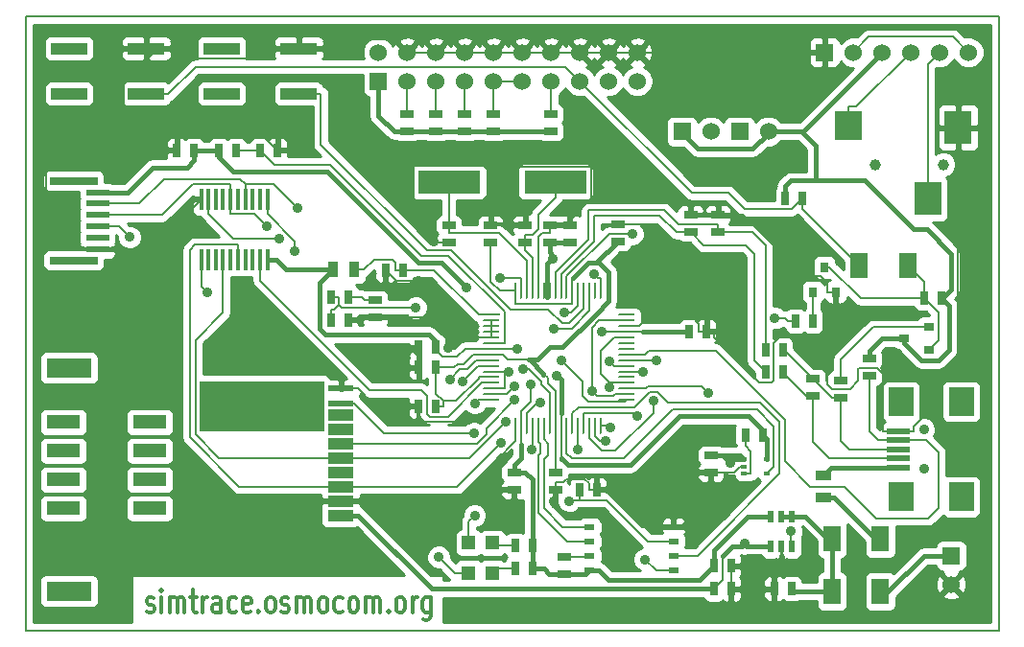
<source format=gtl>
G04 (created by PCBNEW-RS274X (2011-06-08)-testing) date Sa 02 Jul 2011 20:51:35 CEST*
G01*
G70*
G90*
%MOIN*%
G04 Gerber Fmt 3.4, Leading zero omitted, Abs format*
%FSLAX34Y34*%
G04 APERTURE LIST*
%ADD10C,0.006000*%
%ADD11C,0.008000*%
%ADD12C,0.012000*%
%ADD13R,0.078700X0.023600*%
%ADD14R,0.165400X0.027600*%
%ADD15R,0.094500X0.116100*%
%ADD16R,0.094500X0.104300*%
%ADD17C,0.039400*%
%ADD18R,0.060000X0.060000*%
%ADD19C,0.060000*%
%ADD20R,0.216500X0.078700*%
%ADD21R,0.045000X0.025000*%
%ADD22R,0.025000X0.045000*%
%ADD23R,0.035000X0.055000*%
%ADD24R,0.055000X0.035000*%
%ADD25R,0.060000X0.009800*%
%ADD26O,0.060000X0.009800*%
%ADD27O,0.009800X0.060000*%
%ADD28R,0.031500X0.035400*%
%ADD29R,0.035400X0.031500*%
%ADD30R,0.126000X0.039400*%
%ADD31C,0.035400*%
%ADD32R,0.078700X0.019700*%
%ADD33R,0.086600X0.098400*%
%ADD34R,0.090600X0.039400*%
%ADD35R,0.090600X0.019700*%
%ADD36R,0.118100X0.047200*%
%ADD37R,0.433100X0.173200*%
%ADD38R,0.157500X0.066900*%
%ADD39R,0.016000X0.074800*%
%ADD40R,0.020000X0.012000*%
%ADD41R,0.023600X0.043300*%
%ADD42R,0.059800X0.090600*%
%ADD43R,0.047200X0.047200*%
%ADD44R,0.037900X0.019700*%
%ADD45C,0.035000*%
%ADD46C,0.016000*%
%ADD47C,0.010000*%
G04 APERTURE END LIST*
G54D10*
G54D11*
X14450Y-56300D02*
X14450Y-34950D01*
X48250Y-56300D02*
X14450Y-56300D01*
X48250Y-34950D02*
X48250Y-56300D01*
X15250Y-34950D02*
X48250Y-34950D01*
X14450Y-34950D02*
X15250Y-34950D01*
G54D12*
X18657Y-55636D02*
X18714Y-55674D01*
X18829Y-55674D01*
X18886Y-55636D01*
X18914Y-55560D01*
X18914Y-55521D01*
X18886Y-55445D01*
X18829Y-55407D01*
X18743Y-55407D01*
X18686Y-55369D01*
X18657Y-55293D01*
X18657Y-55255D01*
X18686Y-55179D01*
X18743Y-55140D01*
X18829Y-55140D01*
X18886Y-55179D01*
X19172Y-55674D02*
X19172Y-55140D01*
X19172Y-54874D02*
X19143Y-54912D01*
X19172Y-54950D01*
X19200Y-54912D01*
X19172Y-54874D01*
X19172Y-54950D01*
X19458Y-55674D02*
X19458Y-55140D01*
X19458Y-55217D02*
X19486Y-55179D01*
X19544Y-55140D01*
X19629Y-55140D01*
X19686Y-55179D01*
X19715Y-55255D01*
X19715Y-55674D01*
X19715Y-55255D02*
X19744Y-55179D01*
X19801Y-55140D01*
X19886Y-55140D01*
X19944Y-55179D01*
X19972Y-55255D01*
X19972Y-55674D01*
X20172Y-55140D02*
X20401Y-55140D01*
X20258Y-54874D02*
X20258Y-55560D01*
X20286Y-55636D01*
X20344Y-55674D01*
X20401Y-55674D01*
X20601Y-55674D02*
X20601Y-55140D01*
X20601Y-55293D02*
X20629Y-55217D01*
X20658Y-55179D01*
X20715Y-55140D01*
X20772Y-55140D01*
X21229Y-55674D02*
X21229Y-55255D01*
X21200Y-55179D01*
X21143Y-55140D01*
X21029Y-55140D01*
X20972Y-55179D01*
X21229Y-55636D02*
X21172Y-55674D01*
X21029Y-55674D01*
X20972Y-55636D01*
X20943Y-55560D01*
X20943Y-55483D01*
X20972Y-55407D01*
X21029Y-55369D01*
X21172Y-55369D01*
X21229Y-55331D01*
X21772Y-55636D02*
X21715Y-55674D01*
X21601Y-55674D01*
X21543Y-55636D01*
X21515Y-55598D01*
X21486Y-55521D01*
X21486Y-55293D01*
X21515Y-55217D01*
X21543Y-55179D01*
X21601Y-55140D01*
X21715Y-55140D01*
X21772Y-55179D01*
X22257Y-55636D02*
X22200Y-55674D01*
X22086Y-55674D01*
X22029Y-55636D01*
X22000Y-55560D01*
X22000Y-55255D01*
X22029Y-55179D01*
X22086Y-55140D01*
X22200Y-55140D01*
X22257Y-55179D01*
X22286Y-55255D01*
X22286Y-55331D01*
X22000Y-55407D01*
X22543Y-55598D02*
X22571Y-55636D01*
X22543Y-55674D01*
X22514Y-55636D01*
X22543Y-55598D01*
X22543Y-55674D01*
X22915Y-55674D02*
X22857Y-55636D01*
X22829Y-55598D01*
X22800Y-55521D01*
X22800Y-55293D01*
X22829Y-55217D01*
X22857Y-55179D01*
X22915Y-55140D01*
X23000Y-55140D01*
X23057Y-55179D01*
X23086Y-55217D01*
X23115Y-55293D01*
X23115Y-55521D01*
X23086Y-55598D01*
X23057Y-55636D01*
X23000Y-55674D01*
X22915Y-55674D01*
X23343Y-55636D02*
X23400Y-55674D01*
X23515Y-55674D01*
X23572Y-55636D01*
X23600Y-55560D01*
X23600Y-55521D01*
X23572Y-55445D01*
X23515Y-55407D01*
X23429Y-55407D01*
X23372Y-55369D01*
X23343Y-55293D01*
X23343Y-55255D01*
X23372Y-55179D01*
X23429Y-55140D01*
X23515Y-55140D01*
X23572Y-55179D01*
X23858Y-55674D02*
X23858Y-55140D01*
X23858Y-55217D02*
X23886Y-55179D01*
X23944Y-55140D01*
X24029Y-55140D01*
X24086Y-55179D01*
X24115Y-55255D01*
X24115Y-55674D01*
X24115Y-55255D02*
X24144Y-55179D01*
X24201Y-55140D01*
X24286Y-55140D01*
X24344Y-55179D01*
X24372Y-55255D01*
X24372Y-55674D01*
X24744Y-55674D02*
X24686Y-55636D01*
X24658Y-55598D01*
X24629Y-55521D01*
X24629Y-55293D01*
X24658Y-55217D01*
X24686Y-55179D01*
X24744Y-55140D01*
X24829Y-55140D01*
X24886Y-55179D01*
X24915Y-55217D01*
X24944Y-55293D01*
X24944Y-55521D01*
X24915Y-55598D01*
X24886Y-55636D01*
X24829Y-55674D01*
X24744Y-55674D01*
X25458Y-55636D02*
X25401Y-55674D01*
X25287Y-55674D01*
X25229Y-55636D01*
X25201Y-55598D01*
X25172Y-55521D01*
X25172Y-55293D01*
X25201Y-55217D01*
X25229Y-55179D01*
X25287Y-55140D01*
X25401Y-55140D01*
X25458Y-55179D01*
X25801Y-55674D02*
X25743Y-55636D01*
X25715Y-55598D01*
X25686Y-55521D01*
X25686Y-55293D01*
X25715Y-55217D01*
X25743Y-55179D01*
X25801Y-55140D01*
X25886Y-55140D01*
X25943Y-55179D01*
X25972Y-55217D01*
X26001Y-55293D01*
X26001Y-55521D01*
X25972Y-55598D01*
X25943Y-55636D01*
X25886Y-55674D01*
X25801Y-55674D01*
X26258Y-55674D02*
X26258Y-55140D01*
X26258Y-55217D02*
X26286Y-55179D01*
X26344Y-55140D01*
X26429Y-55140D01*
X26486Y-55179D01*
X26515Y-55255D01*
X26515Y-55674D01*
X26515Y-55255D02*
X26544Y-55179D01*
X26601Y-55140D01*
X26686Y-55140D01*
X26744Y-55179D01*
X26772Y-55255D01*
X26772Y-55674D01*
X27058Y-55598D02*
X27086Y-55636D01*
X27058Y-55674D01*
X27029Y-55636D01*
X27058Y-55598D01*
X27058Y-55674D01*
X27430Y-55674D02*
X27372Y-55636D01*
X27344Y-55598D01*
X27315Y-55521D01*
X27315Y-55293D01*
X27344Y-55217D01*
X27372Y-55179D01*
X27430Y-55140D01*
X27515Y-55140D01*
X27572Y-55179D01*
X27601Y-55217D01*
X27630Y-55293D01*
X27630Y-55521D01*
X27601Y-55598D01*
X27572Y-55636D01*
X27515Y-55674D01*
X27430Y-55674D01*
X27887Y-55674D02*
X27887Y-55140D01*
X27887Y-55293D02*
X27915Y-55217D01*
X27944Y-55179D01*
X28001Y-55140D01*
X28058Y-55140D01*
X28515Y-55140D02*
X28515Y-55788D01*
X28486Y-55864D01*
X28458Y-55902D01*
X28401Y-55940D01*
X28315Y-55940D01*
X28258Y-55902D01*
X28515Y-55636D02*
X28458Y-55674D01*
X28344Y-55674D01*
X28286Y-55636D01*
X28258Y-55598D01*
X28229Y-55521D01*
X28229Y-55293D01*
X28258Y-55217D01*
X28286Y-55179D01*
X28344Y-55140D01*
X28458Y-55140D01*
X28515Y-55179D01*
G54D13*
X16947Y-41066D03*
X16947Y-41459D03*
X16947Y-41853D03*
X16947Y-42247D03*
X16947Y-42641D03*
X16947Y-43034D03*
G54D14*
X16120Y-40672D03*
X16120Y-43428D03*
G54D15*
X46843Y-38811D03*
X45780Y-41281D03*
G54D16*
X43024Y-38752D03*
G54D17*
X46331Y-40100D03*
X43969Y-40100D03*
G54D18*
X26700Y-37200D03*
G54D19*
X26700Y-36200D03*
X27700Y-37200D03*
X27700Y-36200D03*
X28700Y-37200D03*
X28700Y-36200D03*
X29700Y-37200D03*
X29700Y-36200D03*
X30700Y-37200D03*
X30700Y-36200D03*
X31700Y-37200D03*
X31700Y-36200D03*
X32700Y-37200D03*
X32700Y-36200D03*
X33700Y-37200D03*
X33700Y-36200D03*
X34700Y-37200D03*
X34700Y-36200D03*
X35700Y-37200D03*
X35700Y-36200D03*
G54D18*
X37250Y-38950D03*
G54D19*
X38250Y-38950D03*
G54D18*
X39250Y-38950D03*
G54D19*
X40250Y-38950D03*
G54D18*
X46600Y-53700D03*
G54D19*
X46600Y-54700D03*
G54D20*
X32850Y-40700D03*
X29150Y-40700D03*
G54D21*
X33178Y-53736D03*
X33178Y-54336D03*
G54D22*
X33687Y-51400D03*
X34287Y-51400D03*
X41795Y-45537D03*
X41195Y-45537D03*
X32050Y-53350D03*
X31450Y-53350D03*
X32050Y-54150D03*
X31450Y-54150D03*
X40842Y-41267D03*
X41442Y-41267D03*
X25050Y-44700D03*
X25650Y-44700D03*
X40150Y-46550D03*
X40750Y-46550D03*
X40150Y-47300D03*
X40750Y-47300D03*
G54D21*
X32700Y-38350D03*
X32700Y-38950D03*
X30700Y-38350D03*
X30700Y-38950D03*
X29700Y-38350D03*
X29700Y-38950D03*
X28700Y-38350D03*
X28700Y-38950D03*
X27700Y-38350D03*
X27700Y-38950D03*
X42750Y-48200D03*
X42750Y-47600D03*
X43750Y-47450D03*
X43750Y-46850D03*
G54D22*
X46250Y-44750D03*
X45650Y-44750D03*
X27551Y-43763D03*
X26951Y-43763D03*
X38350Y-54050D03*
X38950Y-54050D03*
X38348Y-54857D03*
X38948Y-54857D03*
G54D21*
X35015Y-42785D03*
X35015Y-42185D03*
X32850Y-50800D03*
X32850Y-51400D03*
X29150Y-42200D03*
X29150Y-42800D03*
X31800Y-42800D03*
X31800Y-42200D03*
G54D22*
X28700Y-48500D03*
X28100Y-48500D03*
G54D21*
X30600Y-42800D03*
X30600Y-42200D03*
G54D22*
X41050Y-54850D03*
X40450Y-54850D03*
G54D21*
X38500Y-42450D03*
X38500Y-41850D03*
G54D22*
X28700Y-47150D03*
X28100Y-47150D03*
G54D21*
X37550Y-42450D03*
X37550Y-41850D03*
G54D22*
X25650Y-45500D03*
X25050Y-45500D03*
G54D21*
X33350Y-42800D03*
X33350Y-42200D03*
G54D22*
X37500Y-45900D03*
X38100Y-45900D03*
G54D21*
X26600Y-45400D03*
X26600Y-44800D03*
X41800Y-48150D03*
X41800Y-47550D03*
X31420Y-50809D03*
X31420Y-51409D03*
X32647Y-42804D03*
X32647Y-42204D03*
G54D22*
X28700Y-46450D03*
X28100Y-46450D03*
G54D23*
X25870Y-43753D03*
X25120Y-43753D03*
G54D24*
X42150Y-50925D03*
X42150Y-51675D03*
G54D25*
X30639Y-45324D03*
G54D26*
X30639Y-45521D03*
X30639Y-45718D03*
X30639Y-45915D03*
X30639Y-46112D03*
X30639Y-46308D03*
X30639Y-46505D03*
X30639Y-46702D03*
X30639Y-46899D03*
X30639Y-47096D03*
X30639Y-47293D03*
X30639Y-47489D03*
X30639Y-47686D03*
X30639Y-47883D03*
X30639Y-48080D03*
X30639Y-48277D03*
G54D27*
X31474Y-49175D03*
X31671Y-49175D03*
X31868Y-49175D03*
X32065Y-49175D03*
X32262Y-49175D03*
X32458Y-49175D03*
X32655Y-49175D03*
X32852Y-49175D03*
X33049Y-49175D03*
X33246Y-49175D03*
X33443Y-49175D03*
X33639Y-49175D03*
X33836Y-49175D03*
X34033Y-49175D03*
X34230Y-49175D03*
X34427Y-49175D03*
G54D26*
X35325Y-48277D03*
X35325Y-48080D03*
X35325Y-47883D03*
X35325Y-47686D03*
X35325Y-47489D03*
X35325Y-47293D03*
X35325Y-47096D03*
X35325Y-46899D03*
X35325Y-46702D03*
X35325Y-46505D03*
X35325Y-46308D03*
X35325Y-46112D03*
X35325Y-45915D03*
X35325Y-45718D03*
X35325Y-45521D03*
X35325Y-45324D03*
G54D27*
X34427Y-44489D03*
X34230Y-44489D03*
X33836Y-44489D03*
X34033Y-44482D03*
X33639Y-44489D03*
X33443Y-44489D03*
X33246Y-44489D03*
X33049Y-44489D03*
X32852Y-44489D03*
X32655Y-44489D03*
X32461Y-44489D03*
X32264Y-44489D03*
X32067Y-44489D03*
X31870Y-44489D03*
X31674Y-44489D03*
X31477Y-44489D03*
G54D18*
X42200Y-36200D03*
G54D19*
X43200Y-36200D03*
X44200Y-36200D03*
X45200Y-36200D03*
X46200Y-36200D03*
X47200Y-36200D03*
G54D28*
X41806Y-44533D03*
X42594Y-44533D03*
X42200Y-43667D03*
G54D29*
X45833Y-46544D03*
X45833Y-45756D03*
X44967Y-46150D03*
G54D30*
X18639Y-36063D03*
X18639Y-37637D03*
X15961Y-37637D03*
X15961Y-36063D03*
X23939Y-36063D03*
X23939Y-37637D03*
X21261Y-37637D03*
X21261Y-36063D03*
G54D31*
X45650Y-50689D03*
X45650Y-49311D03*
G54D32*
X44764Y-50315D03*
X44764Y-50000D03*
X44764Y-49685D03*
X44764Y-49370D03*
X44764Y-50630D03*
G54D33*
X44863Y-51654D03*
X44863Y-48346D03*
X46949Y-51654D03*
X46949Y-48346D03*
G54D34*
X25403Y-52294D03*
X25403Y-51794D03*
X25403Y-50794D03*
X25403Y-51294D03*
X25403Y-50294D03*
X25403Y-49794D03*
X25403Y-49294D03*
X25403Y-48794D03*
G54D35*
X25403Y-48400D03*
X25403Y-47889D03*
G54D36*
X15757Y-51050D03*
X15757Y-49050D03*
X15757Y-50050D03*
X15757Y-52050D03*
X18757Y-52050D03*
X18757Y-51050D03*
X18757Y-50050D03*
X18757Y-49050D03*
G54D37*
X22659Y-48503D03*
G54D38*
X15954Y-47172D03*
X15954Y-54928D03*
G54D39*
X22850Y-41300D03*
X22600Y-41300D03*
X22340Y-41300D03*
X22080Y-41300D03*
X21830Y-41300D03*
X21570Y-41300D03*
X21310Y-41300D03*
X21060Y-41300D03*
X20800Y-41300D03*
X20550Y-41300D03*
X20550Y-43400D03*
X20800Y-43400D03*
X21060Y-43400D03*
X21310Y-43400D03*
X21570Y-43400D03*
X21830Y-43400D03*
X22080Y-43400D03*
X22340Y-43400D03*
X22600Y-43400D03*
X22850Y-43400D03*
G54D22*
X40050Y-49500D03*
X39450Y-49500D03*
X23200Y-39600D03*
X22600Y-39600D03*
X21150Y-39600D03*
X21750Y-39600D03*
X19700Y-39600D03*
X20300Y-39600D03*
G54D21*
X38250Y-50200D03*
X38250Y-50800D03*
G54D40*
X39400Y-50350D03*
X39400Y-50850D03*
X40200Y-50350D03*
X39400Y-50600D03*
X40200Y-50850D03*
G54D41*
X40326Y-53362D03*
X40700Y-53362D03*
X41074Y-53362D03*
X40326Y-52338D03*
X40700Y-52338D03*
X41074Y-52338D03*
G54D42*
X45089Y-43600D03*
X43411Y-43600D03*
G54D43*
X30663Y-54300D03*
X29837Y-54300D03*
X30663Y-53250D03*
X29837Y-53250D03*
G54D44*
X36955Y-52700D03*
X36955Y-54200D03*
X36955Y-53700D03*
X36955Y-53200D03*
X34045Y-54200D03*
X34045Y-53700D03*
X34046Y-53200D03*
X34045Y-52700D03*
G54D42*
X44139Y-53100D03*
X42461Y-53100D03*
X44139Y-54950D03*
X42461Y-54950D03*
G54D45*
X34742Y-46956D03*
X22816Y-42245D03*
X31421Y-47811D03*
X35910Y-47293D03*
X31131Y-49039D03*
X34737Y-47832D03*
X35965Y-53828D03*
X33639Y-50003D03*
X36268Y-48322D03*
X35682Y-48858D03*
X20750Y-44550D03*
X31217Y-47293D03*
X18070Y-42624D03*
X23261Y-42681D03*
X31426Y-48290D03*
X34128Y-47979D03*
X30050Y-52300D03*
X29645Y-47626D03*
X28800Y-53750D03*
X29191Y-47561D03*
X23892Y-41603D03*
X31733Y-47209D03*
X30973Y-49764D03*
X34764Y-49247D03*
X23802Y-43110D03*
X30055Y-48393D03*
X41028Y-52849D03*
X38147Y-48037D03*
X30013Y-49446D03*
X34597Y-49724D03*
X33174Y-45257D03*
X33063Y-46911D03*
X34193Y-43899D03*
X36353Y-46899D03*
X32812Y-45800D03*
X29777Y-44364D03*
X32900Y-47435D03*
X39422Y-53275D03*
X38933Y-50482D03*
X32018Y-50002D03*
X33332Y-51799D03*
X34468Y-45915D03*
X32772Y-43374D03*
X31986Y-47726D03*
X31514Y-46505D03*
X28618Y-42765D03*
X28093Y-44156D03*
X31150Y-51924D03*
X32784Y-51816D03*
X27696Y-46611D03*
X29830Y-48992D03*
X29117Y-46460D03*
X32321Y-48367D03*
X40475Y-45434D03*
X30923Y-44046D03*
X27997Y-45069D03*
X35524Y-42509D03*
G54D11*
X28700Y-47150D02*
X29344Y-47150D01*
X29344Y-47150D02*
X29464Y-47030D01*
G54D46*
X31950Y-46862D02*
X31950Y-46880D01*
X31950Y-46880D02*
X32443Y-47373D01*
X32443Y-47373D02*
X32443Y-47398D01*
X32443Y-47398D02*
X32443Y-47373D01*
X34251Y-45299D02*
X33100Y-46450D01*
X34375Y-43525D02*
X34700Y-43850D01*
X34700Y-43850D02*
X34700Y-44850D01*
X34700Y-44850D02*
X34251Y-45299D01*
X34275Y-43525D02*
X34375Y-43525D01*
X32238Y-46862D02*
X31950Y-46862D01*
X31950Y-46862D02*
X31932Y-46862D01*
X32650Y-46450D02*
X32238Y-46862D01*
X33100Y-46450D02*
X32650Y-46450D01*
X34275Y-43525D02*
X34012Y-43525D01*
X34012Y-43525D02*
X33478Y-44059D01*
X34275Y-43525D02*
X35015Y-42785D01*
G54D11*
X30639Y-47489D02*
X30196Y-47489D01*
X32852Y-49396D02*
X32852Y-49618D01*
X32850Y-50800D02*
X32850Y-50532D01*
X32852Y-50530D02*
X32850Y-50532D01*
X32852Y-49618D02*
X32852Y-50530D01*
X28700Y-48500D02*
X28968Y-48500D01*
X33443Y-44932D02*
X31477Y-44932D01*
X31477Y-44489D02*
X31477Y-44932D01*
X30914Y-44489D02*
X31477Y-44489D01*
X30600Y-44175D02*
X30914Y-44489D01*
X30600Y-42800D02*
X30600Y-44175D01*
X28968Y-48500D02*
X28968Y-48315D01*
X28954Y-48315D02*
X28968Y-48315D01*
X28700Y-48061D02*
X28954Y-48315D01*
X28700Y-47150D02*
X28700Y-48061D01*
X30196Y-47526D02*
X30196Y-47489D01*
X29407Y-48315D02*
X30196Y-47526D01*
X28968Y-48315D02*
X29407Y-48315D01*
X33443Y-44710D02*
X33443Y-44932D01*
X33443Y-44710D02*
X33443Y-44489D01*
X32852Y-49396D02*
X32852Y-49175D01*
X32581Y-47511D02*
X32443Y-47373D01*
X32852Y-49175D02*
X32852Y-47968D01*
X32852Y-47968D02*
X32581Y-47697D01*
X32581Y-47697D02*
X32581Y-47511D01*
X32443Y-47373D02*
X32281Y-47210D01*
X31040Y-46702D02*
X30639Y-46702D01*
X31932Y-46862D02*
X31200Y-46862D01*
X31200Y-46862D02*
X31040Y-46702D01*
X32281Y-47210D02*
X31932Y-46862D01*
X34273Y-43527D02*
X34275Y-43525D01*
X34272Y-43527D02*
X34273Y-43527D01*
X33478Y-44103D02*
X34054Y-43527D01*
X34054Y-43527D02*
X34272Y-43527D01*
X33443Y-44138D02*
X33478Y-44103D01*
X33443Y-44489D02*
X33443Y-44138D01*
X29988Y-46702D02*
X30639Y-46702D01*
X29660Y-47030D02*
X29988Y-46702D01*
X29464Y-47030D02*
X29660Y-47030D01*
X41442Y-41267D02*
X41442Y-41631D01*
X41442Y-41631D02*
X43411Y-43600D01*
X34882Y-47096D02*
X34742Y-46956D01*
X35325Y-47096D02*
X34882Y-47096D01*
X18639Y-37637D02*
X19412Y-37637D01*
X33200Y-36700D02*
X33700Y-37200D01*
X20349Y-36700D02*
X33200Y-36700D01*
X19412Y-37637D02*
X20349Y-36700D01*
X41073Y-41636D02*
X41442Y-41267D01*
X39417Y-41636D02*
X41073Y-41636D01*
X38865Y-41084D02*
X39417Y-41636D01*
X37584Y-41084D02*
X38865Y-41084D01*
X33700Y-37200D02*
X37584Y-41084D01*
X44764Y-49685D02*
X45735Y-49685D01*
X36091Y-46580D02*
X35969Y-46702D01*
X38439Y-46580D02*
X36091Y-46580D01*
X40824Y-48965D02*
X38439Y-46580D01*
X40824Y-49965D02*
X40824Y-48965D01*
X35969Y-46702D02*
X35325Y-46702D01*
X40824Y-50424D02*
X40824Y-49965D01*
X41700Y-51300D02*
X40824Y-50424D01*
X42900Y-51300D02*
X41700Y-51300D01*
X44000Y-52400D02*
X42900Y-51300D01*
X45800Y-52400D02*
X44000Y-52400D01*
X46150Y-52050D02*
X45800Y-52400D01*
X46150Y-50100D02*
X46150Y-52050D01*
X45735Y-49685D02*
X46150Y-50100D01*
X44072Y-49685D02*
X44764Y-49685D01*
X43750Y-49363D02*
X44072Y-49685D01*
X43750Y-47450D02*
X43750Y-49363D01*
X23939Y-37637D02*
X24712Y-37637D01*
X24712Y-39410D02*
X24712Y-37637D01*
X28391Y-43089D02*
X24712Y-39410D01*
X29239Y-43089D02*
X28391Y-43089D01*
X31291Y-45141D02*
X29239Y-43089D01*
X32606Y-45141D02*
X31291Y-45141D01*
X33082Y-45617D02*
X32606Y-45141D01*
X33341Y-45617D02*
X33082Y-45617D01*
X33836Y-45122D02*
X33341Y-45617D01*
X33836Y-44489D02*
X33836Y-45122D01*
X21570Y-41087D02*
X21570Y-40783D01*
X21570Y-41087D02*
X21570Y-41300D01*
X31152Y-48080D02*
X30639Y-48080D01*
X31421Y-47811D02*
X31152Y-48080D01*
X21570Y-41300D02*
X21570Y-41817D01*
X22388Y-41817D02*
X22816Y-42245D01*
X21570Y-41817D02*
X22388Y-41817D01*
X35325Y-47293D02*
X35910Y-47293D01*
X20274Y-40783D02*
X21570Y-40783D01*
X19204Y-41853D02*
X20274Y-40783D01*
X16947Y-41853D02*
X19204Y-41853D01*
X35325Y-46112D02*
X34882Y-46112D01*
X21152Y-50294D02*
X25403Y-50294D01*
X20349Y-49491D02*
X21152Y-50294D01*
X20349Y-46201D02*
X20349Y-49491D01*
X21310Y-45240D02*
X20349Y-46201D01*
X21310Y-43400D02*
X21310Y-45240D01*
X34742Y-47686D02*
X35325Y-47686D01*
X34423Y-46571D02*
X34882Y-46112D01*
X34423Y-47367D02*
X34423Y-46571D01*
X34742Y-47686D02*
X34423Y-47367D01*
X29876Y-50294D02*
X25403Y-50294D01*
X31131Y-49039D02*
X29876Y-50294D01*
X34742Y-47827D02*
X34737Y-47832D01*
X34742Y-47686D02*
X34742Y-47827D01*
X36483Y-54212D02*
X36943Y-54212D01*
X33639Y-49175D02*
X33639Y-50003D01*
X35965Y-53828D02*
X36349Y-54212D01*
X36349Y-54212D02*
X36483Y-54212D01*
X36943Y-54212D02*
X36955Y-54200D01*
X37050Y-42450D02*
X37550Y-42450D01*
X36474Y-41874D02*
X37050Y-42450D01*
X34202Y-41874D02*
X36474Y-41874D01*
X34180Y-41896D02*
X34202Y-41874D01*
X34180Y-42782D02*
X34180Y-41896D01*
X33049Y-43913D02*
X34180Y-42782D01*
X33049Y-44489D02*
X33049Y-43913D01*
X39750Y-46900D02*
X40150Y-47300D01*
X39750Y-43200D02*
X39750Y-46900D01*
X39450Y-42900D02*
X39750Y-43200D01*
X38000Y-42900D02*
X39450Y-42900D01*
X37550Y-42450D02*
X38000Y-42900D01*
X40150Y-42900D02*
X40150Y-46550D01*
X39700Y-42450D02*
X40150Y-42900D01*
X38500Y-42450D02*
X39700Y-42450D01*
X32852Y-43851D02*
X32852Y-44489D01*
X33997Y-42706D02*
X32852Y-43851D01*
X33997Y-41703D02*
X33997Y-42706D01*
X34009Y-41691D02*
X33997Y-41703D01*
X36641Y-41691D02*
X34009Y-41691D01*
X37132Y-42182D02*
X36641Y-41691D01*
X38500Y-42182D02*
X37132Y-42182D01*
X38500Y-42450D02*
X38500Y-42182D01*
X43312Y-38088D02*
X45200Y-36200D01*
X43024Y-38088D02*
X43312Y-38088D01*
X43024Y-38752D02*
X43024Y-38088D01*
X34033Y-49175D02*
X34033Y-49618D01*
X36268Y-48732D02*
X36268Y-48322D01*
X34943Y-50057D02*
X36268Y-48732D01*
X34472Y-50057D02*
X34943Y-50057D01*
X34033Y-49618D02*
X34472Y-50057D01*
X45780Y-36620D02*
X46200Y-36200D01*
X45780Y-41281D02*
X45780Y-36620D01*
X35551Y-48727D02*
X35682Y-48858D01*
X33858Y-48727D02*
X35551Y-48727D01*
X33836Y-48749D02*
X33858Y-48727D01*
X33836Y-49175D02*
X33836Y-48749D01*
X20550Y-43400D02*
X20550Y-44350D01*
X20550Y-44350D02*
X20750Y-44550D01*
X30639Y-47293D02*
X31082Y-47293D01*
X31082Y-47293D02*
X31082Y-47883D01*
X30639Y-47883D02*
X31082Y-47883D01*
X31082Y-47293D02*
X31217Y-47293D01*
X17693Y-42247D02*
X16947Y-42247D01*
X18070Y-42624D02*
X17693Y-42247D01*
X35325Y-45521D02*
X34379Y-45521D01*
X34379Y-45521D02*
X34128Y-45772D01*
X20800Y-41300D02*
X20800Y-41817D01*
X25403Y-49794D02*
X25999Y-49794D01*
X21664Y-42681D02*
X23261Y-42681D01*
X20800Y-41817D02*
X21664Y-42681D01*
X30116Y-49794D02*
X25999Y-49794D01*
X30447Y-49463D02*
X30116Y-49794D01*
X30447Y-49269D02*
X30447Y-49463D01*
X31426Y-48290D02*
X30447Y-49269D01*
X34945Y-48080D02*
X35325Y-48080D01*
X34872Y-48153D02*
X34945Y-48080D01*
X34302Y-48153D02*
X34872Y-48153D01*
X34128Y-47979D02*
X34302Y-48153D01*
X34128Y-45772D02*
X34128Y-47979D01*
X30308Y-47686D02*
X30639Y-47686D01*
X29125Y-48869D02*
X30308Y-47686D01*
X28493Y-48869D02*
X29125Y-48869D01*
X28388Y-48764D02*
X28493Y-48869D01*
X28388Y-48140D02*
X28388Y-48764D01*
X28184Y-47936D02*
X28388Y-48140D01*
X26387Y-47936D02*
X28184Y-47936D01*
X22600Y-44149D02*
X26387Y-47936D01*
X22600Y-43400D02*
X22600Y-44149D01*
X29837Y-53250D02*
X29837Y-52513D01*
X29837Y-52513D02*
X30050Y-52300D01*
X29931Y-52419D02*
X30050Y-52300D01*
X30175Y-47096D02*
X30639Y-47096D01*
X29645Y-47626D02*
X30175Y-47096D01*
X29837Y-54300D02*
X29350Y-54300D01*
X29350Y-54300D02*
X28800Y-53750D01*
X29191Y-47561D02*
X29539Y-47213D01*
X29539Y-47213D02*
X29792Y-47213D01*
X29792Y-47213D02*
X30106Y-46899D01*
X30106Y-46899D02*
X30639Y-46899D01*
X36955Y-53700D02*
X37800Y-53700D01*
X38000Y-53500D02*
X38000Y-53496D01*
X37800Y-53700D02*
X38000Y-53500D01*
X40640Y-49300D02*
X40640Y-49040D01*
X39968Y-48368D02*
X36765Y-48368D01*
X40640Y-49040D02*
X39968Y-48368D01*
X40640Y-50856D02*
X38000Y-53496D01*
X40640Y-49300D02*
X40640Y-50856D01*
X36401Y-48004D02*
X36765Y-48368D01*
X36137Y-48004D02*
X36401Y-48004D01*
X35606Y-48535D02*
X36137Y-48004D01*
X33650Y-48535D02*
X35606Y-48535D01*
X33443Y-48742D02*
X33650Y-48535D01*
X33443Y-49175D02*
X33443Y-48742D01*
X32458Y-49175D02*
X32458Y-49658D01*
X33100Y-52700D02*
X34045Y-52700D01*
X32453Y-52053D02*
X33100Y-52700D01*
X32453Y-50350D02*
X32453Y-52053D01*
X32600Y-50203D02*
X32453Y-50350D01*
X32600Y-49800D02*
X32600Y-50203D01*
X32458Y-49658D02*
X32600Y-49800D01*
X22090Y-40782D02*
X22080Y-40792D01*
X23071Y-40782D02*
X22090Y-40782D01*
X23892Y-41603D02*
X23071Y-40782D01*
X22080Y-41300D02*
X22080Y-40792D01*
X18402Y-41459D02*
X16947Y-41459D01*
X19262Y-40599D02*
X18402Y-41459D01*
X21887Y-40599D02*
X19262Y-40599D01*
X22080Y-40792D02*
X21887Y-40599D01*
X31940Y-47209D02*
X31733Y-47209D01*
X32365Y-47634D02*
X31940Y-47209D01*
X32365Y-47742D02*
X32365Y-47634D01*
X32655Y-48032D02*
X32365Y-47742D01*
X32655Y-49175D02*
X32655Y-48032D01*
X21830Y-43400D02*
X21830Y-42883D01*
X21860Y-51294D02*
X25403Y-51294D01*
X20151Y-49585D02*
X21860Y-51294D01*
X20151Y-43072D02*
X20151Y-49585D01*
X20340Y-42883D02*
X20151Y-43072D01*
X21830Y-42883D02*
X20340Y-42883D01*
X29443Y-51294D02*
X30973Y-49764D01*
X25403Y-51294D02*
X29443Y-51294D01*
X34692Y-49175D02*
X34764Y-49247D01*
X34427Y-49175D02*
X34692Y-49175D01*
X33276Y-53212D02*
X34034Y-53212D01*
X33276Y-53212D02*
X32271Y-52207D01*
X32271Y-52207D02*
X32271Y-50200D01*
X32271Y-50200D02*
X32336Y-50135D01*
X32336Y-50135D02*
X32336Y-49823D01*
X32336Y-49823D02*
X32262Y-49749D01*
X32262Y-49749D02*
X32262Y-49618D01*
X32262Y-49175D02*
X32262Y-49618D01*
X34034Y-53212D02*
X34046Y-53200D01*
X30639Y-48277D02*
X30196Y-48277D01*
X22850Y-41300D02*
X22850Y-41817D01*
X23801Y-43110D02*
X23802Y-43110D01*
X23801Y-42768D02*
X23801Y-43110D01*
X22850Y-41817D02*
X23801Y-42768D01*
X30080Y-48393D02*
X30055Y-48393D01*
X30196Y-48277D02*
X30080Y-48393D01*
X41028Y-53316D02*
X41028Y-52849D01*
X41074Y-53362D02*
X41028Y-53316D01*
X35997Y-47883D02*
X35325Y-47883D01*
X36059Y-47821D02*
X35997Y-47883D01*
X37931Y-47821D02*
X36059Y-47821D01*
X38147Y-48037D02*
X37931Y-47821D01*
X34400Y-49724D02*
X34597Y-49724D01*
X34230Y-49554D02*
X34400Y-49724D01*
X34230Y-49175D02*
X34230Y-49554D01*
X26907Y-49446D02*
X30013Y-49446D01*
X25861Y-48400D02*
X26907Y-49446D01*
X25403Y-48400D02*
X25861Y-48400D01*
X33639Y-44489D02*
X33639Y-45025D01*
X33639Y-45025D02*
X33407Y-45257D01*
X33407Y-45257D02*
X33174Y-45257D01*
X30700Y-37200D02*
X30700Y-38350D01*
X31700Y-37200D02*
X30700Y-37200D01*
X28700Y-37200D02*
X28700Y-38350D01*
X33809Y-47657D02*
X33063Y-46911D01*
X33809Y-48151D02*
X33809Y-47657D01*
X33995Y-48337D02*
X33809Y-48151D01*
X35265Y-48337D02*
X33995Y-48337D01*
X35325Y-48277D02*
X35265Y-48337D01*
X32700Y-38350D02*
X32700Y-37200D01*
X34340Y-44046D02*
X34193Y-43899D01*
X34427Y-44046D02*
X34340Y-44046D01*
X34427Y-44489D02*
X34427Y-44046D01*
X35325Y-46899D02*
X36353Y-46899D01*
X34033Y-45185D02*
X34033Y-44482D01*
X33418Y-45800D02*
X34033Y-45185D01*
X32812Y-45800D02*
X33418Y-45800D01*
X29700Y-37200D02*
X29700Y-38350D01*
X42200Y-43667D02*
X42367Y-43667D01*
X43450Y-44750D02*
X45650Y-44750D01*
X42367Y-43667D02*
X43450Y-44750D01*
X45650Y-44750D02*
X45650Y-44161D01*
X45650Y-44161D02*
X45089Y-43600D01*
X46154Y-45254D02*
X45650Y-44750D01*
X45833Y-46544D02*
X46154Y-46223D01*
X46154Y-46223D02*
X46154Y-45254D01*
G54D46*
X44139Y-53100D02*
X43950Y-53100D01*
X42525Y-51675D02*
X42150Y-51675D01*
X43950Y-53100D02*
X42525Y-51675D01*
G54D11*
X40444Y-49400D02*
X40444Y-49194D01*
X36939Y-48600D02*
X35218Y-50321D01*
X39850Y-48600D02*
X36939Y-48600D01*
X40444Y-49194D02*
X39850Y-48600D01*
X40444Y-50606D02*
X40200Y-50850D01*
X40444Y-49400D02*
X40444Y-50606D01*
X33422Y-50321D02*
X35218Y-50321D01*
X33246Y-50145D02*
X33422Y-50321D01*
X33246Y-49175D02*
X33246Y-50145D01*
X33049Y-49175D02*
X33049Y-48780D01*
G54D46*
X21150Y-39850D02*
X21650Y-40350D01*
X21650Y-40350D02*
X24946Y-40350D01*
X24946Y-40350D02*
X28090Y-43494D01*
X28090Y-43494D02*
X28907Y-43494D01*
X28907Y-43494D02*
X29777Y-44364D01*
X21150Y-39850D02*
X21150Y-39600D01*
X32935Y-47435D02*
X33074Y-47574D01*
X33074Y-47574D02*
X33074Y-48755D01*
X32900Y-47435D02*
X32935Y-47435D01*
G54D11*
X33049Y-48780D02*
X33074Y-48755D01*
G54D46*
X20300Y-39600D02*
X21150Y-39600D01*
X16947Y-41066D02*
X17984Y-41066D01*
X20300Y-39950D02*
X20300Y-39600D01*
X20050Y-40200D02*
X20300Y-39950D01*
X18850Y-40200D02*
X20050Y-40200D01*
X17984Y-41066D02*
X18850Y-40200D01*
X40200Y-50350D02*
X40200Y-49650D01*
X40200Y-49650D02*
X40050Y-49500D01*
X40050Y-49500D02*
X40050Y-49350D01*
G54D11*
X33049Y-49175D02*
X33049Y-50315D01*
X33049Y-50315D02*
X33074Y-50340D01*
G54D46*
X40050Y-49350D02*
X39550Y-48850D01*
X39550Y-48850D02*
X37150Y-48850D01*
X37150Y-48850D02*
X35450Y-50550D01*
X35450Y-50550D02*
X33309Y-50550D01*
X33309Y-50550D02*
X33074Y-50315D01*
X33074Y-50315D02*
X33074Y-50340D01*
G54D11*
X33049Y-49175D02*
X33049Y-48755D01*
G54D46*
X38663Y-53703D02*
X39004Y-53362D01*
X39004Y-53362D02*
X39335Y-53362D01*
X39335Y-53362D02*
X39422Y-53275D01*
X25403Y-52294D02*
X25999Y-52294D01*
X25999Y-52294D02*
X28562Y-54857D01*
X28562Y-54857D02*
X38348Y-54857D01*
X40326Y-53362D02*
X39509Y-53362D01*
X39509Y-53362D02*
X39422Y-53275D01*
X38250Y-50200D02*
X39250Y-50200D01*
X39250Y-50200D02*
X39400Y-50350D01*
X39400Y-50350D02*
X39065Y-50350D01*
X39065Y-50350D02*
X38933Y-50482D01*
X38250Y-50200D02*
X38651Y-50200D01*
X38651Y-50200D02*
X38933Y-50482D01*
G54D11*
X39422Y-53362D02*
X39422Y-53275D01*
X28562Y-54857D02*
X25999Y-52294D01*
X38348Y-54857D02*
X28562Y-54857D01*
X40326Y-53362D02*
X39422Y-53362D01*
X38663Y-54542D02*
X38348Y-54857D01*
X38663Y-53703D02*
X38663Y-54542D01*
X39422Y-53362D02*
X39004Y-53362D01*
X36483Y-53212D02*
X36943Y-53212D01*
X36483Y-53212D02*
X36077Y-53212D01*
X36077Y-53212D02*
X34633Y-51768D01*
X33687Y-51768D02*
X34633Y-51768D01*
X36943Y-53212D02*
X36955Y-53200D01*
X33687Y-51400D02*
X33687Y-51768D01*
X33363Y-51768D02*
X33687Y-51768D01*
X33332Y-51799D02*
X33363Y-51768D01*
X32065Y-49955D02*
X32018Y-50002D01*
X32065Y-49175D02*
X32065Y-49955D01*
G54D46*
X40250Y-38950D02*
X41400Y-38950D01*
X41400Y-38950D02*
X41450Y-38950D01*
X40250Y-38950D02*
X40250Y-39000D01*
X40250Y-39000D02*
X39700Y-39550D01*
X34045Y-54200D02*
X34350Y-54200D01*
X37850Y-54550D02*
X38350Y-54050D01*
X34700Y-54550D02*
X37850Y-54550D01*
X34350Y-54200D02*
X34700Y-54550D01*
X33178Y-54336D02*
X33909Y-54336D01*
X33909Y-54336D02*
X34045Y-54200D01*
X30700Y-38950D02*
X32700Y-38950D01*
X29700Y-38950D02*
X30700Y-38950D01*
X28700Y-38950D02*
X29700Y-38950D01*
X27700Y-38950D02*
X28700Y-38950D01*
X26700Y-37200D02*
X26700Y-38400D01*
X27250Y-38950D02*
X27700Y-38950D01*
X26700Y-38400D02*
X27250Y-38950D01*
X31656Y-50305D02*
X31656Y-49856D01*
X31656Y-49856D02*
X31671Y-49871D01*
G54D11*
X22850Y-43400D02*
X22950Y-43400D01*
G54D46*
X23503Y-43753D02*
X23150Y-43400D01*
X23150Y-43400D02*
X22950Y-43400D01*
X23503Y-43753D02*
X25120Y-43753D01*
G54D11*
X32550Y-44150D02*
X32550Y-44384D01*
X32550Y-44384D02*
X32655Y-44489D01*
X32550Y-44100D02*
X32550Y-44150D01*
X32550Y-44150D02*
X32550Y-44400D01*
X32550Y-44400D02*
X32461Y-44489D01*
G54D46*
X28700Y-46450D02*
X28700Y-46250D01*
X24650Y-44223D02*
X25120Y-43753D01*
X24650Y-45800D02*
X24650Y-44223D01*
X24850Y-46000D02*
X24650Y-45800D01*
X28450Y-46000D02*
X24850Y-46000D01*
X28700Y-46250D02*
X28450Y-46000D01*
X37500Y-45900D02*
X35900Y-45900D01*
X35900Y-45900D02*
X35900Y-45915D01*
X32772Y-43374D02*
X32726Y-43374D01*
X32550Y-43550D02*
X32550Y-44100D01*
X32550Y-44100D02*
X32550Y-44700D01*
X32726Y-43374D02*
X32550Y-43550D01*
X33350Y-42800D02*
X32651Y-42800D01*
X32651Y-42800D02*
X32647Y-42804D01*
X32772Y-43374D02*
X32772Y-43272D01*
X32772Y-43272D02*
X32647Y-43147D01*
X32647Y-43147D02*
X32647Y-42804D01*
X37250Y-38950D02*
X37250Y-39000D01*
X37800Y-39550D02*
X39700Y-39550D01*
X37250Y-39000D02*
X37800Y-39550D01*
X40550Y-38950D02*
X41400Y-38950D01*
X41400Y-38950D02*
X41900Y-39450D01*
X41900Y-39450D02*
X41900Y-40659D01*
X40550Y-38950D02*
X41450Y-38950D01*
X41450Y-38950D02*
X44200Y-36200D01*
X46250Y-44750D02*
X46300Y-44750D01*
X46300Y-44750D02*
X46600Y-44450D01*
X46600Y-44450D02*
X46600Y-43200D01*
X46600Y-43200D02*
X45750Y-42350D01*
X45750Y-42350D02*
X45300Y-42350D01*
X45300Y-42350D02*
X43609Y-40659D01*
X43609Y-40659D02*
X41900Y-40659D01*
X40842Y-40858D02*
X40842Y-41267D01*
X41900Y-40659D02*
X41041Y-40659D01*
X41041Y-40659D02*
X40842Y-40858D01*
X44967Y-46150D02*
X44967Y-46300D01*
X44967Y-46300D02*
X45567Y-46900D01*
X46518Y-45018D02*
X46250Y-44750D01*
X46518Y-46532D02*
X46518Y-45018D01*
X46150Y-46900D02*
X46518Y-46532D01*
X45567Y-46900D02*
X46150Y-46900D01*
X43750Y-46850D02*
X43750Y-46582D01*
X43750Y-46582D02*
X44182Y-46150D01*
X44182Y-46150D02*
X44967Y-46150D01*
X31420Y-50809D02*
X31420Y-50541D01*
X31420Y-50541D02*
X31656Y-50305D01*
X31656Y-50305D02*
X31671Y-50290D01*
X32050Y-53350D02*
X32050Y-51050D01*
X31809Y-50809D02*
X31420Y-50809D01*
X32050Y-51050D02*
X31809Y-50809D01*
X32050Y-54150D02*
X32050Y-53350D01*
X33178Y-54336D02*
X32636Y-54336D01*
X32450Y-54150D02*
X32050Y-54150D01*
X32636Y-54336D02*
X32450Y-54150D01*
X40326Y-52338D02*
X39529Y-52338D01*
X39529Y-52338D02*
X38350Y-53517D01*
X38350Y-53517D02*
X38350Y-54050D01*
G54D11*
X31986Y-47726D02*
X31986Y-48353D01*
X31986Y-48353D02*
X31671Y-48668D01*
X31671Y-48668D02*
X31671Y-49175D01*
X31420Y-50541D02*
X31671Y-50290D01*
X31671Y-50290D02*
X31671Y-49871D01*
X31671Y-49871D02*
X31671Y-49618D01*
X31671Y-49396D02*
X31671Y-49618D01*
X31671Y-49396D02*
X31671Y-49175D01*
X35900Y-45915D02*
X35325Y-45915D01*
X41450Y-38950D02*
X44200Y-36200D01*
X38350Y-53517D02*
X38350Y-54050D01*
X39529Y-52338D02*
X38350Y-53517D01*
X35325Y-45915D02*
X34468Y-45915D01*
X28700Y-46539D02*
X28700Y-46450D01*
X28942Y-46781D02*
X28700Y-46539D01*
X29441Y-46781D02*
X28942Y-46781D01*
X29717Y-46505D02*
X29441Y-46781D01*
X30639Y-46505D02*
X29717Y-46505D01*
X30639Y-46505D02*
X31514Y-46505D01*
X36955Y-52700D02*
X37200Y-52700D01*
X38250Y-51650D02*
X38250Y-51200D01*
X37200Y-52700D02*
X38250Y-51650D01*
X36700Y-52712D02*
X36943Y-52712D01*
X36943Y-52712D02*
X36955Y-52700D01*
X45300Y-49196D02*
X45748Y-48748D01*
X45300Y-49370D02*
X45300Y-49196D01*
X44227Y-47360D02*
X44227Y-49370D01*
X44039Y-47172D02*
X44227Y-47360D01*
X43400Y-47172D02*
X44039Y-47172D01*
X43378Y-47194D02*
X43400Y-47172D01*
X43378Y-47622D02*
X43378Y-47194D01*
X43100Y-47900D02*
X43378Y-47622D01*
X42450Y-47900D02*
X43100Y-47900D01*
X42300Y-47750D02*
X42450Y-47900D01*
X42300Y-46272D02*
X42300Y-47750D01*
X42108Y-46080D02*
X42300Y-46272D01*
X45748Y-47869D02*
X45748Y-48748D01*
X46843Y-46774D02*
X45748Y-47869D01*
X46843Y-38811D02*
X46843Y-46774D01*
X47650Y-53650D02*
X46600Y-54700D01*
X47650Y-50650D02*
X47650Y-53650D01*
X45748Y-48748D02*
X47650Y-50650D01*
X27245Y-35745D02*
X27700Y-36200D01*
X25030Y-35745D02*
X27245Y-35745D01*
X24712Y-36063D02*
X25030Y-35745D01*
X42594Y-45594D02*
X42594Y-44533D01*
X42108Y-46080D02*
X42594Y-45594D01*
X33700Y-36200D02*
X32700Y-36200D01*
X31210Y-40598D02*
X31210Y-41978D01*
X31432Y-42200D02*
X31210Y-41978D01*
X31800Y-42200D02*
X31432Y-42200D01*
X31190Y-41978D02*
X31210Y-41978D01*
X30968Y-42200D02*
X31190Y-41978D01*
X32264Y-42619D02*
X32264Y-44489D01*
X32411Y-42472D02*
X32264Y-42619D01*
X32647Y-42472D02*
X32411Y-42472D01*
X31700Y-36200D02*
X30700Y-36200D01*
X32700Y-36200D02*
X31700Y-36200D01*
X39370Y-41850D02*
X38500Y-41850D01*
X41512Y-43992D02*
X39370Y-41850D01*
X42053Y-43992D02*
X41512Y-43992D01*
X42294Y-44233D02*
X42053Y-43992D01*
X42294Y-44533D02*
X42294Y-44233D01*
X38100Y-45900D02*
X38368Y-45900D01*
X38100Y-45900D02*
X37832Y-45900D01*
X35325Y-45718D02*
X35768Y-45718D01*
X29150Y-42800D02*
X28782Y-42800D01*
X30600Y-42200D02*
X30968Y-42200D01*
X32647Y-42204D02*
X32647Y-42472D01*
X44764Y-49370D02*
X44227Y-49370D01*
X44764Y-49370D02*
X45300Y-49370D01*
X22826Y-36403D02*
X23166Y-36063D01*
X19752Y-36403D02*
X22826Y-36403D01*
X19412Y-36063D02*
X19752Y-36403D01*
X23939Y-36063D02*
X23166Y-36063D01*
X23939Y-36063D02*
X24712Y-36063D01*
X25650Y-45500D02*
X25918Y-45500D01*
X26610Y-48500D02*
X25999Y-47889D01*
X27832Y-48500D02*
X26610Y-48500D01*
X28100Y-48500D02*
X27832Y-48500D01*
X25403Y-47889D02*
X25999Y-47889D01*
X28747Y-42765D02*
X28618Y-42765D01*
X28782Y-42800D02*
X28747Y-42765D01*
X27923Y-42070D02*
X28618Y-42765D01*
X27923Y-40170D02*
X27923Y-42070D01*
X27945Y-40148D02*
X27923Y-40170D01*
X30760Y-40148D02*
X27945Y-40148D01*
X31210Y-40598D02*
X30760Y-40148D01*
X26018Y-45400D02*
X26600Y-45400D01*
X25918Y-45500D02*
X26018Y-45400D01*
X30700Y-36200D02*
X29700Y-36200D01*
X38950Y-54487D02*
X38948Y-54489D01*
X38950Y-54050D02*
X38950Y-54487D01*
X38948Y-54857D02*
X38948Y-54489D01*
X38948Y-54857D02*
X39216Y-54857D01*
X31420Y-51409D02*
X31420Y-51677D01*
X25403Y-51794D02*
X25999Y-51794D01*
X27344Y-44156D02*
X28093Y-44156D01*
X26951Y-43763D02*
X27344Y-44156D01*
X42594Y-44533D02*
X42294Y-44533D01*
X34287Y-51400D02*
X34019Y-51400D01*
X32850Y-51400D02*
X32850Y-51132D01*
X18639Y-36063D02*
X19026Y-36063D01*
X19026Y-36063D02*
X19412Y-36063D01*
X30639Y-45915D02*
X30639Y-46112D01*
X30639Y-46112D02*
X30196Y-46112D01*
X33019Y-42200D02*
X33015Y-42204D01*
X33350Y-42200D02*
X33019Y-42200D01*
X32647Y-42204D02*
X33015Y-42204D01*
X33350Y-42200D02*
X33350Y-41932D01*
X34019Y-51176D02*
X34019Y-51400D01*
X33874Y-51031D02*
X34019Y-51176D01*
X33219Y-51031D02*
X33874Y-51031D01*
X33118Y-51132D02*
X33219Y-51031D01*
X32850Y-51132D02*
X33118Y-51132D01*
X34093Y-40185D02*
X34093Y-41289D01*
X34071Y-40163D02*
X34093Y-40185D01*
X31645Y-40163D02*
X34071Y-40163D01*
X31210Y-40598D02*
X31645Y-40163D01*
X33450Y-41932D02*
X33350Y-41932D01*
X34093Y-41289D02*
X33450Y-41932D01*
X38500Y-41850D02*
X37550Y-41850D01*
X37257Y-41289D02*
X34093Y-41289D01*
X37550Y-41582D02*
X37257Y-41289D01*
X37550Y-41850D02*
X37550Y-41582D01*
X35867Y-52712D02*
X34555Y-51400D01*
X36483Y-52712D02*
X35867Y-52712D01*
X34287Y-51400D02*
X34555Y-51400D01*
X36483Y-52712D02*
X36700Y-52712D01*
X38250Y-50800D02*
X38618Y-50800D01*
X38250Y-51200D02*
X38250Y-51068D01*
X38250Y-50800D02*
X38250Y-51068D01*
X32850Y-51400D02*
X32850Y-51668D01*
X31397Y-51677D02*
X31150Y-51924D01*
X31420Y-51677D02*
X31397Y-51677D01*
X28100Y-46450D02*
X27832Y-46450D01*
X26600Y-45400D02*
X26968Y-45400D01*
X32784Y-51734D02*
X32784Y-51816D01*
X32850Y-51668D02*
X32784Y-51734D01*
X34700Y-36200D02*
X33700Y-36200D01*
X36116Y-42185D02*
X35015Y-42185D01*
X36138Y-42207D02*
X36116Y-42185D01*
X36138Y-45348D02*
X36138Y-42207D01*
X37548Y-45348D02*
X36138Y-45348D01*
X37832Y-45632D02*
X37548Y-45348D01*
X37832Y-45900D02*
X37832Y-45632D01*
X36138Y-45348D02*
X35768Y-45718D01*
X18816Y-43034D02*
X20550Y-41300D01*
X16947Y-43034D02*
X18816Y-43034D01*
X39223Y-54850D02*
X39216Y-54857D01*
X40450Y-54850D02*
X39223Y-54850D01*
X40700Y-54232D02*
X40700Y-53362D01*
X40450Y-54482D02*
X40700Y-54232D01*
X40450Y-54850D02*
X40450Y-54482D01*
X28100Y-47150D02*
X28100Y-46782D01*
X28100Y-48500D02*
X28100Y-48868D01*
X27696Y-46586D02*
X27696Y-46611D01*
X27832Y-46450D02*
X27696Y-46586D01*
X27929Y-46611D02*
X28100Y-46782D01*
X27696Y-46611D02*
X27929Y-46611D01*
X31150Y-51924D02*
X30726Y-51500D01*
X30432Y-51794D02*
X30726Y-51500D01*
X25999Y-51794D02*
X30432Y-51794D01*
X30639Y-45915D02*
X30639Y-45718D01*
X30639Y-45718D02*
X30639Y-45521D01*
X17865Y-37224D02*
X17865Y-38742D01*
X19026Y-36063D02*
X17865Y-37224D01*
X15969Y-43034D02*
X16947Y-43034D01*
X15149Y-42214D02*
X15969Y-43034D01*
X15149Y-40392D02*
X15149Y-42214D01*
X16799Y-38742D02*
X15149Y-40392D01*
X17865Y-38742D02*
X16799Y-38742D01*
X19700Y-39033D02*
X19700Y-39600D01*
X19409Y-38742D02*
X19700Y-39033D01*
X17865Y-38742D02*
X19409Y-38742D01*
X22633Y-39033D02*
X23200Y-39600D01*
X19700Y-39033D02*
X22633Y-39033D01*
X29700Y-36200D02*
X28700Y-36200D01*
X28700Y-36200D02*
X27700Y-36200D01*
X42200Y-36200D02*
X35700Y-36200D01*
X35700Y-36200D02*
X34700Y-36200D01*
X39274Y-50600D02*
X39400Y-50600D01*
X39074Y-50800D02*
X39274Y-50600D01*
X38618Y-50800D02*
X39074Y-50800D01*
X38368Y-46110D02*
X38368Y-45900D01*
X39928Y-47670D02*
X38368Y-46110D01*
X40372Y-47670D02*
X39928Y-47670D01*
X40419Y-47623D02*
X40372Y-47670D01*
X40419Y-46321D02*
X40419Y-47623D01*
X40660Y-46080D02*
X40419Y-46321D01*
X42108Y-46080D02*
X40660Y-46080D01*
X30196Y-46112D02*
X29282Y-46112D01*
X28628Y-45400D02*
X26968Y-45400D01*
X28628Y-45458D02*
X28628Y-45400D01*
X29282Y-46112D02*
X28628Y-45458D01*
X28628Y-44691D02*
X28093Y-44156D01*
X28628Y-45400D02*
X28628Y-44691D01*
X29282Y-46295D02*
X29117Y-46460D01*
X29282Y-46112D02*
X29282Y-46295D01*
X29767Y-49055D02*
X29830Y-48992D01*
X28287Y-49055D02*
X29767Y-49055D01*
X28100Y-48868D02*
X28287Y-49055D01*
X31474Y-49714D02*
X31474Y-49175D01*
X30726Y-50462D02*
X31474Y-49714D01*
X30726Y-51500D02*
X30726Y-50462D01*
X33178Y-53736D02*
X34009Y-53736D01*
X34009Y-53736D02*
X34045Y-53700D01*
X41806Y-45158D02*
X41795Y-45169D01*
X41806Y-44533D02*
X41806Y-45158D01*
X41795Y-45537D02*
X41795Y-45169D01*
G54D46*
X45650Y-53700D02*
X46600Y-53700D01*
X44400Y-54950D02*
X45650Y-53700D01*
X44139Y-54950D02*
X44400Y-54950D01*
G54D11*
X43050Y-50000D02*
X44764Y-50000D01*
X42750Y-49700D02*
X43050Y-50000D01*
X42750Y-48200D02*
X42750Y-49700D01*
X42450Y-48200D02*
X42750Y-48200D01*
X41800Y-47550D02*
X42450Y-48200D01*
X40800Y-46550D02*
X41800Y-47550D01*
X40750Y-46550D02*
X40800Y-46550D01*
X42750Y-46892D02*
X42750Y-47600D01*
X43886Y-45756D02*
X42750Y-46892D01*
X45833Y-45756D02*
X43886Y-45756D01*
X41195Y-45537D02*
X40927Y-45537D01*
X31868Y-49175D02*
X31868Y-48732D01*
X40824Y-45434D02*
X40475Y-45434D01*
X40927Y-45537D02*
X40824Y-45434D01*
X32233Y-48367D02*
X32321Y-48367D01*
X31868Y-48732D02*
X32233Y-48367D01*
X25050Y-44700D02*
X25318Y-44700D01*
X31674Y-44489D02*
X31674Y-44046D01*
X25050Y-45500D02*
X25050Y-45132D01*
X25154Y-45132D02*
X25318Y-44968D01*
X25050Y-45132D02*
X25154Y-45132D01*
X25318Y-44968D02*
X25318Y-44700D01*
X31674Y-44046D02*
X30923Y-44046D01*
X25419Y-45069D02*
X25318Y-44968D01*
X27997Y-45069D02*
X25419Y-45069D01*
X34714Y-42509D02*
X35524Y-42509D01*
X33246Y-43977D02*
X34714Y-42509D01*
X33246Y-44489D02*
X33246Y-43977D01*
X29150Y-42200D02*
X29150Y-40700D01*
X30906Y-42468D02*
X29150Y-42468D01*
X31870Y-43432D02*
X30906Y-42468D01*
X31870Y-44489D02*
X31870Y-43432D01*
X29150Y-42200D02*
X29150Y-42468D01*
X43741Y-35659D02*
X43200Y-36200D01*
X46659Y-35659D02*
X43741Y-35659D01*
X47200Y-36200D02*
X46659Y-35659D01*
X32250Y-41837D02*
X32850Y-41237D01*
X32250Y-42350D02*
X32250Y-41837D01*
X32068Y-42532D02*
X32250Y-42350D01*
X31800Y-42532D02*
X32068Y-42532D01*
X31800Y-42800D02*
X31800Y-42532D01*
X32850Y-40700D02*
X32850Y-41237D01*
X32067Y-43335D02*
X31800Y-43068D01*
X32067Y-44489D02*
X32067Y-43335D01*
X31800Y-42800D02*
X31800Y-43068D01*
X27700Y-38350D02*
X27700Y-37200D01*
X26132Y-44700D02*
X25650Y-44700D01*
X26232Y-44800D02*
X26132Y-44700D01*
X26600Y-44800D02*
X26232Y-44800D01*
X31450Y-53350D02*
X30763Y-53350D01*
X30763Y-53350D02*
X30663Y-53250D01*
X31450Y-54150D02*
X30813Y-54150D01*
X30813Y-54150D02*
X30663Y-54300D01*
X42365Y-50315D02*
X44764Y-50315D01*
X41800Y-49750D02*
X42365Y-50315D01*
X41800Y-48150D02*
X41800Y-49750D01*
X41550Y-48150D02*
X41800Y-48150D01*
X40750Y-47350D02*
X41550Y-48150D01*
X40750Y-47300D02*
X40750Y-47350D01*
G54D46*
X44764Y-50630D02*
X42445Y-50630D01*
X42445Y-50630D02*
X42150Y-50925D01*
G54D11*
X39643Y-50061D02*
X39450Y-49868D01*
X39643Y-50850D02*
X39643Y-50061D01*
X39400Y-50850D02*
X39643Y-50850D01*
X39450Y-49500D02*
X39450Y-49868D01*
G54D46*
X42461Y-54950D02*
X42461Y-53100D01*
X42461Y-54950D02*
X41150Y-54950D01*
X41150Y-54950D02*
X41050Y-54850D01*
X42461Y-53100D02*
X42300Y-53100D01*
X42300Y-53100D02*
X41538Y-52338D01*
X41538Y-52338D02*
X41074Y-52338D01*
X41074Y-52338D02*
X40700Y-52338D01*
G54D11*
X40700Y-52338D02*
X41074Y-52338D01*
X27283Y-43495D02*
X27283Y-43763D01*
X27182Y-43394D02*
X27283Y-43495D01*
X26547Y-43394D02*
X27182Y-43394D01*
X26188Y-43753D02*
X26547Y-43394D01*
X25870Y-43753D02*
X26188Y-43753D01*
X27551Y-43763D02*
X27283Y-43763D01*
X30639Y-45324D02*
X30196Y-45324D01*
X27551Y-43763D02*
X27819Y-43763D01*
X28635Y-43763D02*
X30196Y-45324D01*
X27819Y-43763D02*
X28635Y-43763D01*
X22600Y-39600D02*
X21750Y-39600D01*
X30639Y-46308D02*
X31082Y-46308D01*
X23095Y-40095D02*
X22600Y-39600D01*
X25035Y-40095D02*
X23095Y-40095D01*
X28212Y-43272D02*
X25035Y-40095D01*
X29140Y-43272D02*
X28212Y-43272D01*
X31082Y-45214D02*
X29140Y-43272D01*
X31082Y-46308D02*
X31082Y-45214D01*
G54D47*
X21699Y-44022D02*
X21699Y-44022D01*
X22209Y-44022D02*
X22209Y-44022D01*
X21600Y-44102D02*
X22310Y-44102D01*
X21600Y-44182D02*
X22317Y-44182D01*
X21600Y-44262D02*
X22334Y-44262D01*
X21600Y-44342D02*
X22387Y-44342D01*
X21600Y-44422D02*
X22463Y-44422D01*
X21600Y-44502D02*
X22543Y-44502D01*
X21600Y-44582D02*
X22623Y-44582D01*
X21600Y-44662D02*
X22703Y-44662D01*
X21600Y-44742D02*
X22783Y-44742D01*
X21600Y-44822D02*
X22863Y-44822D01*
X21600Y-44902D02*
X22943Y-44902D01*
X21600Y-44982D02*
X23023Y-44982D01*
X21600Y-45062D02*
X23103Y-45062D01*
X21600Y-45142D02*
X23183Y-45142D01*
X21600Y-45222D02*
X23263Y-45222D01*
X21588Y-45302D02*
X23343Y-45302D01*
X21558Y-45382D02*
X23423Y-45382D01*
X21498Y-45462D02*
X23503Y-45462D01*
X21418Y-45542D02*
X23583Y-45542D01*
X21338Y-45622D02*
X23663Y-45622D01*
X21258Y-45702D02*
X23743Y-45702D01*
X21178Y-45782D02*
X23823Y-45782D01*
X21098Y-45862D02*
X23903Y-45862D01*
X21018Y-45942D02*
X23983Y-45942D01*
X20938Y-46022D02*
X24063Y-46022D01*
X20858Y-46102D02*
X24143Y-46102D01*
X20778Y-46182D02*
X24223Y-46182D01*
X20698Y-46262D02*
X24303Y-46262D01*
X20639Y-46342D02*
X24383Y-46342D01*
X20639Y-46422D02*
X24463Y-46422D01*
X20639Y-46502D02*
X24543Y-46502D01*
X20639Y-46582D02*
X24623Y-46582D01*
X20639Y-46662D02*
X24703Y-46662D01*
X20639Y-46742D02*
X24783Y-46742D01*
X20639Y-46822D02*
X24863Y-46822D01*
X20639Y-46902D02*
X24943Y-46902D01*
X20639Y-46982D02*
X25023Y-46982D01*
X20639Y-47062D02*
X25103Y-47062D01*
X20639Y-47142D02*
X25183Y-47142D01*
X20639Y-47222D02*
X25263Y-47222D01*
X20639Y-47302D02*
X25343Y-47302D01*
X20639Y-47382D02*
X25423Y-47382D01*
X25001Y-47462D02*
X25503Y-47462D01*
X25292Y-47542D02*
X25514Y-47542D01*
X25353Y-47622D02*
X25453Y-47622D01*
X25353Y-47702D02*
X25453Y-47702D01*
X25353Y-47782D02*
X25453Y-47782D01*
X25353Y-47862D02*
X25453Y-47862D01*
X25191Y-46330D02*
X27725Y-46330D01*
X25271Y-46410D02*
X28150Y-46410D01*
X25351Y-46490D02*
X28150Y-46490D01*
X25431Y-46570D02*
X27726Y-46570D01*
X28050Y-46570D02*
X28150Y-46570D01*
X25511Y-46650D02*
X27726Y-46650D01*
X28050Y-46650D02*
X28150Y-46650D01*
X25591Y-46730D02*
X27729Y-46730D01*
X28050Y-46730D02*
X28150Y-46730D01*
X25671Y-46810D02*
X27752Y-46810D01*
X28050Y-46810D02*
X28150Y-46810D01*
X25751Y-46890D02*
X27726Y-46890D01*
X28050Y-46890D02*
X28150Y-46890D01*
X25831Y-46970D02*
X27726Y-46970D01*
X28050Y-46970D02*
X28150Y-46970D01*
X25911Y-47050D02*
X27737Y-47050D01*
X28050Y-47050D02*
X28150Y-47050D01*
X25991Y-47130D02*
X28050Y-47130D01*
X28050Y-47130D02*
X28150Y-47130D01*
X26071Y-47210D02*
X27777Y-47210D01*
X28050Y-47210D02*
X28150Y-47210D01*
X26151Y-47290D02*
X27726Y-47290D01*
X28050Y-47290D02*
X28150Y-47290D01*
X26231Y-47370D02*
X27726Y-47370D01*
X28050Y-47370D02*
X28150Y-47370D01*
X26311Y-47450D02*
X27737Y-47450D01*
X28050Y-47450D02*
X28150Y-47450D01*
X26391Y-47530D02*
X27778Y-47530D01*
X28050Y-47530D02*
X28150Y-47530D01*
X26471Y-47610D02*
X27893Y-47610D01*
X28003Y-47610D02*
X28050Y-47610D01*
X28050Y-47610D02*
X28197Y-47610D01*
X28308Y-47610D02*
X28410Y-47610D01*
X28327Y-47690D02*
X28410Y-47690D01*
X26096Y-48056D02*
X26096Y-48056D01*
X26059Y-48136D02*
X26176Y-48136D01*
X26089Y-48216D02*
X26337Y-48216D01*
X26167Y-48296D02*
X27726Y-48296D01*
X26247Y-48376D02*
X27725Y-48376D01*
X26327Y-48456D02*
X28098Y-48456D01*
X26407Y-48536D02*
X28098Y-48536D01*
X26487Y-48616D02*
X27726Y-48616D01*
X28050Y-48616D02*
X28098Y-48616D01*
X26567Y-48696D02*
X27726Y-48696D01*
X28050Y-48696D02*
X28098Y-48696D01*
X26647Y-48776D02*
X27727Y-48776D01*
X28050Y-48776D02*
X28101Y-48776D01*
X26727Y-48856D02*
X27760Y-48856D01*
X28050Y-48856D02*
X28117Y-48856D01*
X26807Y-48936D02*
X27834Y-48936D01*
X28027Y-48936D02*
X28050Y-48936D01*
X28050Y-48936D02*
X28161Y-48936D01*
X26887Y-49016D02*
X28050Y-49016D01*
X28050Y-49016D02*
X28230Y-49016D01*
X26967Y-49096D02*
X28050Y-49096D01*
X28050Y-49096D02*
X28321Y-49096D01*
X26901Y-43713D02*
X26993Y-43713D01*
X26558Y-43793D02*
X26576Y-43793D01*
X26901Y-43793D02*
X26999Y-43793D01*
X26478Y-43873D02*
X26578Y-43873D01*
X26901Y-43873D02*
X27001Y-43873D01*
X26398Y-43953D02*
X26577Y-43953D01*
X26901Y-43953D02*
X27001Y-43953D01*
X26294Y-44033D02*
X26577Y-44033D01*
X26901Y-44033D02*
X27001Y-44033D01*
X26280Y-44113D02*
X26609Y-44113D01*
X26901Y-44113D02*
X27001Y-44113D01*
X27894Y-44113D02*
X28575Y-44113D01*
X26232Y-44193D02*
X26679Y-44193D01*
X26884Y-44193D02*
X27018Y-44193D01*
X27223Y-44193D02*
X27279Y-44193D01*
X27823Y-44193D02*
X28655Y-44193D01*
X26104Y-44273D02*
X28735Y-44273D01*
X25993Y-44353D02*
X28815Y-44353D01*
X26244Y-44433D02*
X26308Y-44433D01*
X26893Y-44433D02*
X28895Y-44433D01*
X27015Y-44513D02*
X28975Y-44513D01*
X27060Y-44593D02*
X29055Y-44593D01*
X27074Y-44673D02*
X27842Y-44673D01*
X28151Y-44673D02*
X29135Y-44673D01*
X27074Y-44753D02*
X27712Y-44753D01*
X28282Y-44753D02*
X29215Y-44753D01*
X28359Y-44833D02*
X29295Y-44833D01*
X28392Y-44913D02*
X29375Y-44913D01*
X28422Y-44993D02*
X29455Y-44993D01*
X28422Y-45073D02*
X29535Y-45073D01*
X28422Y-45153D02*
X29615Y-45153D01*
X28390Y-45233D02*
X29695Y-45233D01*
X28354Y-45313D02*
X29775Y-45313D01*
X26020Y-45393D02*
X27720Y-45393D01*
X28274Y-45393D02*
X29855Y-45393D01*
X25600Y-45473D02*
X26164Y-45473D01*
X27036Y-45473D02*
X27862Y-45473D01*
X28133Y-45473D02*
X29935Y-45473D01*
X25966Y-45553D02*
X26126Y-45553D01*
X27075Y-45553D02*
X30027Y-45553D01*
X26025Y-45633D02*
X26151Y-45633D01*
X27050Y-45633D02*
X30100Y-45633D01*
X28603Y-45713D02*
X30153Y-45713D01*
X28709Y-45793D02*
X30099Y-45793D01*
X28789Y-45873D02*
X30122Y-45873D01*
X28869Y-45953D02*
X30123Y-45953D01*
X28985Y-46033D02*
X30099Y-46033D01*
X29047Y-46113D02*
X30158Y-46113D01*
X29074Y-46193D02*
X30100Y-46193D01*
X29074Y-46273D02*
X29552Y-46273D01*
X29074Y-46353D02*
X29459Y-46353D01*
X29074Y-46433D02*
X29379Y-46433D01*
X30441Y-48570D02*
X30736Y-48570D01*
X30399Y-48650D02*
X30656Y-48650D01*
X29674Y-48730D02*
X29791Y-48730D01*
X30319Y-48730D02*
X30576Y-48730D01*
X29594Y-48810D02*
X29951Y-48810D01*
X30159Y-48810D02*
X30496Y-48810D01*
X29514Y-48890D02*
X30416Y-48890D01*
X29434Y-48970D02*
X30336Y-48970D01*
X29354Y-49050D02*
X29858Y-49050D01*
X30167Y-49050D02*
X30256Y-49050D01*
X29247Y-49130D02*
X29728Y-49130D01*
X34470Y-42164D02*
X35065Y-42164D01*
X34470Y-42244D02*
X34592Y-42244D01*
X34470Y-42324D02*
X34489Y-42324D01*
X32800Y-51350D02*
X32900Y-51350D01*
X32800Y-51430D02*
X32900Y-51430D01*
X32800Y-51510D02*
X32900Y-51510D01*
X32800Y-51590D02*
X32900Y-51590D01*
X32800Y-51670D02*
X32900Y-51670D01*
X32763Y-51750D02*
X32907Y-51750D01*
X32743Y-51830D02*
X32907Y-51830D01*
X32743Y-51910D02*
X32919Y-51910D01*
X32800Y-51990D02*
X32951Y-51990D01*
X32880Y-52070D02*
X33002Y-52070D01*
X33662Y-52070D02*
X34525Y-52070D01*
X32960Y-52150D02*
X33082Y-52150D01*
X33582Y-52150D02*
X34605Y-52150D01*
X33040Y-52230D02*
X34685Y-52230D01*
X33120Y-52310D02*
X34765Y-52310D01*
X33200Y-52390D02*
X33717Y-52390D01*
X34372Y-52390D02*
X34845Y-52390D01*
X34448Y-52470D02*
X34925Y-52470D01*
X34481Y-52550D02*
X35005Y-52550D01*
X34483Y-52630D02*
X35085Y-52630D01*
X34483Y-52710D02*
X35165Y-52710D01*
X34483Y-52790D02*
X35245Y-52790D01*
X34474Y-52870D02*
X35325Y-52870D01*
X34435Y-52950D02*
X35405Y-52950D01*
X34474Y-53030D02*
X35485Y-53030D01*
X34484Y-53110D02*
X35565Y-53110D01*
X34484Y-53190D02*
X35645Y-53190D01*
X34484Y-53270D02*
X35725Y-53270D01*
X34484Y-53350D02*
X35805Y-53350D01*
X34450Y-53430D02*
X35813Y-53430D01*
X34465Y-53510D02*
X35682Y-53510D01*
X34483Y-53590D02*
X35603Y-53590D01*
X34483Y-53670D02*
X35570Y-53670D01*
X34483Y-53750D02*
X35540Y-53750D01*
X34483Y-53830D02*
X35540Y-53830D01*
X34499Y-53910D02*
X35540Y-53910D01*
X34606Y-53990D02*
X35572Y-53990D01*
X34686Y-54070D02*
X35606Y-54070D01*
X34766Y-54150D02*
X35686Y-54150D01*
X35780Y-42164D02*
X36354Y-42164D01*
X35860Y-42244D02*
X36434Y-42244D01*
X35907Y-42324D02*
X36514Y-42324D01*
X35940Y-42404D02*
X36594Y-42404D01*
X35949Y-42484D02*
X36674Y-42484D01*
X35949Y-42564D02*
X36754Y-42564D01*
X35929Y-42644D02*
X36834Y-42644D01*
X35895Y-42724D02*
X36970Y-42724D01*
X35830Y-42804D02*
X37228Y-42804D01*
X35730Y-42884D02*
X37574Y-42884D01*
X35488Y-42964D02*
X37654Y-42964D01*
X35454Y-43044D02*
X37734Y-43044D01*
X35374Y-43124D02*
X37824Y-43124D01*
X35062Y-43204D02*
X39344Y-43204D01*
X34982Y-43284D02*
X39424Y-43284D01*
X34902Y-43364D02*
X39460Y-43364D01*
X34822Y-43444D02*
X39460Y-43444D01*
X34841Y-43524D02*
X39460Y-43524D01*
X34921Y-43604D02*
X39460Y-43604D01*
X34977Y-43684D02*
X39460Y-43684D01*
X35012Y-43764D02*
X39460Y-43764D01*
X35028Y-43844D02*
X39460Y-43844D01*
X35030Y-43924D02*
X39460Y-43924D01*
X35030Y-44004D02*
X39460Y-44004D01*
X35030Y-44084D02*
X39460Y-44084D01*
X35030Y-44164D02*
X39460Y-44164D01*
X35030Y-44244D02*
X39460Y-44244D01*
X35030Y-44324D02*
X39460Y-44324D01*
X35030Y-44404D02*
X39460Y-44404D01*
X35030Y-44484D02*
X39460Y-44484D01*
X35030Y-44564D02*
X39460Y-44564D01*
X35030Y-44644D02*
X39460Y-44644D01*
X35030Y-44724D02*
X39460Y-44724D01*
X35030Y-44804D02*
X39460Y-44804D01*
X35023Y-44884D02*
X39460Y-44884D01*
X35008Y-44964D02*
X39460Y-44964D01*
X34960Y-45044D02*
X34973Y-45044D01*
X35675Y-45044D02*
X39460Y-45044D01*
X35800Y-45124D02*
X39460Y-45124D01*
X35853Y-45204D02*
X39460Y-45204D01*
X35879Y-45284D02*
X39460Y-45284D01*
X35879Y-45364D02*
X39460Y-45364D01*
X35871Y-45444D02*
X37282Y-45444D01*
X37718Y-45444D02*
X37882Y-45444D01*
X38007Y-45444D02*
X38193Y-45444D01*
X38317Y-45444D02*
X39460Y-45444D01*
X35879Y-45524D02*
X37174Y-45524D01*
X38050Y-45524D02*
X38150Y-45524D01*
X38426Y-45524D02*
X39460Y-45524D01*
X38050Y-45604D02*
X38150Y-45604D01*
X38465Y-45604D02*
X39460Y-45604D01*
X38050Y-45684D02*
X38150Y-45684D01*
X38474Y-45684D02*
X39460Y-45684D01*
X38050Y-45764D02*
X38150Y-45764D01*
X38474Y-45764D02*
X39460Y-45764D01*
X38050Y-45844D02*
X38150Y-45844D01*
X38419Y-45844D02*
X38475Y-45844D01*
X38475Y-45844D02*
X39460Y-45844D01*
X38050Y-45924D02*
X38475Y-45924D01*
X38475Y-45924D02*
X39460Y-45924D01*
X38467Y-46004D02*
X38475Y-46004D01*
X38475Y-46004D02*
X39460Y-46004D01*
X38474Y-46084D02*
X39460Y-46084D01*
X38474Y-46164D02*
X39460Y-46164D01*
X38446Y-46244D02*
X39460Y-46244D01*
X38567Y-46324D02*
X39460Y-46324D01*
X38673Y-46404D02*
X39460Y-46404D01*
X38753Y-46484D02*
X39460Y-46484D01*
X38833Y-46564D02*
X39460Y-46564D01*
X38913Y-46644D02*
X39460Y-46644D01*
X38993Y-46724D02*
X39460Y-46724D01*
X39073Y-46804D02*
X39460Y-46804D01*
X39153Y-46884D02*
X39460Y-46884D01*
X39233Y-46964D02*
X39473Y-46964D01*
X39313Y-47044D02*
X39505Y-47044D01*
X39393Y-47124D02*
X39564Y-47124D01*
X39473Y-47204D02*
X39644Y-47204D01*
X39553Y-47284D02*
X39724Y-47284D01*
X39633Y-47364D02*
X39776Y-47364D01*
X39713Y-47444D02*
X39776Y-47444D01*
X37286Y-49180D02*
X39094Y-49180D01*
X37206Y-49260D02*
X39076Y-49260D01*
X37126Y-49340D02*
X39076Y-49340D01*
X37046Y-49420D02*
X39076Y-49420D01*
X36966Y-49500D02*
X39076Y-49500D01*
X36886Y-49580D02*
X39076Y-49580D01*
X36806Y-49660D02*
X39076Y-49660D01*
X36726Y-49740D02*
X39076Y-49740D01*
X36646Y-49820D02*
X39095Y-49820D01*
X36566Y-49900D02*
X37848Y-49900D01*
X36486Y-49980D02*
X37794Y-49980D01*
X36406Y-50060D02*
X37776Y-50060D01*
X36326Y-50140D02*
X37776Y-50140D01*
X36246Y-50220D02*
X37776Y-50220D01*
X36166Y-50300D02*
X37776Y-50300D01*
X36086Y-50380D02*
X37779Y-50380D01*
X36006Y-50460D02*
X37812Y-50460D01*
X35926Y-50540D02*
X37811Y-50540D01*
X35846Y-50620D02*
X37778Y-50620D01*
X35766Y-50700D02*
X37787Y-50700D01*
X35686Y-50780D02*
X38300Y-50780D01*
X35551Y-50860D02*
X37827Y-50860D01*
X38200Y-50860D02*
X38300Y-50860D01*
X38725Y-50860D02*
X38737Y-50860D01*
X33324Y-50940D02*
X33479Y-50940D01*
X33895Y-50940D02*
X34079Y-50940D01*
X34190Y-50940D02*
X34384Y-50940D01*
X34494Y-50940D02*
X37776Y-50940D01*
X38200Y-50940D02*
X38300Y-50940D01*
X38725Y-50940D02*
X39051Y-50940D01*
X33306Y-51020D02*
X33365Y-51020D01*
X34237Y-51020D02*
X34337Y-51020D01*
X34609Y-51020D02*
X37795Y-51020D01*
X38200Y-51020D02*
X38300Y-51020D01*
X38705Y-51020D02*
X39077Y-51020D01*
X39871Y-51020D02*
X39877Y-51020D01*
X33252Y-51100D02*
X33323Y-51100D01*
X34237Y-51100D02*
X34337Y-51100D01*
X34650Y-51100D02*
X37848Y-51100D01*
X38200Y-51100D02*
X38300Y-51100D01*
X38652Y-51100D02*
X39138Y-51100D01*
X39781Y-51100D02*
X39938Y-51100D01*
X33305Y-51180D02*
X33313Y-51180D01*
X34237Y-51180D02*
X34337Y-51180D01*
X34661Y-51180D02*
X38200Y-51180D01*
X38200Y-51180D02*
X39905Y-51180D01*
X34237Y-51260D02*
X34337Y-51260D01*
X34661Y-51260D02*
X38200Y-51260D01*
X38200Y-51260D02*
X39825Y-51260D01*
X34237Y-51340D02*
X34337Y-51340D01*
X34610Y-51340D02*
X34662Y-51340D01*
X34662Y-51340D02*
X38200Y-51340D01*
X38200Y-51340D02*
X39745Y-51340D01*
X34237Y-51420D02*
X34662Y-51420D01*
X34662Y-51420D02*
X38200Y-51420D01*
X38200Y-51420D02*
X39665Y-51420D01*
X34744Y-51500D02*
X38200Y-51500D01*
X38200Y-51500D02*
X39585Y-51500D01*
X34855Y-51580D02*
X38200Y-51580D01*
X38200Y-51580D02*
X39505Y-51580D01*
X34935Y-51660D02*
X38200Y-51660D01*
X38200Y-51660D02*
X39425Y-51660D01*
X35015Y-51740D02*
X38200Y-51740D01*
X38200Y-51740D02*
X39345Y-51740D01*
X35095Y-51820D02*
X38200Y-51820D01*
X38200Y-51820D02*
X39265Y-51820D01*
X35175Y-51900D02*
X38200Y-51900D01*
X38200Y-51900D02*
X39185Y-51900D01*
X35255Y-51980D02*
X38200Y-51980D01*
X38200Y-51980D02*
X39105Y-51980D01*
X35335Y-52060D02*
X38200Y-52060D01*
X38200Y-52060D02*
X39025Y-52060D01*
X35415Y-52140D02*
X38200Y-52140D01*
X38200Y-52140D02*
X38945Y-52140D01*
X35495Y-52220D02*
X38200Y-52220D01*
X38200Y-52220D02*
X38865Y-52220D01*
X35575Y-52300D02*
X38200Y-52300D01*
X38200Y-52300D02*
X38785Y-52300D01*
X35655Y-52380D02*
X36651Y-52380D01*
X36871Y-52380D02*
X37039Y-52380D01*
X37258Y-52380D02*
X38200Y-52380D01*
X38200Y-52380D02*
X38705Y-52380D01*
X35735Y-52460D02*
X36556Y-52460D01*
X36905Y-52460D02*
X37005Y-52460D01*
X37354Y-52460D02*
X38200Y-52460D01*
X38200Y-52460D02*
X38625Y-52460D01*
X35815Y-52540D02*
X36522Y-52540D01*
X36905Y-52540D02*
X37005Y-52540D01*
X37387Y-52540D02*
X38200Y-52540D01*
X38200Y-52540D02*
X38545Y-52540D01*
X35895Y-52620D02*
X36547Y-52620D01*
X36905Y-52620D02*
X37005Y-52620D01*
X37363Y-52620D02*
X37394Y-52620D01*
X37394Y-52620D02*
X38200Y-52620D01*
X38200Y-52620D02*
X38465Y-52620D01*
X35975Y-52700D02*
X36905Y-52700D01*
X36905Y-52700D02*
X37394Y-52700D01*
X37394Y-52700D02*
X38200Y-52700D01*
X38200Y-52700D02*
X38385Y-52700D01*
X36055Y-52780D02*
X36547Y-52780D01*
X37363Y-52780D02*
X37394Y-52780D01*
X37394Y-52780D02*
X38200Y-52780D01*
X38200Y-52780D02*
X38305Y-52780D01*
X36135Y-52860D02*
X36523Y-52860D01*
X37388Y-52860D02*
X38200Y-52860D01*
X38200Y-52860D02*
X38225Y-52860D01*
X37354Y-52940D02*
X38145Y-52940D01*
X37379Y-53020D02*
X38065Y-53020D01*
X37393Y-53100D02*
X37985Y-53100D01*
X37393Y-53180D02*
X37905Y-53180D01*
X37393Y-53260D02*
X37825Y-53260D01*
X37393Y-53340D02*
X37749Y-53340D01*
X42544Y-44483D02*
X42644Y-44483D01*
X42544Y-44563D02*
X42644Y-44563D01*
X42544Y-44643D02*
X42644Y-44643D01*
X42544Y-44723D02*
X42644Y-44723D01*
X43000Y-44723D02*
X43013Y-44723D01*
X42194Y-44803D02*
X42207Y-44803D01*
X42544Y-44803D02*
X42644Y-44803D01*
X42983Y-44803D02*
X43093Y-44803D01*
X42142Y-44883D02*
X42258Y-44883D01*
X42544Y-44883D02*
X42644Y-44883D01*
X42930Y-44883D02*
X43173Y-44883D01*
X42096Y-44963D02*
X43257Y-44963D01*
X42096Y-45043D02*
X45284Y-45043D01*
X42096Y-45123D02*
X45321Y-45123D01*
X42144Y-45203D02*
X45425Y-45203D01*
X42169Y-45283D02*
X45772Y-45283D01*
X42169Y-45363D02*
X45575Y-45363D01*
X42169Y-45443D02*
X45460Y-45443D01*
X42169Y-45523D02*
X43722Y-45523D01*
X42169Y-45603D02*
X43629Y-45603D01*
X42169Y-45683D02*
X43549Y-45683D01*
X40747Y-45763D02*
X40754Y-45763D01*
X42169Y-45763D02*
X43469Y-45763D01*
X40598Y-45843D02*
X40835Y-45843D01*
X42157Y-45843D02*
X43389Y-45843D01*
X40440Y-45923D02*
X40879Y-45923D01*
X42111Y-45923D02*
X43309Y-45923D01*
X40440Y-46003D02*
X41001Y-46003D01*
X41389Y-46003D02*
X41601Y-46003D01*
X41989Y-46003D02*
X43229Y-46003D01*
X40440Y-46083D02*
X40559Y-46083D01*
X40941Y-46083D02*
X43149Y-46083D01*
X41065Y-46163D02*
X43069Y-46163D01*
X41110Y-46243D02*
X42989Y-46243D01*
X41124Y-46323D02*
X42909Y-46323D01*
X41124Y-46403D02*
X42829Y-46403D01*
X41143Y-46483D02*
X42749Y-46483D01*
X41223Y-46563D02*
X42669Y-46563D01*
X41303Y-46643D02*
X42589Y-46643D01*
X41383Y-46723D02*
X42520Y-46723D01*
X41463Y-46803D02*
X42477Y-46803D01*
X41543Y-46883D02*
X42461Y-46883D01*
X41623Y-46963D02*
X42460Y-46963D01*
X41703Y-47043D02*
X42460Y-47043D01*
X41783Y-47123D02*
X42460Y-47123D01*
X42139Y-47203D02*
X42460Y-47203D01*
X42235Y-47283D02*
X42365Y-47283D01*
X42268Y-47363D02*
X42301Y-47363D01*
X42274Y-47443D02*
X42276Y-47443D01*
X42274Y-47523D02*
X42276Y-47523D01*
X42274Y-47603D02*
X42276Y-47603D01*
X14740Y-35240D02*
X47960Y-35240D01*
X14740Y-35320D02*
X47960Y-35320D01*
X14740Y-35400D02*
X43616Y-35400D01*
X46783Y-35400D02*
X47960Y-35400D01*
X14740Y-35480D02*
X43509Y-35480D01*
X46890Y-35480D02*
X47960Y-35480D01*
X14740Y-35560D02*
X43429Y-35560D01*
X46970Y-35560D02*
X47960Y-35560D01*
X14740Y-35640D02*
X15226Y-35640D01*
X16696Y-35640D02*
X17904Y-35640D01*
X18551Y-35640D02*
X18727Y-35640D01*
X19373Y-35640D02*
X20526Y-35640D01*
X21996Y-35640D02*
X23204Y-35640D01*
X23851Y-35640D02*
X24027Y-35640D01*
X24673Y-35640D02*
X43349Y-35640D01*
X47050Y-35640D02*
X47960Y-35640D01*
X14740Y-35720D02*
X15125Y-35720D01*
X16797Y-35720D02*
X17803Y-35720D01*
X18589Y-35720D02*
X18689Y-35720D01*
X19475Y-35720D02*
X20425Y-35720D01*
X22097Y-35720D02*
X23103Y-35720D01*
X23889Y-35720D02*
X23989Y-35720D01*
X24775Y-35720D02*
X26425Y-35720D01*
X26974Y-35720D02*
X27438Y-35720D01*
X27958Y-35720D02*
X28438Y-35720D01*
X28958Y-35720D02*
X29438Y-35720D01*
X29958Y-35720D02*
X30438Y-35720D01*
X30958Y-35720D02*
X31438Y-35720D01*
X31958Y-35720D02*
X32438Y-35720D01*
X32958Y-35720D02*
X33438Y-35720D01*
X33958Y-35720D02*
X34438Y-35720D01*
X34958Y-35720D02*
X35438Y-35720D01*
X35958Y-35720D02*
X41728Y-35720D01*
X42150Y-35720D02*
X42250Y-35720D01*
X42672Y-35720D02*
X42925Y-35720D01*
X47474Y-35720D02*
X47960Y-35720D01*
X14740Y-35800D02*
X15088Y-35800D01*
X16832Y-35800D02*
X17766Y-35800D01*
X18589Y-35800D02*
X18689Y-35800D01*
X19511Y-35800D02*
X20388Y-35800D01*
X22132Y-35800D02*
X23066Y-35800D01*
X23889Y-35800D02*
X23989Y-35800D01*
X24811Y-35800D02*
X26324Y-35800D01*
X27076Y-35800D02*
X27398Y-35800D01*
X28001Y-35800D02*
X28398Y-35800D01*
X29001Y-35800D02*
X29398Y-35800D01*
X30001Y-35800D02*
X30398Y-35800D01*
X31001Y-35800D02*
X31398Y-35800D01*
X32001Y-35800D02*
X32398Y-35800D01*
X33001Y-35800D02*
X33398Y-35800D01*
X34001Y-35800D02*
X34398Y-35800D01*
X35001Y-35800D02*
X35398Y-35800D01*
X36001Y-35800D02*
X41671Y-35800D01*
X42150Y-35800D02*
X42250Y-35800D01*
X42728Y-35800D02*
X42824Y-35800D01*
X47576Y-35800D02*
X47960Y-35800D01*
X14740Y-35880D02*
X15082Y-35880D01*
X16840Y-35880D02*
X17760Y-35880D01*
X18589Y-35880D02*
X18689Y-35880D01*
X19518Y-35880D02*
X20382Y-35880D01*
X22140Y-35880D02*
X23060Y-35880D01*
X23889Y-35880D02*
X23989Y-35880D01*
X24818Y-35880D02*
X26244Y-35880D01*
X27156Y-35880D02*
X27451Y-35880D01*
X27950Y-35880D02*
X28008Y-35880D01*
X28008Y-35880D02*
X28451Y-35880D01*
X28950Y-35880D02*
X29008Y-35880D01*
X29008Y-35880D02*
X29451Y-35880D01*
X29950Y-35880D02*
X30008Y-35880D01*
X30008Y-35880D02*
X30451Y-35880D01*
X30950Y-35880D02*
X31008Y-35880D01*
X31008Y-35880D02*
X31451Y-35880D01*
X31950Y-35880D02*
X32008Y-35880D01*
X32008Y-35880D02*
X32451Y-35880D01*
X32950Y-35880D02*
X33008Y-35880D01*
X33008Y-35880D02*
X33451Y-35880D01*
X33950Y-35880D02*
X34008Y-35880D01*
X34008Y-35880D02*
X34451Y-35880D01*
X34950Y-35880D02*
X35008Y-35880D01*
X35008Y-35880D02*
X35451Y-35880D01*
X35950Y-35880D02*
X36008Y-35880D01*
X36008Y-35880D02*
X41651Y-35880D01*
X42150Y-35880D02*
X42250Y-35880D01*
X47656Y-35880D02*
X47960Y-35880D01*
X14740Y-35960D02*
X15082Y-35960D01*
X16840Y-35960D02*
X17768Y-35960D01*
X18589Y-35960D02*
X18689Y-35960D01*
X19510Y-35960D02*
X19519Y-35960D01*
X19519Y-35960D02*
X20382Y-35960D01*
X22140Y-35960D02*
X23068Y-35960D01*
X23889Y-35960D02*
X23989Y-35960D01*
X24810Y-35960D02*
X24819Y-35960D01*
X24819Y-35960D02*
X26205Y-35960D01*
X27194Y-35960D02*
X27212Y-35960D01*
X27389Y-35960D02*
X27531Y-35960D01*
X27870Y-35960D02*
X28008Y-35960D01*
X28008Y-35960D02*
X28010Y-35960D01*
X28188Y-35960D02*
X28213Y-35960D01*
X28389Y-35960D02*
X28531Y-35960D01*
X28870Y-35960D02*
X29008Y-35960D01*
X29008Y-35960D02*
X29010Y-35960D01*
X29188Y-35960D02*
X29213Y-35960D01*
X29389Y-35960D02*
X29531Y-35960D01*
X29870Y-35960D02*
X30008Y-35960D01*
X30008Y-35960D02*
X30010Y-35960D01*
X30188Y-35960D02*
X30213Y-35960D01*
X30389Y-35960D02*
X30531Y-35960D01*
X30870Y-35960D02*
X31008Y-35960D01*
X31008Y-35960D02*
X31010Y-35960D01*
X31188Y-35960D02*
X31213Y-35960D01*
X31389Y-35960D02*
X31531Y-35960D01*
X31870Y-35960D02*
X32008Y-35960D01*
X32008Y-35960D02*
X32010Y-35960D01*
X32188Y-35960D02*
X32213Y-35960D01*
X32389Y-35960D02*
X32531Y-35960D01*
X32870Y-35960D02*
X33008Y-35960D01*
X33008Y-35960D02*
X33010Y-35960D01*
X33188Y-35960D02*
X33213Y-35960D01*
X33389Y-35960D02*
X33531Y-35960D01*
X33870Y-35960D02*
X34008Y-35960D01*
X34008Y-35960D02*
X34010Y-35960D01*
X34188Y-35960D02*
X34213Y-35960D01*
X34389Y-35960D02*
X34531Y-35960D01*
X34870Y-35960D02*
X35008Y-35960D01*
X35008Y-35960D02*
X35010Y-35960D01*
X35188Y-35960D02*
X35213Y-35960D01*
X35389Y-35960D02*
X35531Y-35960D01*
X35870Y-35960D02*
X36008Y-35960D01*
X36008Y-35960D02*
X36010Y-35960D01*
X36188Y-35960D02*
X41650Y-35960D01*
X42150Y-35960D02*
X42250Y-35960D01*
X47694Y-35960D02*
X47960Y-35960D01*
X14740Y-36040D02*
X15082Y-36040D01*
X16840Y-36040D02*
X18589Y-36040D01*
X18589Y-36040D02*
X19519Y-36040D01*
X19519Y-36040D02*
X20382Y-36040D01*
X22140Y-36040D02*
X23889Y-36040D01*
X23889Y-36040D02*
X24819Y-36040D01*
X24819Y-36040D02*
X26172Y-36040D01*
X27469Y-36040D02*
X27611Y-36040D01*
X27790Y-36040D02*
X27930Y-36040D01*
X28469Y-36040D02*
X28611Y-36040D01*
X28790Y-36040D02*
X28930Y-36040D01*
X29469Y-36040D02*
X29611Y-36040D01*
X29790Y-36040D02*
X29930Y-36040D01*
X30469Y-36040D02*
X30611Y-36040D01*
X30790Y-36040D02*
X30930Y-36040D01*
X31469Y-36040D02*
X31611Y-36040D01*
X31790Y-36040D02*
X31930Y-36040D01*
X32469Y-36040D02*
X32611Y-36040D01*
X32790Y-36040D02*
X32930Y-36040D01*
X33469Y-36040D02*
X33611Y-36040D01*
X33790Y-36040D02*
X33930Y-36040D01*
X34469Y-36040D02*
X34611Y-36040D01*
X34790Y-36040D02*
X34930Y-36040D01*
X35469Y-36040D02*
X35611Y-36040D01*
X35790Y-36040D02*
X35930Y-36040D01*
X36221Y-36040D02*
X41650Y-36040D01*
X42150Y-36040D02*
X42250Y-36040D01*
X47727Y-36040D02*
X47960Y-36040D01*
X14740Y-36120D02*
X15082Y-36120D01*
X16840Y-36120D02*
X17814Y-36120D01*
X18589Y-36120D02*
X18689Y-36120D01*
X19464Y-36120D02*
X19519Y-36120D01*
X19519Y-36120D02*
X20382Y-36120D01*
X22140Y-36120D02*
X23114Y-36120D01*
X24764Y-36120D02*
X24819Y-36120D01*
X24819Y-36120D02*
X26151Y-36120D01*
X27549Y-36120D02*
X27691Y-36120D01*
X27710Y-36120D02*
X27850Y-36120D01*
X28549Y-36120D02*
X28691Y-36120D01*
X28710Y-36120D02*
X28850Y-36120D01*
X29549Y-36120D02*
X29691Y-36120D01*
X29710Y-36120D02*
X29850Y-36120D01*
X30549Y-36120D02*
X30691Y-36120D01*
X30710Y-36120D02*
X30850Y-36120D01*
X31549Y-36120D02*
X31691Y-36120D01*
X31710Y-36120D02*
X31850Y-36120D01*
X32549Y-36120D02*
X32691Y-36120D01*
X32710Y-36120D02*
X32850Y-36120D01*
X33549Y-36120D02*
X33691Y-36120D01*
X33710Y-36120D02*
X33850Y-36120D01*
X34549Y-36120D02*
X34691Y-36120D01*
X34710Y-36120D02*
X34850Y-36120D01*
X35549Y-36120D02*
X35691Y-36120D01*
X35710Y-36120D02*
X35850Y-36120D01*
X36234Y-36120D02*
X41682Y-36120D01*
X42150Y-36120D02*
X42250Y-36120D01*
X47749Y-36120D02*
X47960Y-36120D01*
X14740Y-36200D02*
X15082Y-36200D01*
X16840Y-36200D02*
X17760Y-36200D01*
X18589Y-36200D02*
X18689Y-36200D01*
X19519Y-36200D02*
X19519Y-36200D01*
X19519Y-36200D02*
X20382Y-36200D01*
X22140Y-36200D02*
X23060Y-36200D01*
X24819Y-36200D02*
X26151Y-36200D01*
X27629Y-36200D02*
X27771Y-36200D01*
X28629Y-36200D02*
X28771Y-36200D01*
X29629Y-36200D02*
X29771Y-36200D01*
X30629Y-36200D02*
X30771Y-36200D01*
X31629Y-36200D02*
X31771Y-36200D01*
X32629Y-36200D02*
X32771Y-36200D01*
X33629Y-36200D02*
X33771Y-36200D01*
X34629Y-36200D02*
X34629Y-36200D01*
X34629Y-36200D02*
X34771Y-36200D01*
X35629Y-36200D02*
X35629Y-36200D01*
X35629Y-36200D02*
X35771Y-36200D01*
X36238Y-36200D02*
X42150Y-36200D01*
X42150Y-36200D02*
X42250Y-36200D01*
X47749Y-36200D02*
X47960Y-36200D01*
X14740Y-36280D02*
X15082Y-36280D01*
X16840Y-36280D02*
X17760Y-36280D01*
X18589Y-36280D02*
X18689Y-36280D01*
X19518Y-36280D02*
X19519Y-36280D01*
X19519Y-36280D02*
X20382Y-36280D01*
X22140Y-36280D02*
X23060Y-36280D01*
X24818Y-36280D02*
X26151Y-36280D01*
X33709Y-36280D02*
X33851Y-36280D01*
X34550Y-36280D02*
X34629Y-36280D01*
X34629Y-36280D02*
X34690Y-36280D01*
X34709Y-36280D02*
X34851Y-36280D01*
X35550Y-36280D02*
X35629Y-36280D01*
X35629Y-36280D02*
X35690Y-36280D01*
X35709Y-36280D02*
X35851Y-36280D01*
X36243Y-36280D02*
X36243Y-36280D01*
X36243Y-36280D02*
X41682Y-36280D01*
X42150Y-36280D02*
X42250Y-36280D01*
X47749Y-36280D02*
X47960Y-36280D01*
X14740Y-36360D02*
X15104Y-36360D01*
X16820Y-36360D02*
X16840Y-36360D01*
X16840Y-36360D02*
X17781Y-36360D01*
X18589Y-36360D02*
X18689Y-36360D01*
X19498Y-36360D02*
X19519Y-36360D01*
X19519Y-36360D02*
X20404Y-36360D01*
X22120Y-36360D02*
X23081Y-36360D01*
X24798Y-36360D02*
X26173Y-36360D01*
X33789Y-36360D02*
X33931Y-36360D01*
X34470Y-36360D02*
X34610Y-36360D01*
X34789Y-36360D02*
X34931Y-36360D01*
X35470Y-36360D02*
X35610Y-36360D01*
X35789Y-36360D02*
X35931Y-36360D01*
X36215Y-36360D02*
X36243Y-36360D01*
X36243Y-36360D02*
X41651Y-36360D01*
X42150Y-36360D02*
X42250Y-36360D01*
X47728Y-36360D02*
X47960Y-36360D01*
X14740Y-36440D02*
X15159Y-36440D01*
X16763Y-36440D02*
X16840Y-36440D01*
X16840Y-36440D02*
X17837Y-36440D01*
X18589Y-36440D02*
X18689Y-36440D01*
X19441Y-36440D02*
X19519Y-36440D01*
X19519Y-36440D02*
X20226Y-36440D01*
X33869Y-36440D02*
X34011Y-36440D01*
X34186Y-36440D02*
X34211Y-36440D01*
X34390Y-36440D02*
X34530Y-36440D01*
X34869Y-36440D02*
X35011Y-36440D01*
X35186Y-36440D02*
X35211Y-36440D01*
X35390Y-36440D02*
X35530Y-36440D01*
X35869Y-36440D02*
X36011Y-36440D01*
X36187Y-36440D02*
X36243Y-36440D01*
X36243Y-36440D02*
X41651Y-36440D01*
X42150Y-36440D02*
X42250Y-36440D01*
X46695Y-36440D02*
X46706Y-36440D01*
X47695Y-36440D02*
X47960Y-36440D01*
X14740Y-36520D02*
X16840Y-36520D01*
X16840Y-36520D02*
X18589Y-36520D01*
X18589Y-36520D02*
X19519Y-36520D01*
X19519Y-36520D02*
X20119Y-36520D01*
X33949Y-36520D02*
X34450Y-36520D01*
X34949Y-36520D02*
X35450Y-36520D01*
X35949Y-36520D02*
X36243Y-36520D01*
X36243Y-36520D02*
X41651Y-36520D01*
X42150Y-36520D02*
X42250Y-36520D01*
X46656Y-36520D02*
X46744Y-36520D01*
X47656Y-36520D02*
X47960Y-36520D01*
X14740Y-36600D02*
X16840Y-36600D01*
X16840Y-36600D02*
X18589Y-36600D01*
X18589Y-36600D02*
X19519Y-36600D01*
X19519Y-36600D02*
X20039Y-36600D01*
X34002Y-36600D02*
X34399Y-36600D01*
X35002Y-36600D02*
X35399Y-36600D01*
X36002Y-36600D02*
X36243Y-36600D01*
X36243Y-36600D02*
X41672Y-36600D01*
X42150Y-36600D02*
X42250Y-36600D01*
X42729Y-36600D02*
X42824Y-36600D01*
X46576Y-36600D02*
X46824Y-36600D01*
X47576Y-36600D02*
X47960Y-36600D01*
X14740Y-36680D02*
X16840Y-36680D01*
X16840Y-36680D02*
X18589Y-36680D01*
X18589Y-36680D02*
X19519Y-36680D01*
X19519Y-36680D02*
X19959Y-36680D01*
X33962Y-36680D02*
X34442Y-36680D01*
X34962Y-36680D02*
X35442Y-36680D01*
X35962Y-36680D02*
X36243Y-36680D01*
X36243Y-36680D02*
X41728Y-36680D01*
X42150Y-36680D02*
X42250Y-36680D01*
X42672Y-36680D02*
X42926Y-36680D01*
X46475Y-36680D02*
X46926Y-36680D01*
X47475Y-36680D02*
X47960Y-36680D01*
X14740Y-36760D02*
X16840Y-36760D01*
X16840Y-36760D02*
X18589Y-36760D01*
X18589Y-36760D02*
X19519Y-36760D01*
X19519Y-36760D02*
X19879Y-36760D01*
X34036Y-36760D02*
X34364Y-36760D01*
X35036Y-36760D02*
X35364Y-36760D01*
X36036Y-36760D02*
X36243Y-36760D01*
X36243Y-36760D02*
X42150Y-36760D01*
X42150Y-36760D02*
X43174Y-36760D01*
X46070Y-36760D02*
X47960Y-36760D01*
X14740Y-36840D02*
X16840Y-36840D01*
X16840Y-36840D02*
X18589Y-36840D01*
X18589Y-36840D02*
X19519Y-36840D01*
X19519Y-36840D02*
X19799Y-36840D01*
X34116Y-36840D02*
X34284Y-36840D01*
X35116Y-36840D02*
X35284Y-36840D01*
X36116Y-36840D02*
X36243Y-36840D01*
X36243Y-36840D02*
X42150Y-36840D01*
X42150Y-36840D02*
X43094Y-36840D01*
X46070Y-36840D02*
X47960Y-36840D01*
X14740Y-36920D02*
X16840Y-36920D01*
X16840Y-36920D02*
X18589Y-36920D01*
X18589Y-36920D02*
X19519Y-36920D01*
X19519Y-36920D02*
X19719Y-36920D01*
X34177Y-36920D02*
X34222Y-36920D01*
X35177Y-36920D02*
X35222Y-36920D01*
X36177Y-36920D02*
X36243Y-36920D01*
X36243Y-36920D02*
X42150Y-36920D01*
X42150Y-36920D02*
X43014Y-36920D01*
X46070Y-36920D02*
X47960Y-36920D01*
X14740Y-37000D02*
X16840Y-37000D01*
X16840Y-37000D02*
X18589Y-37000D01*
X18589Y-37000D02*
X19519Y-37000D01*
X19519Y-37000D02*
X19639Y-37000D01*
X20459Y-37000D02*
X26151Y-37000D01*
X36211Y-37000D02*
X36243Y-37000D01*
X36243Y-37000D02*
X42150Y-37000D01*
X42150Y-37000D02*
X42934Y-37000D01*
X46070Y-37000D02*
X47960Y-37000D01*
X14740Y-37080D02*
X16840Y-37080D01*
X16840Y-37080D02*
X18589Y-37080D01*
X18589Y-37080D02*
X19519Y-37080D01*
X19519Y-37080D02*
X19559Y-37080D01*
X20379Y-37080D02*
X26151Y-37080D01*
X36244Y-37080D02*
X42150Y-37080D01*
X42150Y-37080D02*
X42854Y-37080D01*
X46070Y-37080D02*
X47960Y-37080D01*
X14740Y-37160D02*
X16840Y-37160D01*
X16840Y-37160D02*
X18589Y-37160D01*
X18589Y-37160D02*
X19479Y-37160D01*
X20299Y-37160D02*
X26151Y-37160D01*
X36249Y-37160D02*
X42150Y-37160D01*
X42150Y-37160D02*
X42774Y-37160D01*
X46070Y-37160D02*
X47960Y-37160D01*
X14740Y-37240D02*
X15179Y-37240D01*
X16743Y-37240D02*
X16840Y-37240D01*
X16840Y-37240D02*
X17857Y-37240D01*
X20219Y-37240D02*
X20479Y-37240D01*
X22043Y-37240D02*
X23157Y-37240D01*
X24721Y-37240D02*
X26151Y-37240D01*
X36249Y-37240D02*
X42150Y-37240D01*
X42150Y-37240D02*
X42694Y-37240D01*
X46070Y-37240D02*
X47960Y-37240D01*
X14740Y-37320D02*
X15111Y-37320D01*
X16810Y-37320D02*
X16840Y-37320D01*
X16840Y-37320D02*
X17789Y-37320D01*
X20139Y-37320D02*
X20411Y-37320D01*
X22110Y-37320D02*
X23089Y-37320D01*
X24788Y-37320D02*
X26151Y-37320D01*
X36245Y-37320D02*
X42150Y-37320D01*
X42150Y-37320D02*
X42614Y-37320D01*
X46070Y-37320D02*
X47960Y-37320D01*
X14740Y-37400D02*
X15082Y-37400D01*
X16840Y-37400D02*
X17760Y-37400D01*
X20059Y-37400D02*
X20382Y-37400D01*
X22140Y-37400D02*
X23060Y-37400D01*
X24869Y-37400D02*
X26151Y-37400D01*
X36212Y-37400D02*
X42150Y-37400D01*
X42150Y-37400D02*
X42534Y-37400D01*
X46070Y-37400D02*
X47960Y-37400D01*
X14740Y-37480D02*
X15082Y-37480D01*
X16840Y-37480D02*
X17760Y-37480D01*
X19979Y-37480D02*
X20382Y-37480D01*
X22140Y-37480D02*
X23060Y-37480D01*
X24949Y-37480D02*
X26151Y-37480D01*
X33178Y-37480D02*
X33223Y-37480D01*
X35178Y-37480D02*
X35223Y-37480D01*
X36178Y-37480D02*
X42150Y-37480D01*
X42150Y-37480D02*
X42454Y-37480D01*
X46070Y-37480D02*
X47960Y-37480D01*
X14740Y-37560D02*
X15082Y-37560D01*
X16840Y-37560D02*
X17760Y-37560D01*
X19899Y-37560D02*
X20382Y-37560D01*
X22140Y-37560D02*
X23060Y-37560D01*
X24986Y-37560D02*
X26156Y-37560D01*
X33116Y-37560D02*
X33284Y-37560D01*
X35116Y-37560D02*
X35284Y-37560D01*
X36116Y-37560D02*
X42150Y-37560D01*
X42150Y-37560D02*
X42374Y-37560D01*
X46070Y-37560D02*
X47960Y-37560D01*
X14740Y-37640D02*
X15082Y-37640D01*
X16840Y-37640D02*
X17760Y-37640D01*
X19819Y-37640D02*
X20382Y-37640D01*
X22140Y-37640D02*
X23060Y-37640D01*
X25002Y-37640D02*
X26189Y-37640D01*
X33036Y-37640D02*
X33364Y-37640D01*
X35036Y-37640D02*
X35364Y-37640D01*
X36036Y-37640D02*
X42150Y-37640D01*
X42150Y-37640D02*
X42294Y-37640D01*
X46070Y-37640D02*
X47960Y-37640D01*
X14740Y-37720D02*
X15082Y-37720D01*
X16840Y-37720D02*
X17760Y-37720D01*
X19739Y-37720D02*
X20382Y-37720D01*
X22140Y-37720D02*
X23060Y-37720D01*
X25002Y-37720D02*
X26281Y-37720D01*
X32990Y-37720D02*
X33522Y-37720D01*
X34879Y-37720D02*
X35522Y-37720D01*
X35879Y-37720D02*
X42150Y-37720D01*
X42150Y-37720D02*
X42214Y-37720D01*
X46070Y-37720D02*
X47960Y-37720D01*
X14740Y-37800D02*
X15082Y-37800D01*
X16840Y-37800D02*
X17760Y-37800D01*
X19659Y-37800D02*
X20382Y-37800D01*
X22140Y-37800D02*
X23060Y-37800D01*
X25002Y-37800D02*
X26370Y-37800D01*
X32990Y-37800D02*
X33890Y-37800D01*
X34710Y-37800D02*
X42134Y-37800D01*
X46070Y-37800D02*
X47960Y-37800D01*
X14740Y-37880D02*
X15082Y-37880D01*
X16840Y-37880D02*
X17760Y-37880D01*
X19561Y-37880D02*
X20382Y-37880D01*
X22140Y-37880D02*
X23060Y-37880D01*
X25002Y-37880D02*
X26370Y-37880D01*
X32990Y-37880D02*
X33970Y-37880D01*
X34790Y-37880D02*
X42054Y-37880D01*
X46070Y-37880D02*
X47960Y-37880D01*
X14740Y-37960D02*
X15114Y-37960D01*
X16809Y-37960D02*
X16840Y-37960D01*
X16840Y-37960D02*
X17792Y-37960D01*
X19486Y-37960D02*
X20414Y-37960D01*
X22109Y-37960D02*
X22140Y-37960D01*
X22140Y-37960D02*
X23092Y-37960D01*
X25002Y-37960D02*
X26370Y-37960D01*
X32990Y-37960D02*
X34050Y-37960D01*
X34870Y-37960D02*
X41974Y-37960D01*
X46070Y-37960D02*
X47960Y-37960D01*
X14740Y-38040D02*
X15185Y-38040D01*
X16737Y-38040D02*
X16840Y-38040D01*
X16840Y-38040D02*
X17863Y-38040D01*
X19415Y-38040D02*
X20485Y-38040D01*
X22037Y-38040D02*
X22140Y-38040D01*
X22140Y-38040D02*
X23163Y-38040D01*
X25002Y-38040D02*
X26370Y-38040D01*
X33092Y-38040D02*
X34130Y-38040D01*
X34950Y-38040D02*
X41894Y-38040D01*
X46070Y-38040D02*
X46210Y-38040D01*
X46790Y-38040D02*
X46896Y-38040D01*
X47476Y-38040D02*
X47960Y-38040D01*
X14740Y-38120D02*
X16840Y-38120D01*
X16840Y-38120D02*
X22140Y-38120D01*
X22140Y-38120D02*
X24422Y-38120D01*
X25002Y-38120D02*
X26370Y-38120D01*
X33150Y-38120D02*
X34210Y-38120D01*
X35030Y-38120D02*
X41814Y-38120D01*
X46070Y-38120D02*
X46147Y-38120D01*
X46793Y-38120D02*
X46893Y-38120D01*
X47538Y-38120D02*
X47960Y-38120D01*
X14740Y-38200D02*
X16840Y-38200D01*
X16840Y-38200D02*
X22140Y-38200D01*
X22140Y-38200D02*
X24422Y-38200D01*
X25002Y-38200D02*
X26370Y-38200D01*
X33174Y-38200D02*
X34290Y-38200D01*
X35110Y-38200D02*
X41734Y-38200D01*
X46070Y-38200D02*
X46122Y-38200D01*
X46793Y-38200D02*
X46893Y-38200D01*
X47564Y-38200D02*
X47960Y-38200D01*
X14740Y-38280D02*
X16840Y-38280D01*
X16840Y-38280D02*
X22140Y-38280D01*
X22140Y-38280D02*
X24422Y-38280D01*
X25002Y-38280D02*
X26370Y-38280D01*
X33174Y-38280D02*
X34370Y-38280D01*
X35190Y-38280D02*
X41654Y-38280D01*
X46070Y-38280D02*
X46122Y-38280D01*
X46793Y-38280D02*
X46893Y-38280D01*
X47564Y-38280D02*
X47960Y-38280D01*
X14740Y-38360D02*
X16840Y-38360D01*
X16840Y-38360D02*
X22140Y-38360D01*
X22140Y-38360D02*
X24422Y-38360D01*
X25002Y-38360D02*
X26370Y-38360D01*
X33174Y-38360D02*
X34450Y-38360D01*
X35270Y-38360D02*
X41574Y-38360D01*
X46070Y-38360D02*
X46121Y-38360D01*
X46793Y-38360D02*
X46893Y-38360D01*
X47564Y-38360D02*
X47960Y-38360D01*
X14740Y-38440D02*
X16840Y-38440D01*
X16840Y-38440D02*
X22140Y-38440D01*
X22140Y-38440D02*
X24422Y-38440D01*
X25002Y-38440D02*
X26378Y-38440D01*
X33174Y-38440D02*
X34530Y-38440D01*
X35350Y-38440D02*
X36808Y-38440D01*
X37692Y-38440D02*
X38047Y-38440D01*
X38452Y-38440D02*
X38808Y-38440D01*
X39692Y-38440D02*
X40047Y-38440D01*
X40452Y-38440D02*
X41494Y-38440D01*
X46070Y-38440D02*
X46121Y-38440D01*
X46793Y-38440D02*
X46893Y-38440D01*
X47564Y-38440D02*
X47960Y-38440D01*
X14740Y-38520D02*
X16840Y-38520D01*
X16840Y-38520D02*
X22140Y-38520D01*
X22140Y-38520D02*
X24422Y-38520D01*
X25002Y-38520D02*
X26394Y-38520D01*
X33174Y-38520D02*
X34610Y-38520D01*
X35430Y-38520D02*
X36734Y-38520D01*
X37765Y-38520D02*
X37904Y-38520D01*
X38596Y-38520D02*
X38734Y-38520D01*
X39765Y-38520D02*
X39904Y-38520D01*
X40596Y-38520D02*
X41414Y-38520D01*
X46070Y-38520D02*
X46121Y-38520D01*
X46793Y-38520D02*
X46893Y-38520D01*
X47564Y-38520D02*
X47960Y-38520D01*
X14740Y-38600D02*
X16840Y-38600D01*
X16840Y-38600D02*
X22140Y-38600D01*
X22140Y-38600D02*
X24422Y-38600D01*
X25002Y-38600D02*
X26445Y-38600D01*
X33143Y-38600D02*
X34690Y-38600D01*
X35510Y-38600D02*
X36701Y-38600D01*
X37798Y-38600D02*
X37824Y-38600D01*
X38676Y-38600D02*
X38701Y-38600D01*
X39798Y-38600D02*
X39824Y-38600D01*
X40676Y-38600D02*
X41334Y-38600D01*
X46070Y-38600D02*
X46121Y-38600D01*
X46793Y-38600D02*
X46893Y-38600D01*
X47564Y-38600D02*
X47960Y-38600D01*
X14740Y-38680D02*
X16840Y-38680D01*
X16840Y-38680D02*
X22140Y-38680D01*
X22140Y-38680D02*
X24422Y-38680D01*
X25002Y-38680D02*
X26514Y-38680D01*
X33132Y-38680D02*
X34770Y-38680D01*
X35590Y-38680D02*
X36701Y-38680D01*
X46070Y-38680D02*
X46121Y-38680D01*
X46793Y-38680D02*
X46893Y-38680D01*
X47564Y-38680D02*
X47960Y-38680D01*
X14740Y-38760D02*
X16840Y-38760D01*
X16840Y-38760D02*
X22140Y-38760D01*
X22140Y-38760D02*
X24422Y-38760D01*
X25002Y-38760D02*
X26594Y-38760D01*
X33167Y-38760D02*
X34850Y-38760D01*
X35670Y-38760D02*
X36701Y-38760D01*
X46070Y-38760D02*
X46182Y-38760D01*
X46793Y-38760D02*
X46893Y-38760D01*
X47504Y-38760D02*
X47565Y-38760D01*
X47565Y-38760D02*
X47960Y-38760D01*
X14740Y-38840D02*
X16840Y-38840D01*
X16840Y-38840D02*
X22140Y-38840D01*
X22140Y-38840D02*
X24422Y-38840D01*
X25002Y-38840D02*
X26674Y-38840D01*
X33174Y-38840D02*
X34930Y-38840D01*
X35750Y-38840D02*
X36701Y-38840D01*
X46070Y-38840D02*
X46793Y-38840D01*
X46793Y-38840D02*
X47565Y-38840D01*
X47565Y-38840D02*
X47960Y-38840D01*
X14740Y-38920D02*
X16840Y-38920D01*
X16840Y-38920D02*
X22140Y-38920D01*
X22140Y-38920D02*
X24422Y-38920D01*
X25002Y-38920D02*
X26754Y-38920D01*
X33174Y-38920D02*
X35010Y-38920D01*
X35830Y-38920D02*
X36701Y-38920D01*
X46070Y-38920D02*
X46124Y-38920D01*
X46793Y-38920D02*
X46893Y-38920D01*
X47562Y-38920D02*
X47565Y-38920D01*
X47565Y-38920D02*
X47960Y-38920D01*
X14740Y-39000D02*
X16840Y-39000D01*
X16840Y-39000D02*
X22140Y-39000D01*
X22140Y-39000D02*
X24422Y-39000D01*
X25002Y-39000D02*
X26834Y-39000D01*
X33174Y-39000D02*
X35090Y-39000D01*
X35910Y-39000D02*
X36701Y-39000D01*
X46070Y-39000D02*
X46122Y-39000D01*
X46793Y-39000D02*
X46893Y-39000D01*
X47565Y-39000D02*
X47565Y-39000D01*
X47565Y-39000D02*
X47960Y-39000D01*
X14740Y-39080D02*
X16840Y-39080D01*
X16840Y-39080D02*
X22140Y-39080D01*
X22140Y-39080D02*
X24422Y-39080D01*
X25002Y-39080D02*
X26914Y-39080D01*
X33174Y-39080D02*
X35170Y-39080D01*
X35990Y-39080D02*
X36701Y-39080D01*
X46070Y-39080D02*
X46122Y-39080D01*
X46793Y-39080D02*
X46893Y-39080D01*
X47565Y-39080D02*
X47565Y-39080D01*
X47565Y-39080D02*
X47960Y-39080D01*
X14740Y-39160D02*
X16840Y-39160D01*
X16840Y-39160D02*
X19443Y-39160D01*
X19623Y-39160D02*
X19777Y-39160D01*
X19956Y-39160D02*
X20043Y-39160D01*
X20556Y-39160D02*
X20893Y-39160D01*
X21406Y-39160D02*
X21493Y-39160D01*
X22006Y-39160D02*
X22140Y-39160D01*
X22140Y-39160D02*
X22343Y-39160D01*
X22856Y-39160D02*
X22943Y-39160D01*
X23123Y-39160D02*
X23277Y-39160D01*
X23456Y-39160D02*
X24422Y-39160D01*
X25002Y-39160D02*
X26994Y-39160D01*
X33160Y-39160D02*
X35250Y-39160D01*
X36070Y-39160D02*
X36701Y-39160D01*
X46070Y-39160D02*
X46122Y-39160D01*
X46793Y-39160D02*
X46893Y-39160D01*
X47565Y-39160D02*
X47565Y-39160D01*
X47565Y-39160D02*
X47960Y-39160D01*
X14740Y-39240D02*
X16840Y-39240D01*
X16840Y-39240D02*
X19361Y-39240D01*
X19650Y-39240D02*
X19750Y-39240D01*
X20638Y-39240D02*
X20811Y-39240D01*
X22088Y-39240D02*
X22140Y-39240D01*
X22140Y-39240D02*
X22261Y-39240D01*
X23150Y-39240D02*
X23250Y-39240D01*
X23538Y-39240D02*
X24422Y-39240D01*
X25002Y-39240D02*
X27103Y-39240D01*
X33112Y-39240D02*
X35330Y-39240D01*
X36150Y-39240D02*
X36701Y-39240D01*
X46070Y-39240D02*
X46122Y-39240D01*
X46793Y-39240D02*
X46893Y-39240D01*
X47565Y-39240D02*
X47565Y-39240D01*
X47565Y-39240D02*
X47960Y-39240D01*
X14740Y-39320D02*
X16840Y-39320D01*
X16840Y-39320D02*
X19328Y-39320D01*
X19650Y-39320D02*
X19750Y-39320D01*
X23150Y-39320D02*
X23250Y-39320D01*
X23571Y-39320D02*
X24422Y-39320D01*
X25032Y-39320D02*
X27416Y-39320D01*
X27984Y-39320D02*
X28416Y-39320D01*
X28984Y-39320D02*
X29416Y-39320D01*
X29984Y-39320D02*
X30416Y-39320D01*
X30984Y-39320D02*
X32416Y-39320D01*
X32984Y-39320D02*
X35410Y-39320D01*
X36230Y-39320D02*
X36710Y-39320D01*
X40656Y-39320D02*
X41304Y-39320D01*
X46070Y-39320D02*
X46122Y-39320D01*
X46793Y-39320D02*
X46893Y-39320D01*
X47565Y-39320D02*
X47565Y-39320D01*
X47565Y-39320D02*
X47960Y-39320D01*
X14740Y-39400D02*
X16840Y-39400D01*
X16840Y-39400D02*
X19326Y-39400D01*
X19650Y-39400D02*
X19750Y-39400D01*
X23150Y-39400D02*
X23250Y-39400D01*
X23574Y-39400D02*
X24422Y-39400D01*
X25112Y-39400D02*
X35490Y-39400D01*
X36310Y-39400D02*
X36748Y-39400D01*
X40576Y-39400D02*
X41384Y-39400D01*
X46070Y-39400D02*
X46122Y-39400D01*
X46793Y-39400D02*
X46893Y-39400D01*
X47564Y-39400D02*
X47565Y-39400D01*
X47565Y-39400D02*
X47960Y-39400D01*
X14740Y-39480D02*
X16840Y-39480D01*
X16840Y-39480D02*
X19325Y-39480D01*
X19650Y-39480D02*
X19750Y-39480D01*
X23150Y-39480D02*
X23250Y-39480D01*
X23574Y-39480D02*
X24436Y-39480D01*
X25192Y-39480D02*
X35570Y-39480D01*
X36390Y-39480D02*
X36855Y-39480D01*
X40405Y-39480D02*
X41464Y-39480D01*
X46070Y-39480D02*
X46139Y-39480D01*
X46793Y-39480D02*
X46893Y-39480D01*
X47548Y-39480D02*
X47565Y-39480D01*
X47565Y-39480D02*
X47960Y-39480D01*
X14740Y-39560D02*
X16840Y-39560D01*
X16840Y-39560D02*
X19650Y-39560D01*
X19650Y-39560D02*
X19750Y-39560D01*
X23150Y-39560D02*
X23575Y-39560D01*
X23575Y-39560D02*
X24471Y-39560D01*
X25272Y-39560D02*
X35650Y-39560D01*
X36470Y-39560D02*
X37343Y-39560D01*
X40156Y-39560D02*
X41544Y-39560D01*
X46070Y-39560D02*
X46188Y-39560D01*
X46793Y-39560D02*
X46893Y-39560D01*
X47498Y-39560D02*
X47565Y-39560D01*
X47565Y-39560D02*
X47960Y-39560D01*
X14740Y-39640D02*
X16840Y-39640D01*
X16840Y-39640D02*
X19650Y-39640D01*
X19650Y-39640D02*
X19750Y-39640D01*
X23150Y-39640D02*
X23575Y-39640D01*
X23575Y-39640D02*
X24532Y-39640D01*
X25352Y-39640D02*
X35730Y-39640D01*
X36550Y-39640D02*
X37423Y-39640D01*
X40076Y-39640D02*
X41570Y-39640D01*
X46070Y-39640D02*
X46322Y-39640D01*
X46732Y-39640D02*
X46793Y-39640D01*
X46793Y-39640D02*
X46954Y-39640D01*
X47364Y-39640D02*
X47565Y-39640D01*
X47565Y-39640D02*
X47960Y-39640D01*
X14740Y-39720D02*
X16840Y-39720D01*
X16840Y-39720D02*
X19326Y-39720D01*
X23575Y-39720D02*
X24612Y-39720D01*
X25432Y-39720D02*
X35810Y-39720D01*
X36630Y-39720D02*
X37503Y-39720D01*
X39996Y-39720D02*
X41570Y-39720D01*
X46070Y-39720D02*
X46083Y-39720D01*
X46579Y-39720D02*
X46793Y-39720D01*
X46793Y-39720D02*
X47565Y-39720D01*
X47565Y-39720D02*
X47960Y-39720D01*
X14740Y-39800D02*
X16840Y-39800D01*
X16840Y-39800D02*
X19326Y-39800D01*
X23574Y-39800D02*
X24692Y-39800D01*
X25512Y-39800D02*
X35890Y-39800D01*
X36710Y-39800D02*
X37593Y-39800D01*
X39908Y-39800D02*
X41570Y-39800D01*
X46661Y-39800D02*
X46793Y-39800D01*
X46793Y-39800D02*
X47565Y-39800D01*
X47565Y-39800D02*
X47960Y-39800D01*
X14740Y-39880D02*
X16840Y-39880D01*
X16840Y-39880D02*
X18799Y-39880D01*
X25592Y-39880D02*
X35970Y-39880D01*
X36790Y-39880D02*
X41570Y-39880D01*
X46722Y-39880D02*
X46793Y-39880D01*
X46793Y-39880D02*
X47565Y-39880D01*
X47565Y-39880D02*
X47960Y-39880D01*
X14740Y-39960D02*
X16840Y-39960D01*
X16840Y-39960D02*
X18626Y-39960D01*
X25672Y-39960D02*
X36050Y-39960D01*
X36870Y-39960D02*
X41570Y-39960D01*
X46755Y-39960D02*
X46793Y-39960D01*
X46793Y-39960D02*
X47565Y-39960D01*
X47565Y-39960D02*
X47960Y-39960D01*
X14740Y-40040D02*
X16840Y-40040D01*
X16840Y-40040D02*
X18543Y-40040D01*
X25752Y-40040D02*
X36130Y-40040D01*
X36950Y-40040D02*
X41570Y-40040D01*
X46777Y-40040D02*
X46793Y-40040D01*
X46793Y-40040D02*
X47565Y-40040D01*
X47565Y-40040D02*
X47960Y-40040D01*
X14740Y-40120D02*
X16840Y-40120D01*
X16840Y-40120D02*
X18463Y-40120D01*
X25832Y-40120D02*
X27903Y-40120D01*
X30397Y-40120D02*
X31603Y-40120D01*
X34097Y-40120D02*
X36210Y-40120D01*
X37030Y-40120D02*
X41570Y-40120D01*
X46777Y-40120D02*
X46793Y-40120D01*
X46793Y-40120D02*
X47565Y-40120D01*
X47565Y-40120D02*
X47960Y-40120D01*
X14740Y-40200D02*
X16840Y-40200D01*
X16840Y-40200D02*
X18383Y-40200D01*
X25912Y-40200D02*
X27842Y-40200D01*
X30457Y-40200D02*
X31542Y-40200D01*
X34157Y-40200D02*
X36290Y-40200D01*
X37110Y-40200D02*
X41570Y-40200D01*
X46773Y-40200D02*
X46793Y-40200D01*
X46793Y-40200D02*
X47565Y-40200D01*
X47565Y-40200D02*
X47960Y-40200D01*
X14740Y-40280D02*
X16840Y-40280D01*
X16840Y-40280D02*
X18303Y-40280D01*
X25992Y-40280D02*
X27819Y-40280D01*
X30481Y-40280D02*
X31519Y-40280D01*
X34181Y-40280D02*
X36370Y-40280D01*
X37190Y-40280D02*
X41570Y-40280D01*
X46740Y-40280D02*
X46793Y-40280D01*
X46793Y-40280D02*
X47565Y-40280D01*
X47565Y-40280D02*
X47960Y-40280D01*
X14740Y-40360D02*
X15115Y-40360D01*
X17125Y-40360D02*
X18223Y-40360D01*
X26072Y-40360D02*
X27819Y-40360D01*
X30481Y-40360D02*
X31519Y-40360D01*
X34181Y-40360D02*
X36450Y-40360D01*
X37270Y-40360D02*
X40906Y-40360D01*
X46702Y-40360D02*
X46793Y-40360D01*
X46793Y-40360D02*
X47565Y-40360D01*
X47565Y-40360D02*
X47960Y-40360D01*
X14740Y-40440D02*
X15062Y-40440D01*
X17177Y-40440D02*
X18143Y-40440D01*
X26152Y-40440D02*
X27819Y-40440D01*
X30481Y-40440D02*
X31519Y-40440D01*
X34181Y-40440D02*
X36530Y-40440D01*
X37350Y-40440D02*
X40793Y-40440D01*
X46622Y-40440D02*
X46793Y-40440D01*
X46793Y-40440D02*
X47565Y-40440D01*
X47565Y-40440D02*
X47960Y-40440D01*
X14740Y-40520D02*
X15044Y-40520D01*
X17196Y-40520D02*
X18063Y-40520D01*
X26232Y-40520D02*
X27819Y-40520D01*
X30481Y-40520D02*
X31519Y-40520D01*
X34181Y-40520D02*
X36610Y-40520D01*
X37430Y-40520D02*
X40713Y-40520D01*
X46482Y-40520D02*
X46793Y-40520D01*
X46793Y-40520D02*
X47565Y-40520D01*
X47565Y-40520D02*
X47960Y-40520D01*
X14740Y-40600D02*
X15044Y-40600D01*
X17196Y-40600D02*
X17983Y-40600D01*
X26312Y-40600D02*
X27819Y-40600D01*
X30481Y-40600D02*
X31519Y-40600D01*
X34181Y-40600D02*
X36690Y-40600D01*
X37510Y-40600D02*
X40633Y-40600D01*
X46479Y-40600D02*
X46793Y-40600D01*
X46793Y-40600D02*
X47565Y-40600D01*
X47565Y-40600D02*
X47960Y-40600D01*
X14740Y-40680D02*
X15044Y-40680D01*
X17196Y-40680D02*
X17903Y-40680D01*
X26392Y-40680D02*
X27819Y-40680D01*
X30481Y-40680D02*
X31519Y-40680D01*
X34181Y-40680D02*
X36770Y-40680D01*
X37590Y-40680D02*
X40571Y-40680D01*
X46501Y-40680D02*
X46793Y-40680D01*
X46793Y-40680D02*
X47565Y-40680D01*
X47565Y-40680D02*
X47960Y-40680D01*
X14740Y-40760D02*
X15044Y-40760D01*
X26472Y-40760D02*
X27819Y-40760D01*
X30481Y-40760D02*
X31519Y-40760D01*
X34181Y-40760D02*
X36850Y-40760D01*
X37670Y-40760D02*
X40531Y-40760D01*
X46501Y-40760D02*
X46793Y-40760D01*
X46793Y-40760D02*
X47565Y-40760D01*
X47565Y-40760D02*
X47960Y-40760D01*
X14740Y-40840D02*
X15044Y-40840D01*
X26552Y-40840D02*
X27819Y-40840D01*
X30481Y-40840D02*
X31519Y-40840D01*
X34181Y-40840D02*
X36930Y-40840D01*
X39011Y-40840D02*
X40515Y-40840D01*
X46501Y-40840D02*
X46793Y-40840D01*
X46793Y-40840D02*
X47565Y-40840D01*
X47565Y-40840D02*
X47960Y-40840D01*
X14740Y-40920D02*
X15070Y-40920D01*
X26632Y-40920D02*
X27819Y-40920D01*
X30481Y-40920D02*
X31519Y-40920D01*
X34181Y-40920D02*
X37010Y-40920D01*
X39111Y-40920D02*
X40498Y-40920D01*
X46501Y-40920D02*
X46793Y-40920D01*
X46793Y-40920D02*
X47565Y-40920D01*
X47565Y-40920D02*
X47960Y-40920D01*
X14740Y-41000D02*
X15131Y-41000D01*
X26712Y-41000D02*
X27819Y-41000D01*
X30481Y-41000D02*
X31519Y-41000D01*
X34181Y-41000D02*
X37090Y-41000D01*
X39191Y-41000D02*
X40468Y-41000D01*
X46501Y-41000D02*
X46793Y-41000D01*
X46793Y-41000D02*
X47565Y-41000D01*
X47565Y-41000D02*
X47960Y-41000D01*
X14740Y-41080D02*
X16305Y-41080D01*
X26792Y-41080D02*
X27819Y-41080D01*
X30481Y-41080D02*
X31519Y-41080D01*
X34181Y-41080D02*
X37170Y-41080D01*
X39271Y-41080D02*
X40468Y-41080D01*
X46501Y-41080D02*
X46793Y-41080D01*
X46793Y-41080D02*
X47565Y-41080D01*
X47565Y-41080D02*
X47960Y-41080D01*
X14740Y-41160D02*
X16305Y-41160D01*
X26872Y-41160D02*
X27827Y-41160D01*
X30474Y-41160D02*
X31527Y-41160D01*
X34174Y-41160D02*
X37250Y-41160D01*
X39351Y-41160D02*
X40468Y-41160D01*
X46501Y-41160D02*
X46793Y-41160D01*
X46793Y-41160D02*
X47565Y-41160D01*
X47565Y-41160D02*
X47960Y-41160D01*
X14740Y-41240D02*
X16308Y-41240D01*
X20227Y-41240D02*
X20272Y-41240D01*
X26952Y-41240D02*
X27863Y-41240D01*
X30437Y-41240D02*
X31563Y-41240D01*
X34137Y-41240D02*
X37330Y-41240D01*
X39431Y-41240D02*
X40468Y-41240D01*
X46501Y-41240D02*
X46793Y-41240D01*
X46793Y-41240D02*
X47565Y-41240D01*
X47565Y-41240D02*
X47960Y-41240D01*
X14740Y-41320D02*
X16305Y-41320D01*
X20147Y-41320D02*
X20471Y-41320D01*
X27032Y-41320D02*
X27966Y-41320D01*
X30335Y-41320D02*
X31666Y-41320D01*
X34035Y-41320D02*
X37426Y-41320D01*
X39511Y-41320D02*
X40468Y-41320D01*
X46501Y-41320D02*
X46793Y-41320D01*
X46793Y-41320D02*
X47565Y-41320D01*
X47565Y-41320D02*
X47960Y-41320D01*
X14740Y-41400D02*
X16305Y-41400D01*
X20067Y-41400D02*
X20232Y-41400D01*
X27112Y-41400D02*
X28860Y-41400D01*
X29440Y-41400D02*
X32277Y-41400D01*
X33084Y-41400D02*
X38770Y-41400D01*
X46501Y-41400D02*
X46793Y-41400D01*
X46793Y-41400D02*
X47565Y-41400D01*
X47565Y-41400D02*
X47960Y-41400D01*
X14740Y-41480D02*
X16305Y-41480D01*
X19987Y-41480D02*
X20221Y-41480D01*
X27192Y-41480D02*
X28860Y-41480D01*
X29440Y-41480D02*
X32197Y-41480D01*
X33017Y-41480D02*
X33812Y-41480D01*
X36837Y-41480D02*
X37265Y-41480D01*
X37443Y-41480D02*
X37657Y-41480D01*
X37834Y-41480D02*
X38215Y-41480D01*
X38393Y-41480D02*
X38607Y-41480D01*
X38784Y-41480D02*
X38850Y-41480D01*
X46501Y-41480D02*
X46793Y-41480D01*
X46793Y-41480D02*
X47565Y-41480D01*
X47565Y-41480D02*
X47960Y-41480D01*
X14740Y-41560D02*
X16305Y-41560D01*
X19907Y-41560D02*
X20221Y-41560D01*
X27272Y-41560D02*
X28860Y-41560D01*
X29440Y-41560D02*
X32117Y-41560D01*
X32937Y-41560D02*
X33750Y-41560D01*
X36920Y-41560D02*
X37138Y-41560D01*
X37500Y-41560D02*
X37600Y-41560D01*
X37962Y-41560D02*
X38088Y-41560D01*
X38450Y-41560D02*
X38550Y-41560D01*
X38912Y-41560D02*
X38930Y-41560D01*
X46501Y-41560D02*
X46793Y-41560D01*
X46793Y-41560D02*
X47565Y-41560D01*
X47565Y-41560D02*
X47960Y-41560D01*
X14740Y-41640D02*
X16311Y-41640D01*
X19827Y-41640D02*
X20221Y-41640D01*
X27352Y-41640D02*
X28860Y-41640D01*
X29440Y-41640D02*
X32039Y-41640D01*
X32857Y-41640D02*
X33719Y-41640D01*
X37000Y-41640D02*
X37090Y-41640D01*
X37500Y-41640D02*
X37600Y-41640D01*
X38009Y-41640D02*
X38040Y-41640D01*
X38450Y-41640D02*
X38550Y-41640D01*
X38959Y-41640D02*
X39010Y-41640D01*
X46501Y-41640D02*
X46793Y-41640D01*
X46793Y-41640D02*
X47565Y-41640D01*
X47565Y-41640D02*
X47960Y-41640D01*
X14740Y-41720D02*
X16305Y-41720D01*
X19747Y-41720D02*
X20221Y-41720D01*
X27432Y-41720D02*
X28860Y-41720D01*
X29440Y-41720D02*
X31986Y-41720D01*
X32777Y-41720D02*
X33707Y-41720D01*
X37500Y-41720D02*
X37600Y-41720D01*
X38024Y-41720D02*
X38025Y-41720D01*
X38450Y-41720D02*
X38550Y-41720D01*
X38974Y-41720D02*
X39090Y-41720D01*
X46501Y-41720D02*
X46793Y-41720D01*
X46793Y-41720D02*
X47565Y-41720D01*
X47565Y-41720D02*
X47960Y-41720D01*
X14740Y-41800D02*
X16305Y-41800D01*
X19667Y-41800D02*
X20253Y-41800D01*
X27512Y-41800D02*
X28860Y-41800D01*
X29440Y-41800D02*
X31967Y-41800D01*
X32697Y-41800D02*
X33707Y-41800D01*
X37500Y-41800D02*
X38450Y-41800D01*
X38450Y-41800D02*
X38975Y-41800D01*
X38975Y-41800D02*
X39170Y-41800D01*
X46501Y-41800D02*
X46793Y-41800D01*
X46793Y-41800D02*
X47565Y-41800D01*
X47565Y-41800D02*
X47960Y-41800D01*
X14740Y-41880D02*
X16305Y-41880D01*
X19587Y-41880D02*
X20324Y-41880D01*
X27592Y-41880D02*
X28768Y-41880D01*
X29532Y-41880D02*
X30218Y-41880D01*
X30543Y-41880D02*
X30657Y-41880D01*
X30982Y-41880D02*
X31418Y-41880D01*
X31743Y-41880D02*
X31857Y-41880D01*
X33293Y-41880D02*
X33407Y-41880D01*
X37500Y-41880D02*
X38450Y-41880D01*
X38450Y-41880D02*
X38975Y-41880D01*
X38975Y-41880D02*
X39271Y-41880D01*
X41220Y-41880D02*
X41281Y-41880D01*
X46501Y-41880D02*
X46793Y-41880D01*
X46793Y-41880D02*
X47565Y-41880D01*
X47565Y-41880D02*
X47960Y-41880D01*
X14740Y-41960D02*
X16305Y-41960D01*
X19507Y-41960D02*
X20554Y-41960D01*
X27672Y-41960D02*
X28703Y-41960D01*
X29596Y-41960D02*
X30153Y-41960D01*
X30550Y-41960D02*
X30650Y-41960D01*
X31046Y-41960D02*
X31353Y-41960D01*
X31750Y-41960D02*
X31850Y-41960D01*
X33300Y-41960D02*
X33400Y-41960D01*
X38973Y-41960D02*
X38975Y-41960D01*
X38975Y-41960D02*
X41361Y-41960D01*
X46481Y-41960D02*
X46793Y-41960D01*
X46793Y-41960D02*
X47565Y-41960D01*
X47565Y-41960D02*
X47960Y-41960D01*
X14740Y-42040D02*
X16314Y-42040D01*
X19427Y-42040D02*
X20613Y-42040D01*
X27752Y-42040D02*
X28676Y-42040D01*
X29624Y-42040D02*
X30125Y-42040D01*
X30550Y-42040D02*
X30650Y-42040D01*
X31074Y-42040D02*
X31325Y-42040D01*
X31750Y-42040D02*
X31850Y-42040D01*
X33300Y-42040D02*
X33400Y-42040D01*
X38968Y-42040D02*
X41441Y-42040D01*
X46425Y-42040D02*
X46793Y-42040D01*
X46793Y-42040D02*
X47565Y-42040D01*
X47565Y-42040D02*
X47960Y-42040D01*
X14740Y-42120D02*
X16305Y-42120D01*
X19317Y-42120D02*
X20693Y-42120D01*
X27832Y-42120D02*
X28676Y-42120D01*
X29624Y-42120D02*
X30125Y-42120D01*
X30550Y-42120D02*
X30650Y-42120D01*
X31043Y-42120D02*
X31075Y-42120D01*
X31075Y-42120D02*
X31357Y-42120D01*
X31750Y-42120D02*
X31850Y-42120D01*
X33300Y-42120D02*
X33400Y-42120D01*
X38932Y-42120D02*
X41521Y-42120D01*
X45986Y-42120D02*
X46793Y-42120D01*
X46793Y-42120D02*
X47565Y-42120D01*
X47565Y-42120D02*
X47960Y-42120D01*
X14740Y-42200D02*
X16305Y-42200D01*
X18157Y-42200D02*
X20773Y-42200D01*
X27912Y-42200D02*
X28676Y-42200D01*
X31017Y-42200D02*
X31075Y-42200D01*
X31075Y-42200D02*
X31750Y-42200D01*
X31750Y-42200D02*
X31850Y-42200D01*
X32597Y-42200D02*
X33400Y-42200D01*
X39837Y-42200D02*
X41601Y-42200D01*
X46066Y-42200D02*
X46793Y-42200D01*
X46793Y-42200D02*
X47565Y-42200D01*
X47565Y-42200D02*
X47960Y-42200D01*
X14740Y-42280D02*
X16305Y-42280D01*
X18327Y-42280D02*
X20853Y-42280D01*
X27992Y-42280D02*
X28676Y-42280D01*
X31128Y-42280D02*
X31357Y-42280D01*
X39940Y-42280D02*
X41681Y-42280D01*
X46146Y-42280D02*
X46793Y-42280D01*
X46793Y-42280D02*
X47565Y-42280D01*
X47565Y-42280D02*
X47960Y-42280D01*
X14740Y-42360D02*
X16305Y-42360D01*
X18407Y-42360D02*
X20933Y-42360D01*
X28072Y-42360D02*
X28676Y-42360D01*
X31208Y-42360D02*
X31326Y-42360D01*
X40020Y-42360D02*
X41761Y-42360D01*
X46226Y-42360D02*
X46793Y-42360D01*
X46793Y-42360D02*
X47565Y-42360D01*
X47565Y-42360D02*
X47960Y-42360D01*
X14740Y-42440D02*
X16316Y-42440D01*
X18453Y-42440D02*
X21013Y-42440D01*
X28152Y-42440D02*
X28704Y-42440D01*
X31288Y-42440D02*
X31354Y-42440D01*
X40100Y-42440D02*
X41841Y-42440D01*
X46306Y-42440D02*
X46793Y-42440D01*
X46793Y-42440D02*
X47565Y-42440D01*
X47565Y-42440D02*
X47960Y-42440D01*
X14740Y-42520D02*
X16305Y-42520D01*
X18486Y-42520D02*
X21093Y-42520D01*
X28232Y-42520D02*
X28728Y-42520D01*
X31368Y-42520D02*
X31378Y-42520D01*
X40180Y-42520D02*
X41921Y-42520D01*
X46386Y-42520D02*
X46793Y-42520D01*
X46793Y-42520D02*
X47565Y-42520D01*
X47565Y-42520D02*
X47960Y-42520D01*
X14740Y-42600D02*
X16305Y-42600D01*
X17589Y-42600D02*
X17636Y-42600D01*
X18495Y-42600D02*
X20304Y-42600D01*
X28312Y-42600D02*
X28686Y-42600D01*
X40260Y-42600D02*
X42001Y-42600D01*
X46466Y-42600D02*
X46793Y-42600D01*
X46793Y-42600D02*
X47565Y-42600D01*
X47565Y-42600D02*
X47960Y-42600D01*
X14740Y-42680D02*
X16305Y-42680D01*
X17589Y-42680D02*
X17645Y-42680D01*
X18495Y-42680D02*
X20133Y-42680D01*
X28392Y-42680D02*
X28675Y-42680D01*
X40340Y-42680D02*
X42081Y-42680D01*
X46546Y-42680D02*
X46793Y-42680D01*
X46793Y-42680D02*
X47565Y-42680D01*
X47565Y-42680D02*
X47960Y-42680D01*
X14740Y-42760D02*
X16305Y-42760D01*
X17589Y-42760D02*
X17667Y-42760D01*
X18474Y-42760D02*
X20053Y-42760D01*
X28472Y-42760D02*
X28675Y-42760D01*
X40398Y-42760D02*
X42161Y-42760D01*
X46626Y-42760D02*
X46793Y-42760D01*
X46793Y-42760D02*
X47565Y-42760D01*
X47565Y-42760D02*
X47960Y-42760D01*
X14740Y-42840D02*
X16315Y-42840D01*
X17577Y-42840D02*
X17700Y-42840D01*
X18441Y-42840D02*
X19973Y-42840D01*
X40428Y-42840D02*
X42241Y-42840D01*
X46706Y-42840D02*
X46793Y-42840D01*
X46793Y-42840D02*
X47565Y-42840D01*
X47565Y-42840D02*
X47960Y-42840D01*
X14740Y-42920D02*
X16304Y-42920D01*
X17589Y-42920D02*
X17765Y-42920D01*
X18375Y-42920D02*
X19910Y-42920D01*
X40440Y-42920D02*
X42321Y-42920D01*
X46786Y-42920D02*
X46793Y-42920D01*
X46793Y-42920D02*
X47565Y-42920D01*
X47565Y-42920D02*
X47960Y-42920D01*
X14740Y-43000D02*
X16485Y-43000D01*
X17409Y-43000D02*
X17868Y-43000D01*
X18274Y-43000D02*
X19875Y-43000D01*
X40440Y-43000D02*
X42401Y-43000D01*
X46855Y-43000D02*
X47565Y-43000D01*
X47565Y-43000D02*
X47960Y-43000D01*
X14740Y-43080D02*
X15151Y-43080D01*
X17089Y-43080D02*
X19861Y-43080D01*
X40440Y-43080D02*
X42481Y-43080D01*
X46905Y-43080D02*
X47565Y-43080D01*
X47565Y-43080D02*
X47960Y-43080D01*
X14740Y-43160D02*
X15077Y-43160D01*
X17590Y-43160D02*
X17590Y-43160D01*
X17590Y-43160D02*
X19861Y-43160D01*
X40440Y-43160D02*
X42561Y-43160D01*
X46921Y-43160D02*
X47565Y-43160D01*
X47565Y-43160D02*
X47960Y-43160D01*
X14740Y-43240D02*
X15044Y-43240D01*
X17573Y-43240D02*
X17590Y-43240D01*
X17590Y-43240D02*
X19861Y-43240D01*
X40440Y-43240D02*
X42641Y-43240D01*
X46930Y-43240D02*
X47565Y-43240D01*
X47565Y-43240D02*
X47960Y-43240D01*
X14740Y-43320D02*
X15044Y-43320D01*
X17524Y-43320D02*
X17590Y-43320D01*
X17590Y-43320D02*
X19861Y-43320D01*
X40440Y-43320D02*
X41861Y-43320D01*
X42539Y-43320D02*
X42721Y-43320D01*
X46930Y-43320D02*
X47565Y-43320D01*
X47565Y-43320D02*
X47960Y-43320D01*
X14740Y-43400D02*
X15044Y-43400D01*
X17393Y-43400D02*
X17590Y-43400D01*
X17590Y-43400D02*
X19861Y-43400D01*
X40440Y-43400D02*
X41810Y-43400D01*
X42589Y-43400D02*
X42801Y-43400D01*
X46930Y-43400D02*
X47565Y-43400D01*
X47565Y-43400D02*
X47960Y-43400D01*
X14740Y-43480D02*
X15044Y-43480D01*
X17196Y-43480D02*
X17590Y-43480D01*
X17590Y-43480D02*
X19861Y-43480D01*
X40440Y-43480D02*
X41794Y-43480D01*
X42606Y-43480D02*
X42863Y-43480D01*
X46930Y-43480D02*
X47565Y-43480D01*
X47565Y-43480D02*
X47960Y-43480D01*
X14740Y-43560D02*
X15044Y-43560D01*
X17196Y-43560D02*
X17590Y-43560D01*
X17590Y-43560D02*
X19861Y-43560D01*
X40440Y-43560D02*
X41794Y-43560D01*
X42670Y-43560D02*
X42863Y-43560D01*
X46930Y-43560D02*
X47565Y-43560D01*
X47565Y-43560D02*
X47960Y-43560D01*
X14740Y-43640D02*
X15055Y-43640D01*
X17186Y-43640D02*
X17590Y-43640D01*
X17590Y-43640D02*
X19861Y-43640D01*
X40440Y-43640D02*
X41794Y-43640D01*
X42750Y-43640D02*
X42863Y-43640D01*
X46930Y-43640D02*
X47565Y-43640D01*
X47565Y-43640D02*
X47960Y-43640D01*
X14740Y-43720D02*
X15095Y-43720D01*
X17145Y-43720D02*
X17590Y-43720D01*
X17590Y-43720D02*
X19861Y-43720D01*
X40440Y-43720D02*
X41794Y-43720D01*
X42830Y-43720D02*
X42863Y-43720D01*
X46930Y-43720D02*
X47565Y-43720D01*
X47565Y-43720D02*
X47960Y-43720D01*
X14740Y-43800D02*
X15208Y-43800D01*
X17033Y-43800D02*
X17590Y-43800D01*
X17590Y-43800D02*
X19861Y-43800D01*
X40440Y-43800D02*
X41794Y-43800D01*
X46930Y-43800D02*
X47565Y-43800D01*
X47565Y-43800D02*
X47960Y-43800D01*
X14740Y-43880D02*
X17590Y-43880D01*
X17590Y-43880D02*
X19861Y-43880D01*
X40440Y-43880D02*
X41794Y-43880D01*
X46930Y-43880D02*
X47565Y-43880D01*
X47565Y-43880D02*
X47960Y-43880D01*
X14740Y-43960D02*
X17590Y-43960D01*
X17590Y-43960D02*
X19861Y-43960D01*
X40440Y-43960D02*
X41822Y-43960D01*
X46930Y-43960D02*
X47565Y-43960D01*
X47565Y-43960D02*
X47960Y-43960D01*
X14740Y-44040D02*
X17590Y-44040D01*
X17590Y-44040D02*
X19861Y-44040D01*
X40440Y-44040D02*
X41887Y-44040D01*
X46930Y-44040D02*
X47565Y-44040D01*
X47565Y-44040D02*
X47960Y-44040D01*
X14740Y-44120D02*
X17590Y-44120D01*
X17590Y-44120D02*
X19861Y-44120D01*
X40440Y-44120D02*
X41568Y-44120D01*
X42044Y-44120D02*
X42356Y-44120D01*
X46930Y-44120D02*
X47565Y-44120D01*
X47565Y-44120D02*
X47960Y-44120D01*
X14740Y-44200D02*
X17590Y-44200D01*
X17590Y-44200D02*
X19861Y-44200D01*
X40440Y-44200D02*
X41453Y-44200D01*
X42159Y-44200D02*
X42241Y-44200D01*
X46930Y-44200D02*
X47565Y-44200D01*
X47565Y-44200D02*
X47960Y-44200D01*
X14740Y-44280D02*
X17590Y-44280D01*
X17590Y-44280D02*
X19861Y-44280D01*
X40440Y-44280D02*
X41410Y-44280D01*
X46930Y-44280D02*
X47565Y-44280D01*
X47565Y-44280D02*
X47960Y-44280D01*
X14740Y-44360D02*
X17590Y-44360D01*
X17590Y-44360D02*
X19861Y-44360D01*
X40440Y-44360D02*
X41400Y-44360D01*
X46930Y-44360D02*
X47565Y-44360D01*
X47565Y-44360D02*
X47960Y-44360D01*
X14740Y-44440D02*
X17590Y-44440D01*
X17590Y-44440D02*
X19861Y-44440D01*
X40440Y-44440D02*
X41400Y-44440D01*
X46930Y-44440D02*
X47565Y-44440D01*
X47565Y-44440D02*
X47960Y-44440D01*
X14740Y-44520D02*
X17590Y-44520D01*
X17590Y-44520D02*
X19861Y-44520D01*
X40440Y-44520D02*
X41400Y-44520D01*
X46915Y-44520D02*
X47565Y-44520D01*
X47565Y-44520D02*
X47960Y-44520D01*
X14740Y-44600D02*
X17590Y-44600D01*
X17590Y-44600D02*
X19861Y-44600D01*
X40440Y-44600D02*
X41400Y-44600D01*
X46890Y-44600D02*
X47565Y-44600D01*
X47565Y-44600D02*
X47960Y-44600D01*
X14740Y-44680D02*
X17590Y-44680D01*
X17590Y-44680D02*
X19861Y-44680D01*
X40440Y-44680D02*
X41400Y-44680D01*
X46836Y-44680D02*
X47565Y-44680D01*
X47565Y-44680D02*
X47960Y-44680D01*
X14740Y-44760D02*
X17590Y-44760D01*
X17590Y-44760D02*
X19861Y-44760D01*
X40440Y-44760D02*
X41401Y-44760D01*
X46757Y-44760D02*
X47565Y-44760D01*
X47565Y-44760D02*
X47960Y-44760D01*
X14740Y-44840D02*
X17590Y-44840D01*
X17590Y-44840D02*
X19861Y-44840D01*
X40440Y-44840D02*
X41434Y-44840D01*
X46788Y-44840D02*
X47565Y-44840D01*
X47565Y-44840D02*
X47960Y-44840D01*
X14740Y-44920D02*
X17590Y-44920D01*
X17590Y-44920D02*
X19861Y-44920D01*
X40440Y-44920D02*
X41507Y-44920D01*
X46828Y-44920D02*
X47565Y-44920D01*
X47565Y-44920D02*
X47960Y-44920D01*
X14740Y-45000D02*
X17590Y-45000D01*
X17590Y-45000D02*
X19861Y-45000D01*
X40440Y-45000D02*
X41516Y-45000D01*
X46844Y-45000D02*
X47565Y-45000D01*
X47565Y-45000D02*
X47960Y-45000D01*
X14740Y-45080D02*
X17590Y-45080D01*
X17590Y-45080D02*
X19861Y-45080D01*
X40722Y-45080D02*
X40979Y-45080D01*
X41410Y-45080D02*
X41516Y-45080D01*
X46848Y-45080D02*
X47565Y-45080D01*
X47565Y-45080D02*
X47960Y-45080D01*
X14740Y-45160D02*
X17590Y-45160D01*
X17590Y-45160D02*
X19861Y-45160D01*
X46848Y-45160D02*
X47565Y-45160D01*
X47565Y-45160D02*
X47960Y-45160D01*
X14740Y-45240D02*
X17590Y-45240D01*
X17590Y-45240D02*
X19861Y-45240D01*
X46848Y-45240D02*
X47565Y-45240D01*
X47565Y-45240D02*
X47960Y-45240D01*
X14740Y-45320D02*
X17590Y-45320D01*
X17590Y-45320D02*
X19861Y-45320D01*
X46848Y-45320D02*
X47565Y-45320D01*
X47565Y-45320D02*
X47960Y-45320D01*
X14740Y-45400D02*
X17590Y-45400D01*
X17590Y-45400D02*
X19861Y-45400D01*
X46848Y-45400D02*
X47565Y-45400D01*
X47565Y-45400D02*
X47960Y-45400D01*
X14740Y-45480D02*
X17590Y-45480D01*
X17590Y-45480D02*
X19861Y-45480D01*
X46848Y-45480D02*
X47565Y-45480D01*
X47565Y-45480D02*
X47960Y-45480D01*
X14740Y-45560D02*
X17590Y-45560D01*
X17590Y-45560D02*
X19861Y-45560D01*
X46848Y-45560D02*
X47565Y-45560D01*
X47565Y-45560D02*
X47960Y-45560D01*
X14740Y-45640D02*
X17590Y-45640D01*
X17590Y-45640D02*
X19861Y-45640D01*
X46848Y-45640D02*
X47565Y-45640D01*
X47565Y-45640D02*
X47960Y-45640D01*
X14740Y-45720D02*
X17590Y-45720D01*
X17590Y-45720D02*
X19861Y-45720D01*
X46848Y-45720D02*
X47565Y-45720D01*
X47565Y-45720D02*
X47960Y-45720D01*
X14740Y-45800D02*
X17590Y-45800D01*
X17590Y-45800D02*
X19861Y-45800D01*
X46848Y-45800D02*
X47565Y-45800D01*
X47565Y-45800D02*
X47960Y-45800D01*
X14740Y-45880D02*
X17590Y-45880D01*
X17590Y-45880D02*
X19861Y-45880D01*
X46848Y-45880D02*
X47565Y-45880D01*
X47565Y-45880D02*
X47960Y-45880D01*
X14740Y-45960D02*
X17590Y-45960D01*
X17590Y-45960D02*
X19861Y-45960D01*
X46848Y-45960D02*
X47565Y-45960D01*
X47565Y-45960D02*
X47960Y-45960D01*
X14740Y-46040D02*
X17590Y-46040D01*
X17590Y-46040D02*
X19861Y-46040D01*
X46848Y-46040D02*
X47565Y-46040D01*
X47565Y-46040D02*
X47960Y-46040D01*
X14740Y-46120D02*
X17590Y-46120D01*
X17590Y-46120D02*
X19861Y-46120D01*
X46848Y-46120D02*
X47565Y-46120D01*
X47565Y-46120D02*
X47960Y-46120D01*
X14740Y-46200D02*
X17590Y-46200D01*
X17590Y-46200D02*
X19861Y-46200D01*
X46848Y-46200D02*
X47565Y-46200D01*
X47565Y-46200D02*
X47960Y-46200D01*
X14740Y-46280D02*
X17590Y-46280D01*
X17590Y-46280D02*
X19861Y-46280D01*
X46848Y-46280D02*
X47565Y-46280D01*
X47565Y-46280D02*
X47960Y-46280D01*
X14740Y-46360D02*
X17590Y-46360D01*
X17590Y-46360D02*
X19861Y-46360D01*
X46848Y-46360D02*
X47565Y-46360D01*
X47565Y-46360D02*
X47960Y-46360D01*
X14740Y-46440D02*
X17590Y-46440D01*
X17590Y-46440D02*
X19861Y-46440D01*
X46848Y-46440D02*
X47565Y-46440D01*
X47565Y-46440D02*
X47960Y-46440D01*
X14740Y-46520D02*
X17590Y-46520D01*
X17590Y-46520D02*
X19861Y-46520D01*
X44278Y-46520D02*
X44654Y-46520D01*
X46848Y-46520D02*
X47565Y-46520D01*
X47565Y-46520D02*
X47960Y-46520D01*
X14740Y-46600D02*
X15091Y-46600D01*
X16817Y-46600D02*
X17590Y-46600D01*
X17590Y-46600D02*
X19861Y-46600D01*
X44198Y-46600D02*
X44800Y-46600D01*
X46835Y-46600D02*
X47565Y-46600D01*
X47565Y-46600D02*
X47960Y-46600D01*
X14740Y-46680D02*
X14973Y-46680D01*
X16935Y-46680D02*
X17590Y-46680D01*
X17590Y-46680D02*
X19861Y-46680D01*
X44224Y-46680D02*
X44880Y-46680D01*
X46808Y-46680D02*
X47565Y-46680D01*
X47565Y-46680D02*
X47960Y-46680D01*
X14740Y-46760D02*
X14929Y-46760D01*
X16978Y-46760D02*
X17590Y-46760D01*
X17590Y-46760D02*
X19861Y-46760D01*
X44224Y-46760D02*
X44960Y-46760D01*
X46755Y-46760D02*
X47565Y-46760D01*
X47565Y-46760D02*
X47960Y-46760D01*
X14740Y-46840D02*
X14918Y-46840D01*
X16990Y-46840D02*
X17590Y-46840D01*
X17590Y-46840D02*
X19861Y-46840D01*
X44224Y-46840D02*
X45040Y-46840D01*
X46677Y-46840D02*
X47565Y-46840D01*
X47565Y-46840D02*
X47960Y-46840D01*
X14740Y-46920D02*
X14918Y-46920D01*
X16990Y-46920D02*
X17590Y-46920D01*
X17590Y-46920D02*
X19861Y-46920D01*
X44224Y-46920D02*
X45120Y-46920D01*
X46597Y-46920D02*
X47565Y-46920D01*
X47565Y-46920D02*
X47960Y-46920D01*
X14740Y-47000D02*
X14918Y-47000D01*
X16990Y-47000D02*
X17590Y-47000D01*
X17590Y-47000D02*
X19861Y-47000D01*
X44224Y-47000D02*
X45200Y-47000D01*
X46517Y-47000D02*
X47565Y-47000D01*
X47565Y-47000D02*
X47960Y-47000D01*
X14740Y-47080D02*
X14918Y-47080D01*
X16990Y-47080D02*
X17590Y-47080D01*
X17590Y-47080D02*
X19861Y-47080D01*
X44202Y-47080D02*
X45280Y-47080D01*
X46437Y-47080D02*
X47565Y-47080D01*
X47565Y-47080D02*
X47960Y-47080D01*
X14740Y-47160D02*
X14918Y-47160D01*
X16990Y-47160D02*
X17590Y-47160D01*
X17590Y-47160D02*
X19861Y-47160D01*
X44162Y-47160D02*
X45375Y-47160D01*
X46344Y-47160D02*
X47565Y-47160D01*
X47565Y-47160D02*
X47960Y-47160D01*
X14740Y-47240D02*
X14918Y-47240D01*
X16990Y-47240D02*
X17590Y-47240D01*
X17590Y-47240D02*
X19861Y-47240D01*
X44209Y-47240D02*
X47565Y-47240D01*
X47565Y-47240D02*
X47960Y-47240D01*
X14740Y-47320D02*
X14918Y-47320D01*
X16990Y-47320D02*
X17590Y-47320D01*
X17590Y-47320D02*
X19861Y-47320D01*
X44224Y-47320D02*
X47565Y-47320D01*
X47565Y-47320D02*
X47960Y-47320D01*
X14740Y-47400D02*
X14918Y-47400D01*
X16990Y-47400D02*
X17590Y-47400D01*
X17590Y-47400D02*
X19861Y-47400D01*
X44224Y-47400D02*
X47565Y-47400D01*
X47565Y-47400D02*
X47960Y-47400D01*
X14740Y-47480D02*
X14918Y-47480D01*
X16990Y-47480D02*
X17590Y-47480D01*
X17590Y-47480D02*
X19861Y-47480D01*
X44224Y-47480D02*
X47565Y-47480D01*
X47565Y-47480D02*
X47960Y-47480D01*
X14740Y-47560D02*
X14921Y-47560D01*
X16989Y-47560D02*
X16990Y-47560D01*
X16990Y-47560D02*
X17590Y-47560D01*
X17590Y-47560D02*
X19861Y-47560D01*
X44224Y-47560D02*
X47565Y-47560D01*
X47565Y-47560D02*
X47960Y-47560D01*
X14740Y-47640D02*
X14954Y-47640D01*
X16955Y-47640D02*
X16990Y-47640D01*
X16990Y-47640D02*
X17590Y-47640D01*
X17590Y-47640D02*
X19861Y-47640D01*
X44218Y-47640D02*
X44296Y-47640D01*
X45429Y-47640D02*
X46382Y-47640D01*
X47515Y-47640D02*
X47565Y-47640D01*
X47565Y-47640D02*
X47960Y-47640D01*
X14740Y-47720D02*
X15034Y-47720D01*
X16875Y-47720D02*
X16990Y-47720D01*
X16990Y-47720D02*
X17590Y-47720D01*
X17590Y-47720D02*
X19861Y-47720D01*
X44182Y-47720D02*
X44216Y-47720D01*
X45509Y-47720D02*
X46302Y-47720D01*
X47595Y-47720D02*
X47960Y-47720D01*
X14740Y-47800D02*
X16990Y-47800D01*
X16990Y-47800D02*
X17590Y-47800D01*
X17590Y-47800D02*
X19861Y-47800D01*
X44082Y-47800D02*
X44182Y-47800D01*
X45542Y-47800D02*
X46268Y-47800D01*
X47628Y-47800D02*
X47960Y-47800D01*
X14740Y-47880D02*
X16990Y-47880D01*
X16990Y-47880D02*
X17590Y-47880D01*
X17590Y-47880D02*
X19861Y-47880D01*
X44040Y-47880D02*
X44181Y-47880D01*
X45545Y-47880D02*
X46267Y-47880D01*
X47631Y-47880D02*
X47960Y-47880D01*
X14740Y-47960D02*
X16990Y-47960D01*
X16990Y-47960D02*
X17590Y-47960D01*
X17590Y-47960D02*
X19861Y-47960D01*
X44040Y-47960D02*
X44181Y-47960D01*
X45545Y-47960D02*
X46267Y-47960D01*
X47631Y-47960D02*
X47960Y-47960D01*
X14740Y-48040D02*
X16990Y-48040D01*
X16990Y-48040D02*
X17590Y-48040D01*
X17590Y-48040D02*
X19861Y-48040D01*
X44040Y-48040D02*
X44181Y-48040D01*
X45545Y-48040D02*
X46267Y-48040D01*
X47631Y-48040D02*
X47960Y-48040D01*
X14740Y-48120D02*
X16990Y-48120D01*
X16990Y-48120D02*
X17590Y-48120D01*
X17590Y-48120D02*
X19861Y-48120D01*
X44040Y-48120D02*
X44181Y-48120D01*
X45545Y-48120D02*
X46267Y-48120D01*
X47631Y-48120D02*
X47960Y-48120D01*
X14740Y-48200D02*
X16990Y-48200D01*
X16990Y-48200D02*
X17590Y-48200D01*
X17590Y-48200D02*
X19861Y-48200D01*
X44040Y-48200D02*
X44181Y-48200D01*
X45545Y-48200D02*
X46267Y-48200D01*
X47631Y-48200D02*
X47960Y-48200D01*
X14740Y-48280D02*
X16990Y-48280D01*
X16990Y-48280D02*
X17590Y-48280D01*
X17590Y-48280D02*
X19861Y-48280D01*
X44040Y-48280D02*
X44181Y-48280D01*
X45545Y-48280D02*
X46267Y-48280D01*
X47631Y-48280D02*
X47960Y-48280D01*
X14740Y-48360D02*
X16990Y-48360D01*
X16990Y-48360D02*
X17590Y-48360D01*
X17590Y-48360D02*
X19861Y-48360D01*
X44040Y-48360D02*
X44181Y-48360D01*
X45545Y-48360D02*
X46267Y-48360D01*
X47631Y-48360D02*
X47960Y-48360D01*
X14740Y-48440D02*
X16990Y-48440D01*
X16990Y-48440D02*
X17590Y-48440D01*
X17590Y-48440D02*
X19861Y-48440D01*
X44040Y-48440D02*
X44181Y-48440D01*
X45545Y-48440D02*
X46267Y-48440D01*
X47631Y-48440D02*
X47960Y-48440D01*
X14740Y-48520D02*
X16990Y-48520D01*
X16990Y-48520D02*
X17590Y-48520D01*
X17590Y-48520D02*
X19861Y-48520D01*
X44040Y-48520D02*
X44181Y-48520D01*
X45545Y-48520D02*
X46267Y-48520D01*
X47631Y-48520D02*
X47960Y-48520D01*
X14740Y-48600D02*
X15033Y-48600D01*
X16480Y-48600D02*
X16990Y-48600D01*
X16990Y-48600D02*
X17590Y-48600D01*
X17590Y-48600D02*
X18033Y-48600D01*
X19480Y-48600D02*
X19861Y-48600D01*
X44040Y-48600D02*
X44181Y-48600D01*
X45545Y-48600D02*
X46267Y-48600D01*
X47631Y-48600D02*
X47960Y-48600D01*
X14740Y-48680D02*
X14953Y-48680D01*
X16560Y-48680D02*
X16990Y-48680D01*
X16990Y-48680D02*
X17590Y-48680D01*
X17590Y-48680D02*
X17953Y-48680D01*
X19560Y-48680D02*
X19861Y-48680D01*
X44040Y-48680D02*
X44181Y-48680D01*
X45545Y-48680D02*
X46267Y-48680D01*
X47631Y-48680D02*
X47960Y-48680D01*
X14740Y-48760D02*
X14919Y-48760D01*
X16593Y-48760D02*
X16990Y-48760D01*
X16990Y-48760D02*
X17590Y-48760D01*
X17590Y-48760D02*
X17919Y-48760D01*
X19593Y-48760D02*
X19861Y-48760D01*
X44040Y-48760D02*
X44181Y-48760D01*
X45545Y-48760D02*
X46267Y-48760D01*
X47631Y-48760D02*
X47960Y-48760D01*
X14740Y-48840D02*
X14918Y-48840D01*
X16596Y-48840D02*
X16990Y-48840D01*
X16990Y-48840D02*
X17590Y-48840D01*
X17590Y-48840D02*
X17918Y-48840D01*
X19596Y-48840D02*
X19861Y-48840D01*
X44040Y-48840D02*
X44181Y-48840D01*
X45545Y-48840D02*
X46267Y-48840D01*
X47631Y-48840D02*
X47960Y-48840D01*
X14740Y-48920D02*
X14918Y-48920D01*
X16596Y-48920D02*
X16990Y-48920D01*
X16990Y-48920D02*
X17590Y-48920D01*
X17590Y-48920D02*
X17918Y-48920D01*
X19596Y-48920D02*
X19861Y-48920D01*
X44040Y-48920D02*
X44195Y-48920D01*
X45821Y-48920D02*
X46281Y-48920D01*
X47618Y-48920D02*
X47631Y-48920D01*
X47631Y-48920D02*
X47960Y-48920D01*
X14740Y-49000D02*
X14918Y-49000D01*
X16596Y-49000D02*
X16990Y-49000D01*
X16990Y-49000D02*
X17590Y-49000D01*
X17590Y-49000D02*
X17918Y-49000D01*
X19596Y-49000D02*
X19861Y-49000D01*
X44040Y-49000D02*
X44240Y-49000D01*
X45942Y-49000D02*
X46326Y-49000D01*
X47572Y-49000D02*
X47631Y-49000D01*
X47631Y-49000D02*
X47960Y-49000D01*
X14740Y-49080D02*
X14918Y-49080D01*
X16596Y-49080D02*
X16990Y-49080D01*
X16990Y-49080D02*
X17590Y-49080D01*
X17590Y-49080D02*
X17918Y-49080D01*
X19596Y-49080D02*
X19861Y-49080D01*
X44040Y-49080D02*
X44211Y-49080D01*
X46016Y-49080D02*
X46450Y-49080D01*
X47448Y-49080D02*
X47631Y-49080D01*
X47631Y-49080D02*
X47960Y-49080D01*
X14740Y-49160D02*
X14918Y-49160D01*
X16596Y-49160D02*
X16990Y-49160D01*
X16990Y-49160D02*
X17590Y-49160D01*
X17590Y-49160D02*
X17918Y-49160D01*
X19596Y-49160D02*
X19861Y-49160D01*
X44040Y-49160D02*
X44148Y-49160D01*
X46049Y-49160D02*
X47631Y-49160D01*
X47631Y-49160D02*
X47960Y-49160D01*
X14740Y-49240D02*
X14918Y-49240D01*
X16596Y-49240D02*
X16990Y-49240D01*
X16990Y-49240D02*
X17590Y-49240D01*
X17590Y-49240D02*
X17918Y-49240D01*
X19596Y-49240D02*
X19861Y-49240D01*
X44040Y-49240D02*
X44121Y-49240D01*
X46077Y-49240D02*
X47631Y-49240D01*
X47631Y-49240D02*
X47960Y-49240D01*
X14740Y-49320D02*
X14918Y-49320D01*
X16596Y-49320D02*
X16990Y-49320D01*
X16990Y-49320D02*
X17590Y-49320D01*
X17590Y-49320D02*
X17918Y-49320D01*
X19596Y-49320D02*
X19861Y-49320D01*
X44117Y-49320D02*
X44121Y-49320D01*
X46077Y-49320D02*
X47631Y-49320D01*
X47631Y-49320D02*
X47960Y-49320D01*
X14740Y-49400D02*
X14945Y-49400D01*
X16570Y-49400D02*
X16596Y-49400D01*
X16596Y-49400D02*
X16990Y-49400D01*
X16990Y-49400D02*
X17590Y-49400D01*
X17590Y-49400D02*
X17945Y-49400D01*
X19570Y-49400D02*
X19596Y-49400D01*
X19596Y-49400D02*
X19861Y-49400D01*
X46076Y-49400D02*
X47631Y-49400D01*
X47631Y-49400D02*
X47960Y-49400D01*
X14740Y-49480D02*
X15009Y-49480D01*
X16505Y-49480D02*
X16596Y-49480D01*
X16596Y-49480D02*
X16990Y-49480D01*
X16990Y-49480D02*
X17590Y-49480D01*
X17590Y-49480D02*
X18009Y-49480D01*
X19505Y-49480D02*
X19596Y-49480D01*
X19596Y-49480D02*
X19861Y-49480D01*
X46042Y-49480D02*
X47631Y-49480D01*
X47631Y-49480D02*
X47960Y-49480D01*
X14740Y-49560D02*
X16596Y-49560D01*
X16596Y-49560D02*
X16990Y-49560D01*
X16990Y-49560D02*
X17590Y-49560D01*
X17590Y-49560D02*
X19596Y-49560D01*
X19596Y-49560D02*
X19861Y-49560D01*
X46020Y-49560D02*
X47631Y-49560D01*
X47631Y-49560D02*
X47960Y-49560D01*
X14740Y-49640D02*
X14989Y-49640D01*
X16525Y-49640D02*
X16596Y-49640D01*
X16596Y-49640D02*
X16990Y-49640D01*
X16990Y-49640D02*
X17590Y-49640D01*
X17590Y-49640D02*
X17989Y-49640D01*
X19525Y-49640D02*
X19596Y-49640D01*
X19596Y-49640D02*
X19872Y-49640D01*
X46100Y-49640D02*
X47631Y-49640D01*
X47631Y-49640D02*
X47960Y-49640D01*
X14740Y-49720D02*
X14936Y-49720D01*
X16577Y-49720D02*
X16596Y-49720D01*
X16596Y-49720D02*
X16990Y-49720D01*
X16990Y-49720D02*
X17590Y-49720D01*
X17590Y-49720D02*
X17936Y-49720D01*
X19577Y-49720D02*
X19596Y-49720D01*
X19596Y-49720D02*
X19900Y-49720D01*
X46180Y-49720D02*
X47631Y-49720D01*
X47631Y-49720D02*
X47960Y-49720D01*
X14740Y-49800D02*
X14918Y-49800D01*
X16596Y-49800D02*
X16990Y-49800D01*
X16990Y-49800D02*
X17590Y-49800D01*
X17590Y-49800D02*
X17918Y-49800D01*
X19596Y-49800D02*
X19956Y-49800D01*
X46260Y-49800D02*
X47631Y-49800D01*
X47631Y-49800D02*
X47960Y-49800D01*
X14740Y-49880D02*
X14918Y-49880D01*
X16596Y-49880D02*
X16990Y-49880D01*
X16990Y-49880D02*
X17590Y-49880D01*
X17590Y-49880D02*
X17918Y-49880D01*
X19596Y-49880D02*
X20036Y-49880D01*
X46340Y-49880D02*
X47631Y-49880D01*
X47631Y-49880D02*
X47960Y-49880D01*
X14740Y-49960D02*
X14918Y-49960D01*
X16596Y-49960D02*
X16990Y-49960D01*
X16990Y-49960D02*
X17590Y-49960D01*
X17590Y-49960D02*
X17918Y-49960D01*
X19596Y-49960D02*
X20116Y-49960D01*
X46398Y-49960D02*
X47631Y-49960D01*
X47631Y-49960D02*
X47960Y-49960D01*
X14740Y-50040D02*
X14918Y-50040D01*
X16596Y-50040D02*
X16990Y-50040D01*
X16990Y-50040D02*
X17590Y-50040D01*
X17590Y-50040D02*
X17918Y-50040D01*
X19596Y-50040D02*
X20196Y-50040D01*
X31298Y-50040D02*
X31326Y-50040D01*
X46427Y-50040D02*
X47631Y-50040D01*
X47631Y-50040D02*
X47960Y-50040D01*
X14740Y-50120D02*
X14918Y-50120D01*
X16596Y-50120D02*
X16990Y-50120D01*
X16990Y-50120D02*
X17590Y-50120D01*
X17590Y-50120D02*
X17918Y-50120D01*
X19596Y-50120D02*
X20276Y-50120D01*
X31218Y-50120D02*
X31326Y-50120D01*
X46440Y-50120D02*
X47631Y-50120D01*
X47631Y-50120D02*
X47960Y-50120D01*
X14740Y-50200D02*
X14918Y-50200D01*
X16596Y-50200D02*
X16990Y-50200D01*
X16990Y-50200D02*
X17590Y-50200D01*
X17590Y-50200D02*
X17918Y-50200D01*
X19596Y-50200D02*
X20356Y-50200D01*
X30947Y-50200D02*
X31294Y-50200D01*
X46440Y-50200D02*
X47631Y-50200D01*
X47631Y-50200D02*
X47960Y-50200D01*
X14740Y-50280D02*
X14918Y-50280D01*
X16596Y-50280D02*
X16990Y-50280D01*
X16990Y-50280D02*
X17590Y-50280D01*
X17590Y-50280D02*
X17918Y-50280D01*
X19596Y-50280D02*
X20436Y-50280D01*
X30867Y-50280D02*
X31214Y-50280D01*
X46440Y-50280D02*
X47631Y-50280D01*
X47631Y-50280D02*
X47960Y-50280D01*
X14740Y-50360D02*
X14929Y-50360D01*
X16586Y-50360D02*
X16596Y-50360D01*
X16596Y-50360D02*
X16990Y-50360D01*
X16990Y-50360D02*
X17590Y-50360D01*
X17590Y-50360D02*
X17929Y-50360D01*
X19586Y-50360D02*
X19596Y-50360D01*
X19596Y-50360D02*
X20516Y-50360D01*
X30787Y-50360D02*
X31151Y-50360D01*
X46440Y-50360D02*
X47631Y-50360D01*
X47631Y-50360D02*
X47960Y-50360D01*
X14740Y-50440D02*
X14969Y-50440D01*
X16545Y-50440D02*
X16596Y-50440D01*
X16596Y-50440D02*
X16990Y-50440D01*
X16990Y-50440D02*
X17590Y-50440D01*
X17590Y-50440D02*
X17969Y-50440D01*
X19545Y-50440D02*
X19596Y-50440D01*
X19596Y-50440D02*
X20596Y-50440D01*
X30707Y-50440D02*
X31109Y-50440D01*
X46440Y-50440D02*
X47631Y-50440D01*
X47631Y-50440D02*
X47960Y-50440D01*
X14740Y-50520D02*
X15082Y-50520D01*
X16433Y-50520D02*
X16596Y-50520D01*
X16596Y-50520D02*
X16990Y-50520D01*
X16990Y-50520D02*
X17590Y-50520D01*
X17590Y-50520D02*
X18082Y-50520D01*
X19433Y-50520D02*
X19596Y-50520D01*
X19596Y-50520D02*
X20676Y-50520D01*
X30627Y-50520D02*
X31007Y-50520D01*
X46440Y-50520D02*
X47631Y-50520D01*
X47631Y-50520D02*
X47960Y-50520D01*
X14740Y-50600D02*
X15033Y-50600D01*
X16480Y-50600D02*
X16596Y-50600D01*
X16596Y-50600D02*
X16990Y-50600D01*
X16990Y-50600D02*
X17590Y-50600D01*
X17590Y-50600D02*
X18033Y-50600D01*
X19480Y-50600D02*
X19596Y-50600D01*
X19596Y-50600D02*
X20756Y-50600D01*
X30547Y-50600D02*
X30960Y-50600D01*
X46440Y-50600D02*
X47631Y-50600D01*
X47631Y-50600D02*
X47960Y-50600D01*
X14740Y-50680D02*
X14953Y-50680D01*
X16560Y-50680D02*
X16596Y-50680D01*
X16596Y-50680D02*
X16990Y-50680D01*
X16990Y-50680D02*
X17590Y-50680D01*
X17590Y-50680D02*
X17953Y-50680D01*
X19560Y-50680D02*
X19596Y-50680D01*
X19596Y-50680D02*
X20836Y-50680D01*
X30467Y-50680D02*
X30946Y-50680D01*
X46440Y-50680D02*
X47631Y-50680D01*
X47631Y-50680D02*
X47960Y-50680D01*
X14740Y-50760D02*
X14919Y-50760D01*
X16593Y-50760D02*
X16596Y-50760D01*
X16596Y-50760D02*
X16990Y-50760D01*
X16990Y-50760D02*
X17590Y-50760D01*
X17590Y-50760D02*
X17919Y-50760D01*
X19593Y-50760D02*
X19596Y-50760D01*
X19596Y-50760D02*
X20916Y-50760D01*
X30387Y-50760D02*
X30946Y-50760D01*
X46440Y-50760D02*
X47631Y-50760D01*
X47631Y-50760D02*
X47960Y-50760D01*
X14740Y-50840D02*
X14918Y-50840D01*
X16596Y-50840D02*
X16990Y-50840D01*
X16990Y-50840D02*
X17590Y-50840D01*
X17590Y-50840D02*
X17918Y-50840D01*
X19596Y-50840D02*
X20996Y-50840D01*
X30307Y-50840D02*
X30946Y-50840D01*
X46440Y-50840D02*
X47631Y-50840D01*
X47631Y-50840D02*
X47960Y-50840D01*
X14740Y-50920D02*
X14918Y-50920D01*
X16596Y-50920D02*
X16990Y-50920D01*
X16990Y-50920D02*
X17590Y-50920D01*
X17590Y-50920D02*
X17918Y-50920D01*
X19596Y-50920D02*
X21076Y-50920D01*
X30227Y-50920D02*
X30946Y-50920D01*
X46440Y-50920D02*
X46449Y-50920D01*
X47448Y-50920D02*
X47631Y-50920D01*
X47631Y-50920D02*
X47960Y-50920D01*
X14740Y-51000D02*
X14918Y-51000D01*
X16596Y-51000D02*
X16990Y-51000D01*
X16990Y-51000D02*
X17590Y-51000D01*
X17590Y-51000D02*
X17918Y-51000D01*
X19596Y-51000D02*
X21156Y-51000D01*
X30147Y-51000D02*
X30954Y-51000D01*
X47572Y-51000D02*
X47631Y-51000D01*
X47631Y-51000D02*
X47960Y-51000D01*
X14740Y-51080D02*
X14918Y-51080D01*
X16596Y-51080D02*
X16990Y-51080D01*
X16990Y-51080D02*
X17590Y-51080D01*
X17590Y-51080D02*
X17918Y-51080D01*
X19596Y-51080D02*
X21236Y-51080D01*
X30067Y-51080D02*
X30989Y-51080D01*
X47617Y-51080D02*
X47631Y-51080D01*
X47631Y-51080D02*
X47960Y-51080D01*
X14740Y-51160D02*
X14918Y-51160D01*
X16596Y-51160D02*
X16990Y-51160D01*
X16990Y-51160D02*
X17590Y-51160D01*
X17590Y-51160D02*
X17918Y-51160D01*
X19596Y-51160D02*
X21316Y-51160D01*
X29987Y-51160D02*
X30976Y-51160D01*
X47631Y-51160D02*
X47960Y-51160D01*
X14740Y-51240D02*
X14918Y-51240D01*
X16596Y-51240D02*
X16990Y-51240D01*
X16990Y-51240D02*
X17590Y-51240D01*
X17590Y-51240D02*
X17918Y-51240D01*
X19596Y-51240D02*
X21396Y-51240D01*
X29907Y-51240D02*
X30945Y-51240D01*
X47631Y-51240D02*
X47960Y-51240D01*
X14740Y-51320D02*
X14918Y-51320D01*
X16596Y-51320D02*
X16990Y-51320D01*
X16990Y-51320D02*
X17590Y-51320D01*
X17590Y-51320D02*
X17918Y-51320D01*
X19596Y-51320D02*
X21476Y-51320D01*
X29827Y-51320D02*
X30968Y-51320D01*
X47631Y-51320D02*
X47960Y-51320D01*
X14740Y-51400D02*
X14945Y-51400D01*
X16570Y-51400D02*
X16596Y-51400D01*
X16596Y-51400D02*
X16990Y-51400D01*
X16990Y-51400D02*
X17590Y-51400D01*
X17590Y-51400D02*
X17945Y-51400D01*
X19570Y-51400D02*
X19596Y-51400D01*
X19596Y-51400D02*
X21556Y-51400D01*
X29747Y-51400D02*
X31470Y-51400D01*
X47631Y-51400D02*
X47960Y-51400D01*
X14740Y-51480D02*
X15009Y-51480D01*
X16505Y-51480D02*
X16596Y-51480D01*
X16596Y-51480D02*
X16990Y-51480D01*
X16990Y-51480D02*
X17590Y-51480D01*
X17590Y-51480D02*
X18009Y-51480D01*
X19505Y-51480D02*
X19596Y-51480D01*
X19596Y-51480D02*
X21636Y-51480D01*
X29667Y-51480D02*
X30986Y-51480D01*
X31370Y-51480D02*
X31470Y-51480D01*
X47631Y-51480D02*
X47960Y-51480D01*
X14740Y-51560D02*
X16596Y-51560D01*
X16596Y-51560D02*
X16990Y-51560D01*
X16990Y-51560D02*
X17590Y-51560D01*
X17590Y-51560D02*
X19596Y-51560D01*
X19596Y-51560D02*
X21747Y-51560D01*
X29557Y-51560D02*
X30946Y-51560D01*
X31370Y-51560D02*
X31470Y-51560D01*
X47631Y-51560D02*
X47960Y-51560D01*
X14740Y-51640D02*
X14989Y-51640D01*
X16525Y-51640D02*
X16596Y-51640D01*
X16596Y-51640D02*
X16990Y-51640D01*
X16990Y-51640D02*
X17590Y-51640D01*
X17590Y-51640D02*
X17989Y-51640D01*
X19525Y-51640D02*
X19596Y-51640D01*
X19596Y-51640D02*
X24701Y-51640D01*
X26105Y-51640D02*
X30970Y-51640D01*
X31370Y-51640D02*
X31470Y-51640D01*
X47631Y-51640D02*
X47960Y-51640D01*
X14740Y-51720D02*
X14936Y-51720D01*
X16577Y-51720D02*
X16596Y-51720D01*
X16596Y-51720D02*
X16990Y-51720D01*
X16990Y-51720D02*
X17590Y-51720D01*
X17590Y-51720D02*
X17936Y-51720D01*
X19577Y-51720D02*
X19596Y-51720D01*
X19596Y-51720D02*
X24738Y-51720D01*
X26068Y-51720D02*
X31029Y-51720D01*
X31370Y-51720D02*
X31470Y-51720D01*
X47631Y-51720D02*
X47960Y-51720D01*
X14740Y-51800D02*
X14918Y-51800D01*
X16596Y-51800D02*
X16990Y-51800D01*
X16990Y-51800D02*
X17590Y-51800D01*
X17590Y-51800D02*
X17918Y-51800D01*
X19596Y-51800D02*
X31370Y-51800D01*
X31370Y-51800D02*
X31720Y-51800D01*
X47631Y-51800D02*
X47960Y-51800D01*
X14740Y-51880D02*
X14918Y-51880D01*
X16596Y-51880D02*
X16990Y-51880D01*
X16990Y-51880D02*
X17590Y-51880D01*
X17590Y-51880D02*
X17918Y-51880D01*
X19596Y-51880D02*
X24726Y-51880D01*
X26080Y-51880D02*
X29953Y-51880D01*
X30147Y-51880D02*
X31370Y-51880D01*
X31370Y-51880D02*
X31720Y-51880D01*
X47631Y-51880D02*
X47960Y-51880D01*
X14740Y-51960D02*
X14918Y-51960D01*
X16596Y-51960D02*
X16990Y-51960D01*
X16990Y-51960D02*
X17590Y-51960D01*
X17590Y-51960D02*
X17918Y-51960D01*
X19596Y-51960D02*
X24701Y-51960D01*
X26105Y-51960D02*
X29789Y-51960D01*
X30311Y-51960D02*
X31370Y-51960D01*
X31370Y-51960D02*
X31720Y-51960D01*
X47631Y-51960D02*
X47960Y-51960D01*
X14740Y-52040D02*
X14918Y-52040D01*
X16596Y-52040D02*
X16990Y-52040D01*
X16990Y-52040D02*
X17590Y-52040D01*
X17590Y-52040D02*
X17918Y-52040D01*
X19596Y-52040D02*
X24701Y-52040D01*
X26201Y-52040D02*
X29709Y-52040D01*
X30391Y-52040D02*
X31370Y-52040D01*
X31370Y-52040D02*
X31720Y-52040D01*
X47631Y-52040D02*
X47960Y-52040D01*
X14740Y-52120D02*
X14918Y-52120D01*
X16596Y-52120D02*
X16990Y-52120D01*
X16990Y-52120D02*
X17590Y-52120D01*
X17590Y-52120D02*
X17918Y-52120D01*
X19596Y-52120D02*
X24701Y-52120D01*
X26291Y-52120D02*
X29664Y-52120D01*
X30435Y-52120D02*
X31370Y-52120D01*
X31370Y-52120D02*
X31720Y-52120D01*
X47631Y-52120D02*
X47960Y-52120D01*
X14740Y-52200D02*
X14918Y-52200D01*
X16596Y-52200D02*
X16990Y-52200D01*
X16990Y-52200D02*
X17590Y-52200D01*
X17590Y-52200D02*
X17918Y-52200D01*
X19596Y-52200D02*
X24701Y-52200D01*
X26371Y-52200D02*
X29631Y-52200D01*
X30468Y-52200D02*
X31370Y-52200D01*
X31370Y-52200D02*
X31720Y-52200D01*
X47630Y-52200D02*
X47960Y-52200D01*
X14740Y-52280D02*
X14918Y-52280D01*
X16596Y-52280D02*
X16990Y-52280D01*
X16990Y-52280D02*
X17590Y-52280D01*
X17590Y-52280D02*
X17918Y-52280D01*
X19596Y-52280D02*
X24701Y-52280D01*
X26451Y-52280D02*
X29625Y-52280D01*
X30475Y-52280D02*
X31370Y-52280D01*
X31370Y-52280D02*
X31720Y-52280D01*
X47596Y-52280D02*
X47960Y-52280D01*
X14740Y-52360D02*
X14929Y-52360D01*
X16586Y-52360D02*
X16596Y-52360D01*
X16596Y-52360D02*
X16990Y-52360D01*
X16990Y-52360D02*
X17590Y-52360D01*
X17590Y-52360D02*
X17929Y-52360D01*
X19586Y-52360D02*
X19596Y-52360D01*
X19596Y-52360D02*
X24701Y-52360D01*
X26531Y-52360D02*
X29597Y-52360D01*
X30475Y-52360D02*
X31370Y-52360D01*
X31370Y-52360D02*
X31720Y-52360D01*
X46250Y-52360D02*
X46383Y-52360D01*
X47516Y-52360D02*
X47960Y-52360D01*
X14740Y-52440D02*
X14969Y-52440D01*
X16545Y-52440D02*
X16596Y-52440D01*
X16596Y-52440D02*
X16990Y-52440D01*
X16990Y-52440D02*
X17590Y-52440D01*
X17590Y-52440D02*
X17969Y-52440D01*
X19545Y-52440D02*
X19596Y-52440D01*
X19596Y-52440D02*
X24701Y-52440D01*
X26611Y-52440D02*
X29561Y-52440D01*
X30453Y-52440D02*
X31370Y-52440D01*
X31370Y-52440D02*
X31720Y-52440D01*
X46170Y-52440D02*
X47960Y-52440D01*
X14740Y-52520D02*
X15082Y-52520D01*
X16433Y-52520D02*
X16596Y-52520D01*
X16596Y-52520D02*
X16990Y-52520D01*
X16990Y-52520D02*
X17590Y-52520D01*
X17590Y-52520D02*
X18082Y-52520D01*
X19433Y-52520D02*
X19596Y-52520D01*
X19596Y-52520D02*
X24701Y-52520D01*
X26691Y-52520D02*
X29547Y-52520D01*
X30419Y-52520D02*
X31370Y-52520D01*
X31370Y-52520D02*
X31720Y-52520D01*
X46090Y-52520D02*
X47960Y-52520D01*
X14740Y-52600D02*
X16596Y-52600D01*
X16596Y-52600D02*
X16990Y-52600D01*
X16990Y-52600D02*
X17590Y-52600D01*
X17590Y-52600D02*
X19596Y-52600D01*
X19596Y-52600D02*
X24726Y-52600D01*
X26771Y-52600D02*
X29547Y-52600D01*
X30351Y-52600D02*
X31370Y-52600D01*
X31370Y-52600D02*
X31720Y-52600D01*
X46010Y-52600D02*
X47960Y-52600D01*
X14740Y-52680D02*
X16596Y-52680D01*
X16596Y-52680D02*
X16990Y-52680D01*
X16990Y-52680D02*
X17590Y-52680D01*
X17590Y-52680D02*
X19596Y-52680D01*
X19596Y-52680D02*
X24787Y-52680D01*
X26851Y-52680D02*
X29547Y-52680D01*
X30244Y-52680D02*
X31370Y-52680D01*
X31370Y-52680D02*
X31720Y-52680D01*
X43009Y-52680D02*
X43064Y-52680D01*
X45851Y-52680D02*
X47960Y-52680D01*
X14740Y-52760D02*
X16596Y-52760D01*
X16596Y-52760D02*
X16990Y-52760D01*
X16990Y-52760D02*
X17590Y-52760D01*
X17590Y-52760D02*
X19596Y-52760D01*
X19596Y-52760D02*
X25999Y-52760D01*
X26931Y-52760D02*
X29547Y-52760D01*
X30127Y-52760D02*
X31370Y-52760D01*
X31370Y-52760D02*
X31720Y-52760D01*
X41450Y-52760D02*
X41494Y-52760D01*
X43009Y-52760D02*
X43144Y-52760D01*
X44687Y-52760D02*
X47960Y-52760D01*
X14740Y-52840D02*
X16596Y-52840D01*
X16596Y-52840D02*
X16990Y-52840D01*
X16990Y-52840D02*
X17590Y-52840D01*
X17590Y-52840D02*
X19596Y-52840D01*
X19596Y-52840D02*
X26079Y-52840D01*
X27011Y-52840D02*
X29423Y-52840D01*
X31077Y-52840D02*
X31370Y-52840D01*
X31370Y-52840D02*
X31720Y-52840D01*
X41453Y-52840D02*
X41574Y-52840D01*
X43009Y-52840D02*
X43224Y-52840D01*
X44687Y-52840D02*
X47960Y-52840D01*
X14740Y-52920D02*
X16596Y-52920D01*
X16596Y-52920D02*
X16990Y-52920D01*
X16990Y-52920D02*
X17590Y-52920D01*
X17590Y-52920D02*
X19596Y-52920D01*
X19596Y-52920D02*
X26159Y-52920D01*
X27091Y-52920D02*
X29370Y-52920D01*
X31129Y-52920D02*
X31177Y-52920D01*
X41453Y-52920D02*
X41654Y-52920D01*
X43009Y-52920D02*
X43304Y-52920D01*
X44687Y-52920D02*
X47960Y-52920D01*
X14740Y-53000D02*
X16596Y-53000D01*
X16596Y-53000D02*
X16990Y-53000D01*
X16990Y-53000D02*
X17590Y-53000D01*
X17590Y-53000D02*
X19596Y-53000D01*
X19596Y-53000D02*
X26239Y-53000D01*
X27171Y-53000D02*
X29352Y-53000D01*
X41426Y-53000D02*
X41734Y-53000D01*
X43009Y-53000D02*
X43384Y-53000D01*
X44687Y-53000D02*
X47960Y-53000D01*
X14740Y-53080D02*
X16596Y-53080D01*
X16596Y-53080D02*
X16990Y-53080D01*
X16990Y-53080D02*
X17590Y-53080D01*
X17590Y-53080D02*
X19596Y-53080D01*
X19596Y-53080D02*
X26319Y-53080D01*
X27251Y-53080D02*
X29352Y-53080D01*
X41434Y-53080D02*
X41814Y-53080D01*
X43009Y-53080D02*
X43464Y-53080D01*
X44687Y-53080D02*
X47960Y-53080D01*
X14740Y-53160D02*
X16596Y-53160D01*
X16596Y-53160D02*
X16990Y-53160D01*
X16990Y-53160D02*
X17590Y-53160D01*
X17590Y-53160D02*
X19596Y-53160D01*
X19596Y-53160D02*
X26399Y-53160D01*
X27331Y-53160D02*
X29352Y-53160D01*
X41441Y-53160D02*
X41894Y-53160D01*
X43009Y-53160D02*
X43544Y-53160D01*
X44687Y-53160D02*
X46229Y-53160D01*
X46971Y-53160D02*
X47960Y-53160D01*
X14740Y-53240D02*
X16596Y-53240D01*
X16596Y-53240D02*
X16990Y-53240D01*
X16990Y-53240D02*
X17590Y-53240D01*
X17590Y-53240D02*
X19596Y-53240D01*
X19596Y-53240D02*
X26479Y-53240D01*
X27411Y-53240D02*
X29352Y-53240D01*
X41441Y-53240D02*
X41913Y-53240D01*
X43009Y-53240D02*
X43591Y-53240D01*
X44687Y-53240D02*
X46108Y-53240D01*
X47092Y-53240D02*
X47960Y-53240D01*
X14740Y-53320D02*
X16596Y-53320D01*
X16596Y-53320D02*
X16990Y-53320D01*
X16990Y-53320D02*
X17590Y-53320D01*
X17590Y-53320D02*
X19596Y-53320D01*
X19596Y-53320D02*
X26559Y-53320D01*
X27491Y-53320D02*
X29352Y-53320D01*
X40693Y-53320D02*
X40707Y-53320D01*
X41441Y-53320D02*
X41913Y-53320D01*
X43009Y-53320D02*
X43591Y-53320D01*
X44687Y-53320D02*
X46063Y-53320D01*
X47136Y-53320D02*
X47960Y-53320D01*
X14740Y-53400D02*
X16596Y-53400D01*
X16596Y-53400D02*
X16990Y-53400D01*
X16990Y-53400D02*
X17590Y-53400D01*
X17590Y-53400D02*
X19596Y-53400D01*
X19596Y-53400D02*
X26639Y-53400D01*
X27571Y-53400D02*
X28549Y-53400D01*
X29051Y-53400D02*
X29352Y-53400D01*
X40693Y-53400D02*
X40707Y-53400D01*
X41441Y-53400D02*
X41913Y-53400D01*
X43009Y-53400D02*
X43591Y-53400D01*
X44687Y-53400D02*
X45516Y-53400D01*
X47149Y-53400D02*
X47960Y-53400D01*
X14740Y-53480D02*
X16596Y-53480D01*
X16596Y-53480D02*
X16990Y-53480D01*
X16990Y-53480D02*
X17590Y-53480D01*
X17590Y-53480D02*
X19596Y-53480D01*
X19596Y-53480D02*
X26719Y-53480D01*
X27651Y-53480D02*
X28469Y-53480D01*
X29131Y-53480D02*
X29352Y-53480D01*
X40693Y-53480D02*
X40707Y-53480D01*
X41441Y-53480D02*
X41913Y-53480D01*
X43009Y-53480D02*
X43591Y-53480D01*
X44687Y-53480D02*
X45403Y-53480D01*
X47149Y-53480D02*
X47960Y-53480D01*
X14740Y-53560D02*
X16596Y-53560D01*
X16596Y-53560D02*
X16990Y-53560D01*
X16990Y-53560D02*
X17590Y-53560D01*
X17590Y-53560D02*
X19596Y-53560D01*
X19596Y-53560D02*
X26799Y-53560D01*
X27731Y-53560D02*
X28418Y-53560D01*
X29181Y-53560D02*
X29363Y-53560D01*
X40693Y-53560D02*
X40707Y-53560D01*
X41441Y-53560D02*
X41913Y-53560D01*
X43009Y-53560D02*
X43591Y-53560D01*
X44687Y-53560D02*
X45323Y-53560D01*
X47149Y-53560D02*
X47960Y-53560D01*
X14740Y-53640D02*
X16596Y-53640D01*
X16596Y-53640D02*
X16990Y-53640D01*
X16990Y-53640D02*
X17590Y-53640D01*
X17590Y-53640D02*
X19596Y-53640D01*
X19596Y-53640D02*
X26879Y-53640D01*
X27811Y-53640D02*
X28385Y-53640D01*
X29214Y-53640D02*
X29403Y-53640D01*
X40688Y-53640D02*
X40713Y-53640D01*
X41436Y-53640D02*
X41929Y-53640D01*
X42994Y-53640D02*
X43607Y-53640D01*
X44672Y-53640D02*
X45243Y-53640D01*
X47149Y-53640D02*
X47960Y-53640D01*
X14740Y-53720D02*
X16596Y-53720D01*
X16596Y-53720D02*
X16990Y-53720D01*
X16990Y-53720D02*
X17590Y-53720D01*
X17590Y-53720D02*
X19596Y-53720D01*
X19596Y-53720D02*
X26959Y-53720D01*
X27891Y-53720D02*
X28375Y-53720D01*
X29225Y-53720D02*
X29516Y-53720D01*
X30159Y-53720D02*
X30342Y-53720D01*
X30985Y-53720D02*
X31118Y-53720D01*
X39300Y-53720D02*
X39998Y-53720D01*
X40654Y-53720D02*
X40746Y-53720D01*
X41402Y-53720D02*
X41977Y-53720D01*
X42945Y-53720D02*
X43655Y-53720D01*
X44623Y-53720D02*
X45163Y-53720D01*
X47149Y-53720D02*
X47960Y-53720D01*
X14740Y-53800D02*
X16596Y-53800D01*
X16596Y-53800D02*
X16990Y-53800D01*
X16990Y-53800D02*
X17590Y-53800D01*
X17590Y-53800D02*
X19596Y-53800D01*
X19596Y-53800D02*
X27039Y-53800D01*
X27971Y-53800D02*
X28375Y-53800D01*
X29260Y-53800D02*
X31107Y-53800D01*
X39324Y-53800D02*
X40094Y-53800D01*
X40616Y-53800D02*
X40784Y-53800D01*
X41307Y-53800D02*
X42108Y-53800D01*
X42814Y-53800D02*
X43786Y-53800D01*
X44492Y-53800D02*
X45083Y-53800D01*
X47149Y-53800D02*
X47960Y-53800D01*
X14740Y-53880D02*
X16596Y-53880D01*
X16596Y-53880D02*
X16990Y-53880D01*
X16990Y-53880D02*
X17590Y-53880D01*
X17590Y-53880D02*
X19596Y-53880D01*
X19596Y-53880D02*
X27119Y-53880D01*
X28051Y-53880D02*
X28394Y-53880D01*
X29340Y-53880D02*
X29433Y-53880D01*
X30241Y-53880D02*
X30259Y-53880D01*
X39324Y-53880D02*
X42131Y-53880D01*
X42791Y-53880D02*
X45003Y-53880D01*
X47149Y-53880D02*
X47960Y-53880D01*
X14740Y-53960D02*
X16596Y-53960D01*
X16596Y-53960D02*
X16990Y-53960D01*
X16990Y-53960D02*
X17590Y-53960D01*
X17590Y-53960D02*
X19596Y-53960D01*
X19596Y-53960D02*
X27199Y-53960D01*
X28131Y-53960D02*
X28427Y-53960D01*
X39303Y-53960D02*
X42131Y-53960D01*
X42791Y-53960D02*
X44923Y-53960D01*
X47149Y-53960D02*
X47960Y-53960D01*
X14740Y-54040D02*
X16596Y-54040D01*
X16596Y-54040D02*
X16990Y-54040D01*
X16990Y-54040D02*
X17590Y-54040D01*
X17590Y-54040D02*
X19596Y-54040D01*
X19596Y-54040D02*
X27279Y-54040D01*
X28211Y-54040D02*
X28489Y-54040D01*
X38953Y-54040D02*
X42131Y-54040D01*
X42791Y-54040D02*
X44843Y-54040D01*
X45776Y-54040D02*
X46051Y-54040D01*
X47149Y-54040D02*
X47960Y-54040D01*
X14740Y-54120D02*
X16596Y-54120D01*
X16596Y-54120D02*
X16990Y-54120D01*
X16990Y-54120D02*
X17590Y-54120D01*
X17590Y-54120D02*
X19596Y-54120D01*
X19596Y-54120D02*
X27359Y-54120D01*
X28291Y-54120D02*
X28583Y-54120D01*
X39283Y-54120D02*
X42131Y-54120D01*
X42791Y-54120D02*
X44763Y-54120D01*
X45696Y-54120D02*
X46081Y-54120D01*
X47120Y-54120D02*
X47149Y-54120D01*
X47149Y-54120D02*
X47960Y-54120D01*
X14740Y-54200D02*
X16596Y-54200D01*
X16596Y-54200D02*
X16990Y-54200D01*
X16990Y-54200D02*
X17590Y-54200D01*
X17590Y-54200D02*
X19596Y-54200D01*
X19596Y-54200D02*
X27439Y-54200D01*
X28371Y-54200D02*
X28840Y-54200D01*
X39325Y-54200D02*
X42131Y-54200D01*
X42791Y-54200D02*
X44683Y-54200D01*
X45616Y-54200D02*
X46148Y-54200D01*
X47052Y-54200D02*
X47149Y-54200D01*
X47149Y-54200D02*
X47960Y-54200D01*
X14740Y-54280D02*
X16596Y-54280D01*
X16596Y-54280D02*
X16990Y-54280D01*
X16990Y-54280D02*
X17590Y-54280D01*
X17590Y-54280D02*
X19596Y-54280D01*
X19596Y-54280D02*
X27519Y-54280D01*
X28451Y-54280D02*
X28920Y-54280D01*
X39324Y-54280D02*
X42035Y-54280D01*
X42886Y-54280D02*
X43713Y-54280D01*
X44564Y-54280D02*
X44603Y-54280D01*
X45536Y-54280D02*
X46303Y-54280D01*
X46895Y-54280D02*
X47149Y-54280D01*
X47149Y-54280D02*
X47960Y-54280D01*
X14740Y-54360D02*
X15081Y-54360D01*
X16826Y-54360D02*
X16990Y-54360D01*
X16990Y-54360D02*
X17590Y-54360D01*
X17590Y-54360D02*
X18113Y-54360D01*
X28968Y-54360D02*
X29000Y-54360D01*
X39310Y-54360D02*
X41949Y-54360D01*
X42972Y-54360D02*
X43627Y-54360D01*
X45456Y-54360D02*
X46331Y-54360D01*
X46870Y-54360D02*
X47149Y-54360D01*
X47149Y-54360D02*
X47960Y-54360D01*
X14740Y-54440D02*
X14969Y-54440D01*
X16939Y-54440D02*
X16990Y-54440D01*
X16990Y-54440D02*
X17590Y-54440D01*
X17590Y-54440D02*
X18113Y-54440D01*
X28968Y-54440D02*
X29080Y-54440D01*
X39262Y-54440D02*
X40158Y-54440D01*
X40400Y-54440D02*
X40500Y-54440D01*
X40742Y-54440D02*
X40758Y-54440D01*
X41342Y-54440D02*
X41915Y-54440D01*
X43005Y-54440D02*
X43593Y-54440D01*
X45376Y-54440D02*
X46120Y-54440D01*
X46269Y-54440D02*
X46411Y-54440D01*
X46790Y-54440D02*
X46930Y-54440D01*
X47080Y-54440D02*
X47149Y-54440D01*
X47149Y-54440D02*
X47960Y-54440D01*
X14740Y-54520D02*
X14928Y-54520D01*
X16979Y-54520D02*
X16990Y-54520D01*
X16990Y-54520D02*
X17590Y-54520D01*
X17590Y-54520D02*
X18113Y-54520D01*
X28968Y-54520D02*
X29167Y-54520D01*
X39296Y-54520D02*
X40098Y-54520D01*
X40400Y-54520D02*
X40500Y-54520D01*
X41400Y-54520D02*
X41913Y-54520D01*
X43009Y-54520D02*
X43591Y-54520D01*
X45296Y-54520D02*
X46092Y-54520D01*
X46349Y-54520D02*
X46491Y-54520D01*
X46710Y-54520D02*
X46850Y-54520D01*
X47113Y-54520D02*
X47149Y-54520D01*
X47149Y-54520D02*
X47960Y-54520D01*
X14740Y-54600D02*
X14918Y-54600D01*
X16990Y-54600D02*
X17590Y-54600D01*
X17590Y-54600D02*
X18113Y-54600D01*
X39322Y-54600D02*
X40076Y-54600D01*
X40400Y-54600D02*
X40500Y-54600D01*
X41424Y-54600D02*
X41913Y-54600D01*
X43009Y-54600D02*
X43591Y-54600D01*
X45216Y-54600D02*
X46064Y-54600D01*
X46429Y-54600D02*
X46571Y-54600D01*
X46630Y-54600D02*
X46770Y-54600D01*
X47133Y-54600D02*
X47149Y-54600D01*
X47149Y-54600D02*
X47960Y-54600D01*
X14740Y-54680D02*
X14918Y-54680D01*
X16990Y-54680D02*
X17590Y-54680D01*
X17590Y-54680D02*
X18113Y-54680D01*
X39322Y-54680D02*
X40075Y-54680D01*
X40400Y-54680D02*
X40500Y-54680D01*
X43009Y-54680D02*
X43591Y-54680D01*
X45136Y-54680D02*
X46061Y-54680D01*
X46509Y-54680D02*
X46690Y-54680D01*
X47137Y-54680D02*
X47149Y-54680D01*
X47149Y-54680D02*
X47960Y-54680D01*
X14740Y-54760D02*
X14918Y-54760D01*
X16990Y-54760D02*
X17590Y-54760D01*
X17590Y-54760D02*
X18113Y-54760D01*
X39308Y-54760D02*
X40097Y-54760D01*
X40400Y-54760D02*
X40500Y-54760D01*
X43009Y-54760D02*
X43591Y-54760D01*
X45056Y-54760D02*
X46065Y-54760D01*
X46470Y-54760D02*
X46529Y-54760D01*
X46529Y-54760D02*
X46731Y-54760D01*
X47142Y-54760D02*
X47149Y-54760D01*
X47149Y-54760D02*
X47960Y-54760D01*
X14740Y-54840D02*
X14918Y-54840D01*
X16990Y-54840D02*
X17590Y-54840D01*
X17590Y-54840D02*
X18113Y-54840D01*
X38898Y-54840D02*
X40400Y-54840D01*
X40400Y-54840D02*
X40500Y-54840D01*
X43009Y-54840D02*
X43591Y-54840D01*
X44976Y-54840D02*
X46071Y-54840D01*
X46390Y-54840D02*
X46529Y-54840D01*
X46529Y-54840D02*
X46530Y-54840D01*
X46669Y-54840D02*
X46811Y-54840D01*
X47122Y-54840D02*
X47143Y-54840D01*
X47143Y-54840D02*
X47149Y-54840D01*
X47149Y-54840D02*
X47960Y-54840D01*
X14740Y-54920D02*
X14918Y-54920D01*
X16990Y-54920D02*
X17590Y-54920D01*
X17590Y-54920D02*
X18113Y-54920D01*
X38898Y-54920D02*
X38998Y-54920D01*
X39274Y-54920D02*
X40117Y-54920D01*
X40400Y-54920D02*
X40500Y-54920D01*
X43009Y-54920D02*
X43591Y-54920D01*
X44896Y-54920D02*
X46104Y-54920D01*
X46310Y-54920D02*
X46450Y-54920D01*
X46749Y-54920D02*
X46891Y-54920D01*
X47094Y-54920D02*
X47143Y-54920D01*
X47143Y-54920D02*
X47149Y-54920D01*
X47149Y-54920D02*
X47960Y-54920D01*
X14740Y-55000D02*
X14918Y-55000D01*
X16990Y-55000D02*
X17590Y-55000D01*
X17590Y-55000D02*
X18113Y-55000D01*
X38898Y-55000D02*
X38998Y-55000D01*
X39323Y-55000D02*
X39323Y-55000D01*
X39323Y-55000D02*
X40076Y-55000D01*
X40400Y-55000D02*
X40500Y-55000D01*
X43009Y-55000D02*
X43591Y-55000D01*
X44816Y-55000D02*
X46195Y-55000D01*
X46230Y-55000D02*
X46370Y-55000D01*
X46829Y-55000D02*
X46971Y-55000D01*
X47006Y-55000D02*
X47143Y-55000D01*
X47143Y-55000D02*
X47149Y-55000D01*
X47149Y-55000D02*
X47960Y-55000D01*
X14740Y-55080D02*
X14918Y-55080D01*
X16990Y-55080D02*
X17590Y-55080D01*
X17590Y-55080D02*
X18113Y-55080D01*
X38898Y-55080D02*
X38998Y-55080D01*
X39322Y-55080D02*
X39323Y-55080D01*
X39323Y-55080D02*
X40076Y-55080D01*
X40400Y-55080D02*
X40500Y-55080D01*
X43009Y-55080D02*
X43591Y-55080D01*
X44736Y-55080D02*
X46293Y-55080D01*
X46908Y-55080D02*
X46908Y-55080D01*
X46908Y-55080D02*
X47143Y-55080D01*
X47143Y-55080D02*
X47149Y-55080D01*
X47149Y-55080D02*
X47960Y-55080D01*
X14740Y-55160D02*
X14918Y-55160D01*
X16990Y-55160D02*
X17590Y-55160D01*
X17590Y-55160D02*
X18113Y-55160D01*
X38898Y-55160D02*
X38998Y-55160D01*
X39311Y-55160D02*
X39323Y-55160D01*
X39323Y-55160D02*
X40091Y-55160D01*
X40400Y-55160D02*
X40500Y-55160D01*
X43009Y-55160D02*
X43591Y-55160D01*
X44687Y-55160D02*
X46316Y-55160D01*
X46885Y-55160D02*
X46908Y-55160D01*
X46908Y-55160D02*
X47143Y-55160D01*
X47143Y-55160D02*
X47149Y-55160D01*
X47149Y-55160D02*
X47960Y-55160D01*
X14740Y-55240D02*
X14918Y-55240D01*
X16990Y-55240D02*
X17590Y-55240D01*
X17590Y-55240D02*
X18113Y-55240D01*
X28968Y-55240D02*
X38029Y-55240D01*
X38898Y-55240D02*
X38998Y-55240D01*
X39267Y-55240D02*
X39323Y-55240D01*
X39323Y-55240D02*
X40138Y-55240D01*
X40400Y-55240D02*
X40500Y-55240D01*
X43009Y-55240D02*
X43591Y-55240D01*
X44687Y-55240D02*
X46513Y-55240D01*
X46580Y-55240D02*
X46908Y-55240D01*
X46908Y-55240D02*
X47143Y-55240D01*
X47143Y-55240D02*
X47149Y-55240D01*
X47149Y-55240D02*
X47960Y-55240D01*
X14740Y-55320D02*
X14922Y-55320D01*
X16987Y-55320D02*
X16990Y-55320D01*
X16990Y-55320D02*
X17590Y-55320D01*
X17590Y-55320D02*
X18113Y-55320D01*
X28968Y-55320D02*
X38147Y-55320D01*
X38549Y-55320D02*
X38748Y-55320D01*
X38848Y-55320D02*
X39048Y-55320D01*
X39149Y-55320D02*
X39323Y-55320D01*
X39323Y-55320D02*
X40267Y-55320D01*
X40343Y-55320D02*
X40400Y-55320D01*
X40400Y-55320D02*
X40557Y-55320D01*
X40634Y-55320D02*
X40866Y-55320D01*
X41234Y-55320D02*
X41913Y-55320D01*
X43009Y-55320D02*
X43591Y-55320D01*
X44687Y-55320D02*
X46908Y-55320D01*
X46908Y-55320D02*
X47143Y-55320D01*
X47143Y-55320D02*
X47149Y-55320D01*
X47149Y-55320D02*
X47960Y-55320D01*
X14740Y-55400D02*
X14955Y-55400D01*
X16954Y-55400D02*
X16990Y-55400D01*
X16990Y-55400D02*
X17590Y-55400D01*
X17590Y-55400D02*
X18113Y-55400D01*
X28968Y-55400D02*
X39323Y-55400D01*
X39323Y-55400D02*
X40400Y-55400D01*
X40400Y-55400D02*
X41913Y-55400D01*
X43009Y-55400D02*
X43591Y-55400D01*
X44687Y-55400D02*
X46908Y-55400D01*
X46908Y-55400D02*
X47143Y-55400D01*
X47143Y-55400D02*
X47149Y-55400D01*
X47149Y-55400D02*
X47960Y-55400D01*
X14740Y-55480D02*
X15043Y-55480D01*
X16866Y-55480D02*
X16990Y-55480D01*
X16990Y-55480D02*
X17590Y-55480D01*
X17590Y-55480D02*
X18113Y-55480D01*
X28968Y-55480D02*
X39323Y-55480D01*
X39323Y-55480D02*
X40400Y-55480D01*
X40400Y-55480D02*
X41925Y-55480D01*
X42998Y-55480D02*
X43603Y-55480D01*
X44676Y-55480D02*
X46908Y-55480D01*
X46908Y-55480D02*
X47143Y-55480D01*
X47143Y-55480D02*
X47149Y-55480D01*
X47149Y-55480D02*
X47960Y-55480D01*
X14740Y-55560D02*
X16990Y-55560D01*
X16990Y-55560D02*
X17590Y-55560D01*
X17590Y-55560D02*
X18113Y-55560D01*
X28968Y-55560D02*
X39323Y-55560D01*
X39323Y-55560D02*
X40400Y-55560D01*
X40400Y-55560D02*
X41967Y-55560D01*
X42955Y-55560D02*
X43645Y-55560D01*
X44633Y-55560D02*
X46908Y-55560D01*
X46908Y-55560D02*
X47143Y-55560D01*
X47143Y-55560D02*
X47149Y-55560D01*
X47149Y-55560D02*
X47960Y-55560D01*
X14740Y-55640D02*
X16990Y-55640D01*
X16990Y-55640D02*
X17590Y-55640D01*
X17590Y-55640D02*
X18113Y-55640D01*
X28968Y-55640D02*
X39323Y-55640D01*
X39323Y-55640D02*
X40400Y-55640D01*
X40400Y-55640D02*
X42084Y-55640D01*
X42839Y-55640D02*
X43762Y-55640D01*
X44517Y-55640D02*
X46908Y-55640D01*
X46908Y-55640D02*
X47143Y-55640D01*
X47143Y-55640D02*
X47149Y-55640D01*
X47149Y-55640D02*
X47960Y-55640D01*
X14740Y-55720D02*
X16990Y-55720D01*
X16990Y-55720D02*
X17590Y-55720D01*
X17590Y-55720D02*
X18113Y-55720D01*
X28968Y-55720D02*
X39323Y-55720D01*
X39323Y-55720D02*
X40400Y-55720D01*
X40400Y-55720D02*
X46908Y-55720D01*
X46908Y-55720D02*
X47143Y-55720D01*
X47143Y-55720D02*
X47149Y-55720D01*
X47149Y-55720D02*
X47960Y-55720D01*
X14740Y-55800D02*
X16990Y-55800D01*
X16990Y-55800D02*
X17590Y-55800D01*
X17590Y-55800D02*
X18113Y-55800D01*
X28968Y-55800D02*
X39323Y-55800D01*
X39323Y-55800D02*
X40400Y-55800D01*
X40400Y-55800D02*
X46908Y-55800D01*
X46908Y-55800D02*
X47143Y-55800D01*
X47143Y-55800D02*
X47149Y-55800D01*
X47149Y-55800D02*
X47960Y-55800D01*
X14740Y-55880D02*
X16990Y-55880D01*
X16990Y-55880D02*
X17590Y-55880D01*
X17590Y-55880D02*
X18113Y-55880D01*
X28968Y-55880D02*
X39323Y-55880D01*
X39323Y-55880D02*
X40400Y-55880D01*
X40400Y-55880D02*
X46908Y-55880D01*
X46908Y-55880D02*
X47143Y-55880D01*
X47143Y-55880D02*
X47149Y-55880D01*
X47149Y-55880D02*
X47960Y-55880D01*
X14740Y-55960D02*
X16990Y-55960D01*
X16990Y-55960D02*
X17590Y-55960D01*
X17590Y-55960D02*
X18113Y-55960D01*
X28968Y-55960D02*
X39323Y-55960D01*
X39323Y-55960D02*
X40400Y-55960D01*
X40400Y-55960D02*
X46908Y-55960D01*
X46908Y-55960D02*
X47143Y-55960D01*
X47143Y-55960D02*
X47149Y-55960D01*
X47149Y-55960D02*
X47960Y-55960D01*
X25581Y-47541D02*
X25515Y-47541D01*
X25453Y-47603D01*
X25453Y-47789D01*
X25453Y-47840D01*
X25453Y-47938D01*
X25453Y-47939D01*
X25353Y-47939D01*
X25353Y-47938D01*
X25353Y-47840D01*
X25353Y-47789D01*
X25353Y-47603D01*
X25291Y-47541D01*
X25053Y-47541D01*
X25035Y-47496D01*
X24965Y-47426D01*
X24874Y-47388D01*
X24775Y-47388D01*
X20639Y-47388D01*
X20639Y-46321D01*
X21515Y-45445D01*
X21578Y-45351D01*
X21600Y-45240D01*
X21600Y-44023D01*
X21699Y-44023D01*
X21699Y-44022D01*
X21700Y-44023D01*
X21799Y-44023D01*
X21950Y-44023D01*
X21959Y-44023D01*
X22049Y-44023D01*
X22209Y-44023D01*
X22209Y-44022D01*
X22210Y-44023D01*
X22309Y-44023D01*
X22310Y-44023D01*
X22310Y-44149D01*
X22332Y-44260D01*
X22395Y-44354D01*
X25581Y-47541D01*
X21699Y-44022D02*
X21699Y-44022D01*
X22209Y-44022D02*
X22209Y-44022D01*
X21600Y-44102D02*
X22310Y-44102D01*
X21600Y-44182D02*
X22317Y-44182D01*
X21600Y-44262D02*
X22334Y-44262D01*
X21600Y-44342D02*
X22387Y-44342D01*
X21600Y-44422D02*
X22463Y-44422D01*
X21600Y-44502D02*
X22543Y-44502D01*
X21600Y-44582D02*
X22623Y-44582D01*
X21600Y-44662D02*
X22703Y-44662D01*
X21600Y-44742D02*
X22783Y-44742D01*
X21600Y-44822D02*
X22863Y-44822D01*
X21600Y-44902D02*
X22943Y-44902D01*
X21600Y-44982D02*
X23023Y-44982D01*
X21600Y-45062D02*
X23103Y-45062D01*
X21600Y-45142D02*
X23183Y-45142D01*
X21600Y-45222D02*
X23263Y-45222D01*
X21588Y-45302D02*
X23343Y-45302D01*
X21558Y-45382D02*
X23423Y-45382D01*
X21498Y-45462D02*
X23503Y-45462D01*
X21418Y-45542D02*
X23583Y-45542D01*
X21338Y-45622D02*
X23663Y-45622D01*
X21258Y-45702D02*
X23743Y-45702D01*
X21178Y-45782D02*
X23823Y-45782D01*
X21098Y-45862D02*
X23903Y-45862D01*
X21018Y-45942D02*
X23983Y-45942D01*
X20938Y-46022D02*
X24063Y-46022D01*
X20858Y-46102D02*
X24143Y-46102D01*
X20778Y-46182D02*
X24223Y-46182D01*
X20698Y-46262D02*
X24303Y-46262D01*
X20639Y-46342D02*
X24383Y-46342D01*
X20639Y-46422D02*
X24463Y-46422D01*
X20639Y-46502D02*
X24543Y-46502D01*
X20639Y-46582D02*
X24623Y-46582D01*
X20639Y-46662D02*
X24703Y-46662D01*
X20639Y-46742D02*
X24783Y-46742D01*
X20639Y-46822D02*
X24863Y-46822D01*
X20639Y-46902D02*
X24943Y-46902D01*
X20639Y-46982D02*
X25023Y-46982D01*
X20639Y-47062D02*
X25103Y-47062D01*
X20639Y-47142D02*
X25183Y-47142D01*
X20639Y-47222D02*
X25263Y-47222D01*
X20639Y-47302D02*
X25343Y-47302D01*
X20639Y-47382D02*
X25423Y-47382D01*
X25001Y-47462D02*
X25503Y-47462D01*
X25292Y-47542D02*
X25514Y-47542D01*
X25353Y-47622D02*
X25453Y-47622D01*
X25353Y-47702D02*
X25453Y-47702D01*
X25353Y-47782D02*
X25453Y-47782D01*
X25353Y-47862D02*
X25453Y-47862D01*
X25191Y-46330D02*
X27725Y-46330D01*
X25271Y-46410D02*
X28150Y-46410D01*
X25351Y-46490D02*
X28150Y-46490D01*
X25431Y-46570D02*
X27726Y-46570D01*
X28050Y-46570D02*
X28150Y-46570D01*
X25511Y-46650D02*
X27726Y-46650D01*
X28050Y-46650D02*
X28150Y-46650D01*
X25591Y-46730D02*
X27729Y-46730D01*
X28050Y-46730D02*
X28150Y-46730D01*
X25671Y-46810D02*
X27752Y-46810D01*
X28050Y-46810D02*
X28150Y-46810D01*
X25751Y-46890D02*
X27726Y-46890D01*
X28050Y-46890D02*
X28150Y-46890D01*
X25831Y-46970D02*
X27726Y-46970D01*
X28050Y-46970D02*
X28150Y-46970D01*
X25911Y-47050D02*
X27737Y-47050D01*
X28050Y-47050D02*
X28150Y-47050D01*
X25991Y-47130D02*
X28050Y-47130D01*
X28050Y-47130D02*
X28150Y-47130D01*
X26071Y-47210D02*
X27777Y-47210D01*
X28050Y-47210D02*
X28150Y-47210D01*
X26151Y-47290D02*
X27726Y-47290D01*
X28050Y-47290D02*
X28150Y-47290D01*
X26231Y-47370D02*
X27726Y-47370D01*
X28050Y-47370D02*
X28150Y-47370D01*
X26311Y-47450D02*
X27737Y-47450D01*
X28050Y-47450D02*
X28150Y-47450D01*
X26391Y-47530D02*
X27778Y-47530D01*
X28050Y-47530D02*
X28150Y-47530D01*
X26471Y-47610D02*
X27893Y-47610D01*
X28003Y-47610D02*
X28050Y-47610D01*
X28050Y-47610D02*
X28197Y-47610D01*
X28308Y-47610D02*
X28410Y-47610D01*
X28327Y-47690D02*
X28410Y-47690D01*
X26096Y-48056D02*
X26096Y-48056D01*
X26059Y-48136D02*
X26176Y-48136D01*
X26089Y-48216D02*
X26337Y-48216D01*
X26167Y-48296D02*
X27726Y-48296D01*
X26247Y-48376D02*
X27725Y-48376D01*
X26327Y-48456D02*
X28098Y-48456D01*
X26407Y-48536D02*
X28098Y-48536D01*
X26487Y-48616D02*
X27726Y-48616D01*
X28050Y-48616D02*
X28098Y-48616D01*
X26567Y-48696D02*
X27726Y-48696D01*
X28050Y-48696D02*
X28098Y-48696D01*
X26647Y-48776D02*
X27727Y-48776D01*
X28050Y-48776D02*
X28101Y-48776D01*
X26727Y-48856D02*
X27760Y-48856D01*
X28050Y-48856D02*
X28117Y-48856D01*
X26807Y-48936D02*
X27834Y-48936D01*
X28027Y-48936D02*
X28050Y-48936D01*
X28050Y-48936D02*
X28161Y-48936D01*
X26887Y-49016D02*
X28050Y-49016D01*
X28050Y-49016D02*
X28230Y-49016D01*
X26967Y-49096D02*
X28050Y-49096D01*
X28050Y-49096D02*
X28321Y-49096D01*
X26901Y-43713D02*
X26993Y-43713D01*
X26558Y-43793D02*
X26576Y-43793D01*
X26901Y-43793D02*
X26999Y-43793D01*
X26478Y-43873D02*
X26578Y-43873D01*
X26901Y-43873D02*
X27001Y-43873D01*
X26398Y-43953D02*
X26577Y-43953D01*
X26901Y-43953D02*
X27001Y-43953D01*
X26294Y-44033D02*
X26577Y-44033D01*
X26901Y-44033D02*
X27001Y-44033D01*
X26280Y-44113D02*
X26609Y-44113D01*
X26901Y-44113D02*
X27001Y-44113D01*
X27894Y-44113D02*
X28575Y-44113D01*
X26232Y-44193D02*
X26679Y-44193D01*
X26884Y-44193D02*
X27018Y-44193D01*
X27223Y-44193D02*
X27279Y-44193D01*
X27823Y-44193D02*
X28655Y-44193D01*
X26104Y-44273D02*
X28735Y-44273D01*
X25993Y-44353D02*
X28815Y-44353D01*
X26244Y-44433D02*
X26308Y-44433D01*
X26893Y-44433D02*
X28895Y-44433D01*
X27015Y-44513D02*
X28975Y-44513D01*
X27060Y-44593D02*
X29055Y-44593D01*
X27074Y-44673D02*
X27842Y-44673D01*
X28151Y-44673D02*
X29135Y-44673D01*
X27074Y-44753D02*
X27712Y-44753D01*
X28282Y-44753D02*
X29215Y-44753D01*
X28359Y-44833D02*
X29295Y-44833D01*
X28392Y-44913D02*
X29375Y-44913D01*
X28422Y-44993D02*
X29455Y-44993D01*
X28422Y-45073D02*
X29535Y-45073D01*
X28422Y-45153D02*
X29615Y-45153D01*
X28390Y-45233D02*
X29695Y-45233D01*
X28354Y-45313D02*
X29775Y-45313D01*
X26020Y-45393D02*
X27720Y-45393D01*
X28274Y-45393D02*
X29855Y-45393D01*
X25600Y-45473D02*
X26164Y-45473D01*
X27036Y-45473D02*
X27862Y-45473D01*
X28133Y-45473D02*
X29935Y-45473D01*
X25966Y-45553D02*
X26126Y-45553D01*
X27075Y-45553D02*
X30027Y-45553D01*
X26025Y-45633D02*
X26151Y-45633D01*
X27050Y-45633D02*
X30100Y-45633D01*
X28603Y-45713D02*
X30153Y-45713D01*
X28709Y-45793D02*
X30099Y-45793D01*
X28789Y-45873D02*
X30122Y-45873D01*
X28869Y-45953D02*
X30123Y-45953D01*
X28985Y-46033D02*
X30099Y-46033D01*
X29047Y-46113D02*
X30158Y-46113D01*
X29074Y-46193D02*
X30100Y-46193D01*
X29074Y-46273D02*
X29552Y-46273D01*
X29074Y-46353D02*
X29459Y-46353D01*
X29074Y-46433D02*
X29379Y-46433D01*
X30441Y-48570D02*
X30736Y-48570D01*
X30399Y-48650D02*
X30656Y-48650D01*
X29674Y-48730D02*
X29791Y-48730D01*
X30319Y-48730D02*
X30576Y-48730D01*
X29594Y-48810D02*
X29951Y-48810D01*
X30159Y-48810D02*
X30496Y-48810D01*
X29514Y-48890D02*
X30416Y-48890D01*
X29434Y-48970D02*
X30336Y-48970D01*
X29354Y-49050D02*
X29858Y-49050D01*
X30167Y-49050D02*
X30256Y-49050D01*
X29247Y-49130D02*
X29728Y-49130D01*
X34470Y-42164D02*
X35065Y-42164D01*
X34470Y-42244D02*
X34592Y-42244D01*
X34470Y-42324D02*
X34489Y-42324D01*
X32800Y-51350D02*
X32900Y-51350D01*
X32800Y-51430D02*
X32900Y-51430D01*
X32800Y-51510D02*
X32900Y-51510D01*
X32800Y-51590D02*
X32900Y-51590D01*
X32800Y-51670D02*
X32900Y-51670D01*
X32763Y-51750D02*
X32907Y-51750D01*
X32743Y-51830D02*
X32907Y-51830D01*
X32743Y-51910D02*
X32919Y-51910D01*
X32800Y-51990D02*
X32951Y-51990D01*
X32880Y-52070D02*
X33002Y-52070D01*
X33662Y-52070D02*
X34525Y-52070D01*
X32960Y-52150D02*
X33082Y-52150D01*
X33582Y-52150D02*
X34605Y-52150D01*
X33040Y-52230D02*
X34685Y-52230D01*
X33120Y-52310D02*
X34765Y-52310D01*
X33200Y-52390D02*
X33717Y-52390D01*
X34372Y-52390D02*
X34845Y-52390D01*
X34448Y-52470D02*
X34925Y-52470D01*
X34481Y-52550D02*
X35005Y-52550D01*
X34483Y-52630D02*
X35085Y-52630D01*
X34483Y-52710D02*
X35165Y-52710D01*
X34483Y-52790D02*
X35245Y-52790D01*
X34474Y-52870D02*
X35325Y-52870D01*
X34435Y-52950D02*
X35405Y-52950D01*
X34474Y-53030D02*
X35485Y-53030D01*
X34484Y-53110D02*
X35565Y-53110D01*
X34484Y-53190D02*
X35645Y-53190D01*
X34484Y-53270D02*
X35725Y-53270D01*
X34484Y-53350D02*
X35805Y-53350D01*
X34450Y-53430D02*
X35813Y-53430D01*
X34465Y-53510D02*
X35682Y-53510D01*
X34483Y-53590D02*
X35603Y-53590D01*
X34483Y-53670D02*
X35570Y-53670D01*
X34483Y-53750D02*
X35540Y-53750D01*
X34483Y-53830D02*
X35540Y-53830D01*
X34499Y-53910D02*
X35540Y-53910D01*
X34606Y-53990D02*
X35572Y-53990D01*
X34686Y-54070D02*
X35606Y-54070D01*
X34766Y-54150D02*
X35686Y-54150D01*
X35780Y-42164D02*
X36354Y-42164D01*
X35860Y-42244D02*
X36434Y-42244D01*
X35907Y-42324D02*
X36514Y-42324D01*
X35940Y-42404D02*
X36594Y-42404D01*
X35949Y-42484D02*
X36674Y-42484D01*
X35949Y-42564D02*
X36754Y-42564D01*
X35929Y-42644D02*
X36834Y-42644D01*
X35895Y-42724D02*
X36970Y-42724D01*
X35830Y-42804D02*
X37228Y-42804D01*
X35730Y-42884D02*
X37574Y-42884D01*
X35488Y-42964D02*
X37654Y-42964D01*
X35454Y-43044D02*
X37734Y-43044D01*
X35374Y-43124D02*
X37824Y-43124D01*
X35062Y-43204D02*
X39344Y-43204D01*
X34982Y-43284D02*
X39424Y-43284D01*
X34902Y-43364D02*
X39460Y-43364D01*
X34822Y-43444D02*
X39460Y-43444D01*
X34841Y-43524D02*
X39460Y-43524D01*
X34921Y-43604D02*
X39460Y-43604D01*
X34977Y-43684D02*
X39460Y-43684D01*
X35012Y-43764D02*
X39460Y-43764D01*
X35028Y-43844D02*
X39460Y-43844D01*
X35030Y-43924D02*
X39460Y-43924D01*
X35030Y-44004D02*
X39460Y-44004D01*
X35030Y-44084D02*
X39460Y-44084D01*
X35030Y-44164D02*
X39460Y-44164D01*
X35030Y-44244D02*
X39460Y-44244D01*
X35030Y-44324D02*
X39460Y-44324D01*
X35030Y-44404D02*
X39460Y-44404D01*
X35030Y-44484D02*
X39460Y-44484D01*
X35030Y-44564D02*
X39460Y-44564D01*
X35030Y-44644D02*
X39460Y-44644D01*
X35030Y-44724D02*
X39460Y-44724D01*
X35030Y-44804D02*
X39460Y-44804D01*
X35023Y-44884D02*
X39460Y-44884D01*
X35008Y-44964D02*
X39460Y-44964D01*
X34960Y-45044D02*
X34973Y-45044D01*
X35675Y-45044D02*
X39460Y-45044D01*
X35800Y-45124D02*
X39460Y-45124D01*
X35853Y-45204D02*
X39460Y-45204D01*
X35879Y-45284D02*
X39460Y-45284D01*
X35879Y-45364D02*
X39460Y-45364D01*
X35871Y-45444D02*
X37282Y-45444D01*
X37718Y-45444D02*
X37882Y-45444D01*
X38007Y-45444D02*
X38193Y-45444D01*
X38317Y-45444D02*
X39460Y-45444D01*
X35879Y-45524D02*
X37174Y-45524D01*
X38050Y-45524D02*
X38150Y-45524D01*
X38426Y-45524D02*
X39460Y-45524D01*
X38050Y-45604D02*
X38150Y-45604D01*
X38465Y-45604D02*
X39460Y-45604D01*
X38050Y-45684D02*
X38150Y-45684D01*
X38474Y-45684D02*
X39460Y-45684D01*
X38050Y-45764D02*
X38150Y-45764D01*
X38474Y-45764D02*
X39460Y-45764D01*
X38050Y-45844D02*
X38150Y-45844D01*
X38419Y-45844D02*
X38475Y-45844D01*
X38475Y-45844D02*
X39460Y-45844D01*
X38050Y-45924D02*
X38475Y-45924D01*
X38475Y-45924D02*
X39460Y-45924D01*
X38467Y-46004D02*
X38475Y-46004D01*
X38475Y-46004D02*
X39460Y-46004D01*
X38474Y-46084D02*
X39460Y-46084D01*
X38474Y-46164D02*
X39460Y-46164D01*
X38446Y-46244D02*
X39460Y-46244D01*
X38567Y-46324D02*
X39460Y-46324D01*
X38673Y-46404D02*
X39460Y-46404D01*
X38753Y-46484D02*
X39460Y-46484D01*
X38833Y-46564D02*
X39460Y-46564D01*
X38913Y-46644D02*
X39460Y-46644D01*
X38993Y-46724D02*
X39460Y-46724D01*
X39073Y-46804D02*
X39460Y-46804D01*
X39153Y-46884D02*
X39460Y-46884D01*
X39233Y-46964D02*
X39473Y-46964D01*
X39313Y-47044D02*
X39505Y-47044D01*
X39393Y-47124D02*
X39564Y-47124D01*
X39473Y-47204D02*
X39644Y-47204D01*
X39553Y-47284D02*
X39724Y-47284D01*
X39633Y-47364D02*
X39776Y-47364D01*
X39713Y-47444D02*
X39776Y-47444D01*
X37286Y-49180D02*
X39094Y-49180D01*
X37206Y-49260D02*
X39076Y-49260D01*
X37126Y-49340D02*
X39076Y-49340D01*
X37046Y-49420D02*
X39076Y-49420D01*
X36966Y-49500D02*
X39076Y-49500D01*
X36886Y-49580D02*
X39076Y-49580D01*
X36806Y-49660D02*
X39076Y-49660D01*
X36726Y-49740D02*
X39076Y-49740D01*
X36646Y-49820D02*
X39095Y-49820D01*
X36566Y-49900D02*
X37848Y-49900D01*
X36486Y-49980D02*
X37794Y-49980D01*
X36406Y-50060D02*
X37776Y-50060D01*
X36326Y-50140D02*
X37776Y-50140D01*
X36246Y-50220D02*
X37776Y-50220D01*
X36166Y-50300D02*
X37776Y-50300D01*
X36086Y-50380D02*
X37779Y-50380D01*
X36006Y-50460D02*
X37812Y-50460D01*
X35926Y-50540D02*
X37811Y-50540D01*
X35846Y-50620D02*
X37778Y-50620D01*
X35766Y-50700D02*
X37787Y-50700D01*
X35686Y-50780D02*
X38300Y-50780D01*
X35551Y-50860D02*
X37827Y-50860D01*
X38200Y-50860D02*
X38300Y-50860D01*
X38725Y-50860D02*
X38737Y-50860D01*
X33324Y-50940D02*
X33479Y-50940D01*
X33895Y-50940D02*
X34079Y-50940D01*
X34190Y-50940D02*
X34384Y-50940D01*
X34494Y-50940D02*
X37776Y-50940D01*
X38200Y-50940D02*
X38300Y-50940D01*
X38725Y-50940D02*
X39051Y-50940D01*
X33306Y-51020D02*
X33365Y-51020D01*
X34237Y-51020D02*
X34337Y-51020D01*
X34609Y-51020D02*
X37795Y-51020D01*
X38200Y-51020D02*
X38300Y-51020D01*
X38705Y-51020D02*
X39077Y-51020D01*
X39871Y-51020D02*
X39877Y-51020D01*
X33252Y-51100D02*
X33323Y-51100D01*
X34237Y-51100D02*
X34337Y-51100D01*
X34650Y-51100D02*
X37848Y-51100D01*
X38200Y-51100D02*
X38300Y-51100D01*
X38652Y-51100D02*
X39138Y-51100D01*
X39781Y-51100D02*
X39938Y-51100D01*
X33305Y-51180D02*
X33313Y-51180D01*
X34237Y-51180D02*
X34337Y-51180D01*
X34661Y-51180D02*
X38200Y-51180D01*
X38200Y-51180D02*
X39905Y-51180D01*
X34237Y-51260D02*
X34337Y-51260D01*
X34661Y-51260D02*
X38200Y-51260D01*
X38200Y-51260D02*
X39825Y-51260D01*
X34237Y-51340D02*
X34337Y-51340D01*
X34610Y-51340D02*
X34662Y-51340D01*
X34662Y-51340D02*
X38200Y-51340D01*
X38200Y-51340D02*
X39745Y-51340D01*
X34237Y-51420D02*
X34662Y-51420D01*
X34662Y-51420D02*
X38200Y-51420D01*
X38200Y-51420D02*
X39665Y-51420D01*
X34744Y-51500D02*
X38200Y-51500D01*
X38200Y-51500D02*
X39585Y-51500D01*
X34855Y-51580D02*
X38200Y-51580D01*
X38200Y-51580D02*
X39505Y-51580D01*
X34935Y-51660D02*
X38200Y-51660D01*
X38200Y-51660D02*
X39425Y-51660D01*
X35015Y-51740D02*
X38200Y-51740D01*
X38200Y-51740D02*
X39345Y-51740D01*
X35095Y-51820D02*
X38200Y-51820D01*
X38200Y-51820D02*
X39265Y-51820D01*
X35175Y-51900D02*
X38200Y-51900D01*
X38200Y-51900D02*
X39185Y-51900D01*
X35255Y-51980D02*
X38200Y-51980D01*
X38200Y-51980D02*
X39105Y-51980D01*
X35335Y-52060D02*
X38200Y-52060D01*
X38200Y-52060D02*
X39025Y-52060D01*
X35415Y-52140D02*
X38200Y-52140D01*
X38200Y-52140D02*
X38945Y-52140D01*
X35495Y-52220D02*
X38200Y-52220D01*
X38200Y-52220D02*
X38865Y-52220D01*
X35575Y-52300D02*
X38200Y-52300D01*
X38200Y-52300D02*
X38785Y-52300D01*
X35655Y-52380D02*
X36651Y-52380D01*
X36871Y-52380D02*
X37039Y-52380D01*
X37258Y-52380D02*
X38200Y-52380D01*
X38200Y-52380D02*
X38705Y-52380D01*
X35735Y-52460D02*
X36556Y-52460D01*
X36905Y-52460D02*
X37005Y-52460D01*
X37354Y-52460D02*
X38200Y-52460D01*
X38200Y-52460D02*
X38625Y-52460D01*
X35815Y-52540D02*
X36522Y-52540D01*
X36905Y-52540D02*
X37005Y-52540D01*
X37387Y-52540D02*
X38200Y-52540D01*
X38200Y-52540D02*
X38545Y-52540D01*
X35895Y-52620D02*
X36547Y-52620D01*
X36905Y-52620D02*
X37005Y-52620D01*
X37363Y-52620D02*
X37394Y-52620D01*
X37394Y-52620D02*
X38200Y-52620D01*
X38200Y-52620D02*
X38465Y-52620D01*
X35975Y-52700D02*
X36905Y-52700D01*
X36905Y-52700D02*
X37394Y-52700D01*
X37394Y-52700D02*
X38200Y-52700D01*
X38200Y-52700D02*
X38385Y-52700D01*
X36055Y-52780D02*
X36547Y-52780D01*
X37363Y-52780D02*
X37394Y-52780D01*
X37394Y-52780D02*
X38200Y-52780D01*
X38200Y-52780D02*
X38305Y-52780D01*
X36135Y-52860D02*
X36523Y-52860D01*
X37388Y-52860D02*
X38200Y-52860D01*
X38200Y-52860D02*
X38225Y-52860D01*
X37354Y-52940D02*
X38145Y-52940D01*
X37379Y-53020D02*
X38065Y-53020D01*
X37393Y-53100D02*
X37985Y-53100D01*
X37393Y-53180D02*
X37905Y-53180D01*
X37393Y-53260D02*
X37825Y-53260D01*
X37393Y-53340D02*
X37749Y-53340D01*
X42544Y-44483D02*
X42644Y-44483D01*
X42544Y-44563D02*
X42644Y-44563D01*
X42544Y-44643D02*
X42644Y-44643D01*
X42544Y-44723D02*
X42644Y-44723D01*
X43000Y-44723D02*
X43013Y-44723D01*
X42194Y-44803D02*
X42207Y-44803D01*
X42544Y-44803D02*
X42644Y-44803D01*
X42983Y-44803D02*
X43093Y-44803D01*
X42142Y-44883D02*
X42258Y-44883D01*
X42544Y-44883D02*
X42644Y-44883D01*
X42930Y-44883D02*
X43173Y-44883D01*
X42096Y-44963D02*
X43257Y-44963D01*
X42096Y-45043D02*
X45284Y-45043D01*
X42096Y-45123D02*
X45321Y-45123D01*
X42144Y-45203D02*
X45425Y-45203D01*
X42169Y-45283D02*
X45772Y-45283D01*
X42169Y-45363D02*
X45575Y-45363D01*
X42169Y-45443D02*
X45460Y-45443D01*
X42169Y-45523D02*
X43722Y-45523D01*
X42169Y-45603D02*
X43629Y-45603D01*
X42169Y-45683D02*
X43549Y-45683D01*
X40747Y-45763D02*
X40754Y-45763D01*
X42169Y-45763D02*
X43469Y-45763D01*
X40598Y-45843D02*
X40835Y-45843D01*
X42157Y-45843D02*
X43389Y-45843D01*
X40440Y-45923D02*
X40879Y-45923D01*
X42111Y-45923D02*
X43309Y-45923D01*
X40440Y-46003D02*
X41001Y-46003D01*
X41389Y-46003D02*
X41601Y-46003D01*
X41989Y-46003D02*
X43229Y-46003D01*
X40440Y-46083D02*
X40559Y-46083D01*
X40941Y-46083D02*
X43149Y-46083D01*
X41065Y-46163D02*
X43069Y-46163D01*
X41110Y-46243D02*
X42989Y-46243D01*
X41124Y-46323D02*
X42909Y-46323D01*
X41124Y-46403D02*
X42829Y-46403D01*
X41143Y-46483D02*
X42749Y-46483D01*
X41223Y-46563D02*
X42669Y-46563D01*
X41303Y-46643D02*
X42589Y-46643D01*
X41383Y-46723D02*
X42520Y-46723D01*
X41463Y-46803D02*
X42477Y-46803D01*
X41543Y-46883D02*
X42461Y-46883D01*
X41623Y-46963D02*
X42460Y-46963D01*
X41703Y-47043D02*
X42460Y-47043D01*
X41783Y-47123D02*
X42460Y-47123D01*
X42139Y-47203D02*
X42460Y-47203D01*
X42235Y-47283D02*
X42365Y-47283D01*
X42268Y-47363D02*
X42301Y-47363D01*
X42274Y-47443D02*
X42276Y-47443D01*
X42274Y-47523D02*
X42276Y-47523D01*
X42274Y-47603D02*
X42276Y-47603D01*
X14740Y-35240D02*
X47960Y-35240D01*
X14740Y-35320D02*
X47960Y-35320D01*
X14740Y-35400D02*
X43616Y-35400D01*
X46783Y-35400D02*
X47960Y-35400D01*
X14740Y-35480D02*
X43509Y-35480D01*
X46890Y-35480D02*
X47960Y-35480D01*
X14740Y-35560D02*
X43429Y-35560D01*
X46970Y-35560D02*
X47960Y-35560D01*
X14740Y-35640D02*
X15226Y-35640D01*
X16696Y-35640D02*
X17904Y-35640D01*
X18551Y-35640D02*
X18727Y-35640D01*
X19373Y-35640D02*
X20526Y-35640D01*
X21996Y-35640D02*
X23204Y-35640D01*
X23851Y-35640D02*
X24027Y-35640D01*
X24673Y-35640D02*
X43349Y-35640D01*
X47050Y-35640D02*
X47960Y-35640D01*
X14740Y-35720D02*
X15125Y-35720D01*
X16797Y-35720D02*
X17803Y-35720D01*
X18589Y-35720D02*
X18689Y-35720D01*
X19475Y-35720D02*
X20425Y-35720D01*
X22097Y-35720D02*
X23103Y-35720D01*
X23889Y-35720D02*
X23989Y-35720D01*
X24775Y-35720D02*
X26425Y-35720D01*
X26974Y-35720D02*
X27438Y-35720D01*
X27958Y-35720D02*
X28438Y-35720D01*
X28958Y-35720D02*
X29438Y-35720D01*
X29958Y-35720D02*
X30438Y-35720D01*
X30958Y-35720D02*
X31438Y-35720D01*
X31958Y-35720D02*
X32438Y-35720D01*
X32958Y-35720D02*
X33438Y-35720D01*
X33958Y-35720D02*
X34438Y-35720D01*
X34958Y-35720D02*
X35438Y-35720D01*
X35958Y-35720D02*
X41728Y-35720D01*
X42150Y-35720D02*
X42250Y-35720D01*
X42672Y-35720D02*
X42925Y-35720D01*
X47474Y-35720D02*
X47960Y-35720D01*
X14740Y-35800D02*
X15088Y-35800D01*
X16832Y-35800D02*
X17766Y-35800D01*
X18589Y-35800D02*
X18689Y-35800D01*
X19511Y-35800D02*
X20388Y-35800D01*
X22132Y-35800D02*
X23066Y-35800D01*
X23889Y-35800D02*
X23989Y-35800D01*
X24811Y-35800D02*
X26324Y-35800D01*
X27076Y-35800D02*
X27398Y-35800D01*
X28001Y-35800D02*
X28398Y-35800D01*
X29001Y-35800D02*
X29398Y-35800D01*
X30001Y-35800D02*
X30398Y-35800D01*
X31001Y-35800D02*
X31398Y-35800D01*
X32001Y-35800D02*
X32398Y-35800D01*
X33001Y-35800D02*
X33398Y-35800D01*
X34001Y-35800D02*
X34398Y-35800D01*
X35001Y-35800D02*
X35398Y-35800D01*
X36001Y-35800D02*
X41671Y-35800D01*
X42150Y-35800D02*
X42250Y-35800D01*
X42728Y-35800D02*
X42824Y-35800D01*
X47576Y-35800D02*
X47960Y-35800D01*
X14740Y-35880D02*
X15082Y-35880D01*
X16840Y-35880D02*
X17760Y-35880D01*
X18589Y-35880D02*
X18689Y-35880D01*
X19518Y-35880D02*
X20382Y-35880D01*
X22140Y-35880D02*
X23060Y-35880D01*
X23889Y-35880D02*
X23989Y-35880D01*
X24818Y-35880D02*
X26244Y-35880D01*
X27156Y-35880D02*
X27451Y-35880D01*
X27950Y-35880D02*
X28008Y-35880D01*
X28008Y-35880D02*
X28451Y-35880D01*
X28950Y-35880D02*
X29008Y-35880D01*
X29008Y-35880D02*
X29451Y-35880D01*
X29950Y-35880D02*
X30008Y-35880D01*
X30008Y-35880D02*
X30451Y-35880D01*
X30950Y-35880D02*
X31008Y-35880D01*
X31008Y-35880D02*
X31451Y-35880D01*
X31950Y-35880D02*
X32008Y-35880D01*
X32008Y-35880D02*
X32451Y-35880D01*
X32950Y-35880D02*
X33008Y-35880D01*
X33008Y-35880D02*
X33451Y-35880D01*
X33950Y-35880D02*
X34008Y-35880D01*
X34008Y-35880D02*
X34451Y-35880D01*
X34950Y-35880D02*
X35008Y-35880D01*
X35008Y-35880D02*
X35451Y-35880D01*
X35950Y-35880D02*
X36008Y-35880D01*
X36008Y-35880D02*
X41651Y-35880D01*
X42150Y-35880D02*
X42250Y-35880D01*
X47656Y-35880D02*
X47960Y-35880D01*
X14740Y-35960D02*
X15082Y-35960D01*
X16840Y-35960D02*
X17768Y-35960D01*
X18589Y-35960D02*
X18689Y-35960D01*
X19510Y-35960D02*
X19519Y-35960D01*
X19519Y-35960D02*
X20382Y-35960D01*
X22140Y-35960D02*
X23068Y-35960D01*
X23889Y-35960D02*
X23989Y-35960D01*
X24810Y-35960D02*
X24819Y-35960D01*
X24819Y-35960D02*
X26205Y-35960D01*
X27194Y-35960D02*
X27212Y-35960D01*
X27389Y-35960D02*
X27531Y-35960D01*
X27870Y-35960D02*
X28008Y-35960D01*
X28008Y-35960D02*
X28010Y-35960D01*
X28188Y-35960D02*
X28213Y-35960D01*
X28389Y-35960D02*
X28531Y-35960D01*
X28870Y-35960D02*
X29008Y-35960D01*
X29008Y-35960D02*
X29010Y-35960D01*
X29188Y-35960D02*
X29213Y-35960D01*
X29389Y-35960D02*
X29531Y-35960D01*
X29870Y-35960D02*
X30008Y-35960D01*
X30008Y-35960D02*
X30010Y-35960D01*
X30188Y-35960D02*
X30213Y-35960D01*
X30389Y-35960D02*
X30531Y-35960D01*
X30870Y-35960D02*
X31008Y-35960D01*
X31008Y-35960D02*
X31010Y-35960D01*
X31188Y-35960D02*
X31213Y-35960D01*
X31389Y-35960D02*
X31531Y-35960D01*
X31870Y-35960D02*
X32008Y-35960D01*
X32008Y-35960D02*
X32010Y-35960D01*
X32188Y-35960D02*
X32213Y-35960D01*
X32389Y-35960D02*
X32531Y-35960D01*
X32870Y-35960D02*
X33008Y-35960D01*
X33008Y-35960D02*
X33010Y-35960D01*
X33188Y-35960D02*
X33213Y-35960D01*
X33389Y-35960D02*
X33531Y-35960D01*
X33870Y-35960D02*
X34008Y-35960D01*
X34008Y-35960D02*
X34010Y-35960D01*
X34188Y-35960D02*
X34213Y-35960D01*
X34389Y-35960D02*
X34531Y-35960D01*
X34870Y-35960D02*
X35008Y-35960D01*
X35008Y-35960D02*
X35010Y-35960D01*
X35188Y-35960D02*
X35213Y-35960D01*
X35389Y-35960D02*
X35531Y-35960D01*
X35870Y-35960D02*
X36008Y-35960D01*
X36008Y-35960D02*
X36010Y-35960D01*
X36188Y-35960D02*
X41650Y-35960D01*
X42150Y-35960D02*
X42250Y-35960D01*
X47694Y-35960D02*
X47960Y-35960D01*
X14740Y-36040D02*
X15082Y-36040D01*
X16840Y-36040D02*
X18589Y-36040D01*
X18589Y-36040D02*
X19519Y-36040D01*
X19519Y-36040D02*
X20382Y-36040D01*
X22140Y-36040D02*
X23889Y-36040D01*
X23889Y-36040D02*
X24819Y-36040D01*
X24819Y-36040D02*
X26172Y-36040D01*
X27469Y-36040D02*
X27611Y-36040D01*
X27790Y-36040D02*
X27930Y-36040D01*
X28469Y-36040D02*
X28611Y-36040D01*
X28790Y-36040D02*
X28930Y-36040D01*
X29469Y-36040D02*
X29611Y-36040D01*
X29790Y-36040D02*
X29930Y-36040D01*
X30469Y-36040D02*
X30611Y-36040D01*
X30790Y-36040D02*
X30930Y-36040D01*
X31469Y-36040D02*
X31611Y-36040D01*
X31790Y-36040D02*
X31930Y-36040D01*
X32469Y-36040D02*
X32611Y-36040D01*
X32790Y-36040D02*
X32930Y-36040D01*
X33469Y-36040D02*
X33611Y-36040D01*
X33790Y-36040D02*
X33930Y-36040D01*
X34469Y-36040D02*
X34611Y-36040D01*
X34790Y-36040D02*
X34930Y-36040D01*
X35469Y-36040D02*
X35611Y-36040D01*
X35790Y-36040D02*
X35930Y-36040D01*
X36221Y-36040D02*
X41650Y-36040D01*
X42150Y-36040D02*
X42250Y-36040D01*
X47727Y-36040D02*
X47960Y-36040D01*
X14740Y-36120D02*
X15082Y-36120D01*
X16840Y-36120D02*
X17814Y-36120D01*
X18589Y-36120D02*
X18689Y-36120D01*
X19464Y-36120D02*
X19519Y-36120D01*
X19519Y-36120D02*
X20382Y-36120D01*
X22140Y-36120D02*
X23114Y-36120D01*
X24764Y-36120D02*
X24819Y-36120D01*
X24819Y-36120D02*
X26151Y-36120D01*
X27549Y-36120D02*
X27691Y-36120D01*
X27710Y-36120D02*
X27850Y-36120D01*
X28549Y-36120D02*
X28691Y-36120D01*
X28710Y-36120D02*
X28850Y-36120D01*
X29549Y-36120D02*
X29691Y-36120D01*
X29710Y-36120D02*
X29850Y-36120D01*
X30549Y-36120D02*
X30691Y-36120D01*
X30710Y-36120D02*
X30850Y-36120D01*
X31549Y-36120D02*
X31691Y-36120D01*
X31710Y-36120D02*
X31850Y-36120D01*
X32549Y-36120D02*
X32691Y-36120D01*
X32710Y-36120D02*
X32850Y-36120D01*
X33549Y-36120D02*
X33691Y-36120D01*
X33710Y-36120D02*
X33850Y-36120D01*
X34549Y-36120D02*
X34691Y-36120D01*
X34710Y-36120D02*
X34850Y-36120D01*
X35549Y-36120D02*
X35691Y-36120D01*
X35710Y-36120D02*
X35850Y-36120D01*
X36234Y-36120D02*
X41682Y-36120D01*
X42150Y-36120D02*
X42250Y-36120D01*
X47749Y-36120D02*
X47960Y-36120D01*
X14740Y-36200D02*
X15082Y-36200D01*
X16840Y-36200D02*
X17760Y-36200D01*
X18589Y-36200D02*
X18689Y-36200D01*
X19519Y-36200D02*
X19519Y-36200D01*
X19519Y-36200D02*
X20382Y-36200D01*
X22140Y-36200D02*
X23060Y-36200D01*
X24819Y-36200D02*
X26151Y-36200D01*
X27629Y-36200D02*
X27771Y-36200D01*
X28629Y-36200D02*
X28771Y-36200D01*
X29629Y-36200D02*
X29771Y-36200D01*
X30629Y-36200D02*
X30771Y-36200D01*
X31629Y-36200D02*
X31771Y-36200D01*
X32629Y-36200D02*
X32771Y-36200D01*
X33629Y-36200D02*
X33771Y-36200D01*
X34629Y-36200D02*
X34629Y-36200D01*
X34629Y-36200D02*
X34771Y-36200D01*
X35629Y-36200D02*
X35629Y-36200D01*
X35629Y-36200D02*
X35771Y-36200D01*
X36238Y-36200D02*
X42150Y-36200D01*
X42150Y-36200D02*
X42250Y-36200D01*
X47749Y-36200D02*
X47960Y-36200D01*
X14740Y-36280D02*
X15082Y-36280D01*
X16840Y-36280D02*
X17760Y-36280D01*
X18589Y-36280D02*
X18689Y-36280D01*
X19518Y-36280D02*
X19519Y-36280D01*
X19519Y-36280D02*
X20382Y-36280D01*
X22140Y-36280D02*
X23060Y-36280D01*
X24818Y-36280D02*
X26151Y-36280D01*
X33709Y-36280D02*
X33851Y-36280D01*
X34550Y-36280D02*
X34629Y-36280D01*
X34629Y-36280D02*
X34690Y-36280D01*
X34709Y-36280D02*
X34851Y-36280D01*
X35550Y-36280D02*
X35629Y-36280D01*
X35629Y-36280D02*
X35690Y-36280D01*
X35709Y-36280D02*
X35851Y-36280D01*
X36243Y-36280D02*
X36243Y-36280D01*
X36243Y-36280D02*
X41682Y-36280D01*
X42150Y-36280D02*
X42250Y-36280D01*
X47749Y-36280D02*
X47960Y-36280D01*
X14740Y-36360D02*
X15104Y-36360D01*
X16820Y-36360D02*
X16840Y-36360D01*
X16840Y-36360D02*
X17781Y-36360D01*
X18589Y-36360D02*
X18689Y-36360D01*
X19498Y-36360D02*
X19519Y-36360D01*
X19519Y-36360D02*
X20404Y-36360D01*
X22120Y-36360D02*
X23081Y-36360D01*
X24798Y-36360D02*
X26173Y-36360D01*
X33789Y-36360D02*
X33931Y-36360D01*
X34470Y-36360D02*
X34610Y-36360D01*
X34789Y-36360D02*
X34931Y-36360D01*
X35470Y-36360D02*
X35610Y-36360D01*
X35789Y-36360D02*
X35931Y-36360D01*
X36215Y-36360D02*
X36243Y-36360D01*
X36243Y-36360D02*
X41651Y-36360D01*
X42150Y-36360D02*
X42250Y-36360D01*
X47728Y-36360D02*
X47960Y-36360D01*
X14740Y-36440D02*
X15159Y-36440D01*
X16763Y-36440D02*
X16840Y-36440D01*
X16840Y-36440D02*
X17837Y-36440D01*
X18589Y-36440D02*
X18689Y-36440D01*
X19441Y-36440D02*
X19519Y-36440D01*
X19519Y-36440D02*
X20226Y-36440D01*
X33869Y-36440D02*
X34011Y-36440D01*
X34186Y-36440D02*
X34211Y-36440D01*
X34390Y-36440D02*
X34530Y-36440D01*
X34869Y-36440D02*
X35011Y-36440D01*
X35186Y-36440D02*
X35211Y-36440D01*
X35390Y-36440D02*
X35530Y-36440D01*
X35869Y-36440D02*
X36011Y-36440D01*
X36187Y-36440D02*
X36243Y-36440D01*
X36243Y-36440D02*
X41651Y-36440D01*
X42150Y-36440D02*
X42250Y-36440D01*
X46695Y-36440D02*
X46706Y-36440D01*
X47695Y-36440D02*
X47960Y-36440D01*
X14740Y-36520D02*
X16840Y-36520D01*
X16840Y-36520D02*
X18589Y-36520D01*
X18589Y-36520D02*
X19519Y-36520D01*
X19519Y-36520D02*
X20119Y-36520D01*
X33949Y-36520D02*
X34450Y-36520D01*
X34949Y-36520D02*
X35450Y-36520D01*
X35949Y-36520D02*
X36243Y-36520D01*
X36243Y-36520D02*
X41651Y-36520D01*
X42150Y-36520D02*
X42250Y-36520D01*
X46656Y-36520D02*
X46744Y-36520D01*
X47656Y-36520D02*
X47960Y-36520D01*
X14740Y-36600D02*
X16840Y-36600D01*
X16840Y-36600D02*
X18589Y-36600D01*
X18589Y-36600D02*
X19519Y-36600D01*
X19519Y-36600D02*
X20039Y-36600D01*
X34002Y-36600D02*
X34399Y-36600D01*
X35002Y-36600D02*
X35399Y-36600D01*
X36002Y-36600D02*
X36243Y-36600D01*
X36243Y-36600D02*
X41672Y-36600D01*
X42150Y-36600D02*
X42250Y-36600D01*
X42729Y-36600D02*
X42824Y-36600D01*
X46576Y-36600D02*
X46824Y-36600D01*
X47576Y-36600D02*
X47960Y-36600D01*
X14740Y-36680D02*
X16840Y-36680D01*
X16840Y-36680D02*
X18589Y-36680D01*
X18589Y-36680D02*
X19519Y-36680D01*
X19519Y-36680D02*
X19959Y-36680D01*
X33962Y-36680D02*
X34442Y-36680D01*
X34962Y-36680D02*
X35442Y-36680D01*
X35962Y-36680D02*
X36243Y-36680D01*
X36243Y-36680D02*
X41728Y-36680D01*
X42150Y-36680D02*
X42250Y-36680D01*
X42672Y-36680D02*
X42926Y-36680D01*
X46475Y-36680D02*
X46926Y-36680D01*
X47475Y-36680D02*
X47960Y-36680D01*
X14740Y-36760D02*
X16840Y-36760D01*
X16840Y-36760D02*
X18589Y-36760D01*
X18589Y-36760D02*
X19519Y-36760D01*
X19519Y-36760D02*
X19879Y-36760D01*
X34036Y-36760D02*
X34364Y-36760D01*
X35036Y-36760D02*
X35364Y-36760D01*
X36036Y-36760D02*
X36243Y-36760D01*
X36243Y-36760D02*
X42150Y-36760D01*
X42150Y-36760D02*
X43174Y-36760D01*
X46070Y-36760D02*
X47960Y-36760D01*
X14740Y-36840D02*
X16840Y-36840D01*
X16840Y-36840D02*
X18589Y-36840D01*
X18589Y-36840D02*
X19519Y-36840D01*
X19519Y-36840D02*
X19799Y-36840D01*
X34116Y-36840D02*
X34284Y-36840D01*
X35116Y-36840D02*
X35284Y-36840D01*
X36116Y-36840D02*
X36243Y-36840D01*
X36243Y-36840D02*
X42150Y-36840D01*
X42150Y-36840D02*
X43094Y-36840D01*
X46070Y-36840D02*
X47960Y-36840D01*
X14740Y-36920D02*
X16840Y-36920D01*
X16840Y-36920D02*
X18589Y-36920D01*
X18589Y-36920D02*
X19519Y-36920D01*
X19519Y-36920D02*
X19719Y-36920D01*
X34177Y-36920D02*
X34222Y-36920D01*
X35177Y-36920D02*
X35222Y-36920D01*
X36177Y-36920D02*
X36243Y-36920D01*
X36243Y-36920D02*
X42150Y-36920D01*
X42150Y-36920D02*
X43014Y-36920D01*
X46070Y-36920D02*
X47960Y-36920D01*
X14740Y-37000D02*
X16840Y-37000D01*
X16840Y-37000D02*
X18589Y-37000D01*
X18589Y-37000D02*
X19519Y-37000D01*
X19519Y-37000D02*
X19639Y-37000D01*
X20459Y-37000D02*
X26151Y-37000D01*
X36211Y-37000D02*
X36243Y-37000D01*
X36243Y-37000D02*
X42150Y-37000D01*
X42150Y-37000D02*
X42934Y-37000D01*
X46070Y-37000D02*
X47960Y-37000D01*
X14740Y-37080D02*
X16840Y-37080D01*
X16840Y-37080D02*
X18589Y-37080D01*
X18589Y-37080D02*
X19519Y-37080D01*
X19519Y-37080D02*
X19559Y-37080D01*
X20379Y-37080D02*
X26151Y-37080D01*
X36244Y-37080D02*
X42150Y-37080D01*
X42150Y-37080D02*
X42854Y-37080D01*
X46070Y-37080D02*
X47960Y-37080D01*
X14740Y-37160D02*
X16840Y-37160D01*
X16840Y-37160D02*
X18589Y-37160D01*
X18589Y-37160D02*
X19479Y-37160D01*
X20299Y-37160D02*
X26151Y-37160D01*
X36249Y-37160D02*
X42150Y-37160D01*
X42150Y-37160D02*
X42774Y-37160D01*
X46070Y-37160D02*
X47960Y-37160D01*
X14740Y-37240D02*
X15179Y-37240D01*
X16743Y-37240D02*
X16840Y-37240D01*
X16840Y-37240D02*
X17857Y-37240D01*
X20219Y-37240D02*
X20479Y-37240D01*
X22043Y-37240D02*
X23157Y-37240D01*
X24721Y-37240D02*
X26151Y-37240D01*
X36249Y-37240D02*
X42150Y-37240D01*
X42150Y-37240D02*
X42694Y-37240D01*
X46070Y-37240D02*
X47960Y-37240D01*
X14740Y-37320D02*
X15111Y-37320D01*
X16810Y-37320D02*
X16840Y-37320D01*
X16840Y-37320D02*
X17789Y-37320D01*
X20139Y-37320D02*
X20411Y-37320D01*
X22110Y-37320D02*
X23089Y-37320D01*
X24788Y-37320D02*
X26151Y-37320D01*
X36245Y-37320D02*
X42150Y-37320D01*
X42150Y-37320D02*
X42614Y-37320D01*
X46070Y-37320D02*
X47960Y-37320D01*
X14740Y-37400D02*
X15082Y-37400D01*
X16840Y-37400D02*
X17760Y-37400D01*
X20059Y-37400D02*
X20382Y-37400D01*
X22140Y-37400D02*
X23060Y-37400D01*
X24869Y-37400D02*
X26151Y-37400D01*
X36212Y-37400D02*
X42150Y-37400D01*
X42150Y-37400D02*
X42534Y-37400D01*
X46070Y-37400D02*
X47960Y-37400D01*
X14740Y-37480D02*
X15082Y-37480D01*
X16840Y-37480D02*
X17760Y-37480D01*
X19979Y-37480D02*
X20382Y-37480D01*
X22140Y-37480D02*
X23060Y-37480D01*
X24949Y-37480D02*
X26151Y-37480D01*
X33178Y-37480D02*
X33223Y-37480D01*
X35178Y-37480D02*
X35223Y-37480D01*
X36178Y-37480D02*
X42150Y-37480D01*
X42150Y-37480D02*
X42454Y-37480D01*
X46070Y-37480D02*
X47960Y-37480D01*
X14740Y-37560D02*
X15082Y-37560D01*
X16840Y-37560D02*
X17760Y-37560D01*
X19899Y-37560D02*
X20382Y-37560D01*
X22140Y-37560D02*
X23060Y-37560D01*
X24986Y-37560D02*
X26156Y-37560D01*
X33116Y-37560D02*
X33284Y-37560D01*
X35116Y-37560D02*
X35284Y-37560D01*
X36116Y-37560D02*
X42150Y-37560D01*
X42150Y-37560D02*
X42374Y-37560D01*
X46070Y-37560D02*
X47960Y-37560D01*
X14740Y-37640D02*
X15082Y-37640D01*
X16840Y-37640D02*
X17760Y-37640D01*
X19819Y-37640D02*
X20382Y-37640D01*
X22140Y-37640D02*
X23060Y-37640D01*
X25002Y-37640D02*
X26189Y-37640D01*
X33036Y-37640D02*
X33364Y-37640D01*
X35036Y-37640D02*
X35364Y-37640D01*
X36036Y-37640D02*
X42150Y-37640D01*
X42150Y-37640D02*
X42294Y-37640D01*
X46070Y-37640D02*
X47960Y-37640D01*
X14740Y-37720D02*
X15082Y-37720D01*
X16840Y-37720D02*
X17760Y-37720D01*
X19739Y-37720D02*
X20382Y-37720D01*
X22140Y-37720D02*
X23060Y-37720D01*
X25002Y-37720D02*
X26281Y-37720D01*
X32990Y-37720D02*
X33522Y-37720D01*
X34879Y-37720D02*
X35522Y-37720D01*
X35879Y-37720D02*
X42150Y-37720D01*
X42150Y-37720D02*
X42214Y-37720D01*
X46070Y-37720D02*
X47960Y-37720D01*
X14740Y-37800D02*
X15082Y-37800D01*
X16840Y-37800D02*
X17760Y-37800D01*
X19659Y-37800D02*
X20382Y-37800D01*
X22140Y-37800D02*
X23060Y-37800D01*
X25002Y-37800D02*
X26370Y-37800D01*
X32990Y-37800D02*
X33890Y-37800D01*
X34710Y-37800D02*
X42134Y-37800D01*
X46070Y-37800D02*
X47960Y-37800D01*
X14740Y-37880D02*
X15082Y-37880D01*
X16840Y-37880D02*
X17760Y-37880D01*
X19561Y-37880D02*
X20382Y-37880D01*
X22140Y-37880D02*
X23060Y-37880D01*
X25002Y-37880D02*
X26370Y-37880D01*
X32990Y-37880D02*
X33970Y-37880D01*
X34790Y-37880D02*
X42054Y-37880D01*
X46070Y-37880D02*
X47960Y-37880D01*
X14740Y-37960D02*
X15114Y-37960D01*
X16809Y-37960D02*
X16840Y-37960D01*
X16840Y-37960D02*
X17792Y-37960D01*
X19486Y-37960D02*
X20414Y-37960D01*
X22109Y-37960D02*
X22140Y-37960D01*
X22140Y-37960D02*
X23092Y-37960D01*
X25002Y-37960D02*
X26370Y-37960D01*
X32990Y-37960D02*
X34050Y-37960D01*
X34870Y-37960D02*
X41974Y-37960D01*
X46070Y-37960D02*
X47960Y-37960D01*
X14740Y-38040D02*
X15185Y-38040D01*
X16737Y-38040D02*
X16840Y-38040D01*
X16840Y-38040D02*
X17863Y-38040D01*
X19415Y-38040D02*
X20485Y-38040D01*
X22037Y-38040D02*
X22140Y-38040D01*
X22140Y-38040D02*
X23163Y-38040D01*
X25002Y-38040D02*
X26370Y-38040D01*
X33092Y-38040D02*
X34130Y-38040D01*
X34950Y-38040D02*
X41894Y-38040D01*
X46070Y-38040D02*
X46210Y-38040D01*
X46790Y-38040D02*
X46896Y-38040D01*
X47476Y-38040D02*
X47960Y-38040D01*
X14740Y-38120D02*
X16840Y-38120D01*
X16840Y-38120D02*
X22140Y-38120D01*
X22140Y-38120D02*
X24422Y-38120D01*
X25002Y-38120D02*
X26370Y-38120D01*
X33150Y-38120D02*
X34210Y-38120D01*
X35030Y-38120D02*
X41814Y-38120D01*
X46070Y-38120D02*
X46147Y-38120D01*
X46793Y-38120D02*
X46893Y-38120D01*
X47538Y-38120D02*
X47960Y-38120D01*
X14740Y-38200D02*
X16840Y-38200D01*
X16840Y-38200D02*
X22140Y-38200D01*
X22140Y-38200D02*
X24422Y-38200D01*
X25002Y-38200D02*
X26370Y-38200D01*
X33174Y-38200D02*
X34290Y-38200D01*
X35110Y-38200D02*
X41734Y-38200D01*
X46070Y-38200D02*
X46122Y-38200D01*
X46793Y-38200D02*
X46893Y-38200D01*
X47564Y-38200D02*
X47960Y-38200D01*
X14740Y-38280D02*
X16840Y-38280D01*
X16840Y-38280D02*
X22140Y-38280D01*
X22140Y-38280D02*
X24422Y-38280D01*
X25002Y-38280D02*
X26370Y-38280D01*
X33174Y-38280D02*
X34370Y-38280D01*
X35190Y-38280D02*
X41654Y-38280D01*
X46070Y-38280D02*
X46122Y-38280D01*
X46793Y-38280D02*
X46893Y-38280D01*
X47564Y-38280D02*
X47960Y-38280D01*
X14740Y-38360D02*
X16840Y-38360D01*
X16840Y-38360D02*
X22140Y-38360D01*
X22140Y-38360D02*
X24422Y-38360D01*
X25002Y-38360D02*
X26370Y-38360D01*
X33174Y-38360D02*
X34450Y-38360D01*
X35270Y-38360D02*
X41574Y-38360D01*
X46070Y-38360D02*
X46121Y-38360D01*
X46793Y-38360D02*
X46893Y-38360D01*
X47564Y-38360D02*
X47960Y-38360D01*
X14740Y-38440D02*
X16840Y-38440D01*
X16840Y-38440D02*
X22140Y-38440D01*
X22140Y-38440D02*
X24422Y-38440D01*
X25002Y-38440D02*
X26378Y-38440D01*
X33174Y-38440D02*
X34530Y-38440D01*
X35350Y-38440D02*
X36808Y-38440D01*
X37692Y-38440D02*
X38047Y-38440D01*
X38452Y-38440D02*
X38808Y-38440D01*
X39692Y-38440D02*
X40047Y-38440D01*
X40452Y-38440D02*
X41494Y-38440D01*
X46070Y-38440D02*
X46121Y-38440D01*
X46793Y-38440D02*
X46893Y-38440D01*
X47564Y-38440D02*
X47960Y-38440D01*
X14740Y-38520D02*
X16840Y-38520D01*
X16840Y-38520D02*
X22140Y-38520D01*
X22140Y-38520D02*
X24422Y-38520D01*
X25002Y-38520D02*
X26394Y-38520D01*
X33174Y-38520D02*
X34610Y-38520D01*
X35430Y-38520D02*
X36734Y-38520D01*
X37765Y-38520D02*
X37904Y-38520D01*
X38596Y-38520D02*
X38734Y-38520D01*
X39765Y-38520D02*
X39904Y-38520D01*
X40596Y-38520D02*
X41414Y-38520D01*
X46070Y-38520D02*
X46121Y-38520D01*
X46793Y-38520D02*
X46893Y-38520D01*
X47564Y-38520D02*
X47960Y-38520D01*
X14740Y-38600D02*
X16840Y-38600D01*
X16840Y-38600D02*
X22140Y-38600D01*
X22140Y-38600D02*
X24422Y-38600D01*
X25002Y-38600D02*
X26445Y-38600D01*
X33143Y-38600D02*
X34690Y-38600D01*
X35510Y-38600D02*
X36701Y-38600D01*
X37798Y-38600D02*
X37824Y-38600D01*
X38676Y-38600D02*
X38701Y-38600D01*
X39798Y-38600D02*
X39824Y-38600D01*
X40676Y-38600D02*
X41334Y-38600D01*
X46070Y-38600D02*
X46121Y-38600D01*
X46793Y-38600D02*
X46893Y-38600D01*
X47564Y-38600D02*
X47960Y-38600D01*
X14740Y-38680D02*
X16840Y-38680D01*
X16840Y-38680D02*
X22140Y-38680D01*
X22140Y-38680D02*
X24422Y-38680D01*
X25002Y-38680D02*
X26514Y-38680D01*
X33132Y-38680D02*
X34770Y-38680D01*
X35590Y-38680D02*
X36701Y-38680D01*
X46070Y-38680D02*
X46121Y-38680D01*
X46793Y-38680D02*
X46893Y-38680D01*
X47564Y-38680D02*
X47960Y-38680D01*
X14740Y-38760D02*
X16840Y-38760D01*
X16840Y-38760D02*
X22140Y-38760D01*
X22140Y-38760D02*
X24422Y-38760D01*
X25002Y-38760D02*
X26594Y-38760D01*
X33167Y-38760D02*
X34850Y-38760D01*
X35670Y-38760D02*
X36701Y-38760D01*
X46070Y-38760D02*
X46182Y-38760D01*
X46793Y-38760D02*
X46893Y-38760D01*
X47504Y-38760D02*
X47565Y-38760D01*
X47565Y-38760D02*
X47960Y-38760D01*
X14740Y-38840D02*
X16840Y-38840D01*
X16840Y-38840D02*
X22140Y-38840D01*
X22140Y-38840D02*
X24422Y-38840D01*
X25002Y-38840D02*
X26674Y-38840D01*
X33174Y-38840D02*
X34930Y-38840D01*
X35750Y-38840D02*
X36701Y-38840D01*
X46070Y-38840D02*
X46793Y-38840D01*
X46793Y-38840D02*
X47565Y-38840D01*
X47565Y-38840D02*
X47960Y-38840D01*
X14740Y-38920D02*
X16840Y-38920D01*
X16840Y-38920D02*
X22140Y-38920D01*
X22140Y-38920D02*
X24422Y-38920D01*
X25002Y-38920D02*
X26754Y-38920D01*
X33174Y-38920D02*
X35010Y-38920D01*
X35830Y-38920D02*
X36701Y-38920D01*
X46070Y-38920D02*
X46124Y-38920D01*
X46793Y-38920D02*
X46893Y-38920D01*
X47562Y-38920D02*
X47565Y-38920D01*
X47565Y-38920D02*
X47960Y-38920D01*
X14740Y-39000D02*
X16840Y-39000D01*
X16840Y-39000D02*
X22140Y-39000D01*
X22140Y-39000D02*
X24422Y-39000D01*
X25002Y-39000D02*
X26834Y-39000D01*
X33174Y-39000D02*
X35090Y-39000D01*
X35910Y-39000D02*
X36701Y-39000D01*
X46070Y-39000D02*
X46122Y-39000D01*
X46793Y-39000D02*
X46893Y-39000D01*
X47565Y-39000D02*
X47565Y-39000D01*
X47565Y-39000D02*
X47960Y-39000D01*
X14740Y-39080D02*
X16840Y-39080D01*
X16840Y-39080D02*
X22140Y-39080D01*
X22140Y-39080D02*
X24422Y-39080D01*
X25002Y-39080D02*
X26914Y-39080D01*
X33174Y-39080D02*
X35170Y-39080D01*
X35990Y-39080D02*
X36701Y-39080D01*
X46070Y-39080D02*
X46122Y-39080D01*
X46793Y-39080D02*
X46893Y-39080D01*
X47565Y-39080D02*
X47565Y-39080D01*
X47565Y-39080D02*
X47960Y-39080D01*
X14740Y-39160D02*
X16840Y-39160D01*
X16840Y-39160D02*
X19443Y-39160D01*
X19623Y-39160D02*
X19777Y-39160D01*
X19956Y-39160D02*
X20043Y-39160D01*
X20556Y-39160D02*
X20893Y-39160D01*
X21406Y-39160D02*
X21493Y-39160D01*
X22006Y-39160D02*
X22140Y-39160D01*
X22140Y-39160D02*
X22343Y-39160D01*
X22856Y-39160D02*
X22943Y-39160D01*
X23123Y-39160D02*
X23277Y-39160D01*
X23456Y-39160D02*
X24422Y-39160D01*
X25002Y-39160D02*
X26994Y-39160D01*
X33160Y-39160D02*
X35250Y-39160D01*
X36070Y-39160D02*
X36701Y-39160D01*
X46070Y-39160D02*
X46122Y-39160D01*
X46793Y-39160D02*
X46893Y-39160D01*
X47565Y-39160D02*
X47565Y-39160D01*
X47565Y-39160D02*
X47960Y-39160D01*
X14740Y-39240D02*
X16840Y-39240D01*
X16840Y-39240D02*
X19361Y-39240D01*
X19650Y-39240D02*
X19750Y-39240D01*
X20638Y-39240D02*
X20811Y-39240D01*
X22088Y-39240D02*
X22140Y-39240D01*
X22140Y-39240D02*
X22261Y-39240D01*
X23150Y-39240D02*
X23250Y-39240D01*
X23538Y-39240D02*
X24422Y-39240D01*
X25002Y-39240D02*
X27103Y-39240D01*
X33112Y-39240D02*
X35330Y-39240D01*
X36150Y-39240D02*
X36701Y-39240D01*
X46070Y-39240D02*
X46122Y-39240D01*
X46793Y-39240D02*
X46893Y-39240D01*
X47565Y-39240D02*
X47565Y-39240D01*
X47565Y-39240D02*
X47960Y-39240D01*
X14740Y-39320D02*
X16840Y-39320D01*
X16840Y-39320D02*
X19328Y-39320D01*
X19650Y-39320D02*
X19750Y-39320D01*
X23150Y-39320D02*
X23250Y-39320D01*
X23571Y-39320D02*
X24422Y-39320D01*
X25032Y-39320D02*
X27416Y-39320D01*
X27984Y-39320D02*
X28416Y-39320D01*
X28984Y-39320D02*
X29416Y-39320D01*
X29984Y-39320D02*
X30416Y-39320D01*
X30984Y-39320D02*
X32416Y-39320D01*
X32984Y-39320D02*
X35410Y-39320D01*
X36230Y-39320D02*
X36710Y-39320D01*
X40656Y-39320D02*
X41304Y-39320D01*
X46070Y-39320D02*
X46122Y-39320D01*
X46793Y-39320D02*
X46893Y-39320D01*
X47565Y-39320D02*
X47565Y-39320D01*
X47565Y-39320D02*
X47960Y-39320D01*
X14740Y-39400D02*
X16840Y-39400D01*
X16840Y-39400D02*
X19326Y-39400D01*
X19650Y-39400D02*
X19750Y-39400D01*
X23150Y-39400D02*
X23250Y-39400D01*
X23574Y-39400D02*
X24422Y-39400D01*
X25112Y-39400D02*
X35490Y-39400D01*
X36310Y-39400D02*
X36748Y-39400D01*
X40576Y-39400D02*
X41384Y-39400D01*
X46070Y-39400D02*
X46122Y-39400D01*
X46793Y-39400D02*
X46893Y-39400D01*
X47564Y-39400D02*
X47565Y-39400D01*
X47565Y-39400D02*
X47960Y-39400D01*
X14740Y-39480D02*
X16840Y-39480D01*
X16840Y-39480D02*
X19325Y-39480D01*
X19650Y-39480D02*
X19750Y-39480D01*
X23150Y-39480D02*
X23250Y-39480D01*
X23574Y-39480D02*
X24436Y-39480D01*
X25192Y-39480D02*
X35570Y-39480D01*
X36390Y-39480D02*
X36855Y-39480D01*
X40405Y-39480D02*
X41464Y-39480D01*
X46070Y-39480D02*
X46139Y-39480D01*
X46793Y-39480D02*
X46893Y-39480D01*
X47548Y-39480D02*
X47565Y-39480D01*
X47565Y-39480D02*
X47960Y-39480D01*
X14740Y-39560D02*
X16840Y-39560D01*
X16840Y-39560D02*
X19650Y-39560D01*
X19650Y-39560D02*
X19750Y-39560D01*
X23150Y-39560D02*
X23575Y-39560D01*
X23575Y-39560D02*
X24471Y-39560D01*
X25272Y-39560D02*
X35650Y-39560D01*
X36470Y-39560D02*
X37343Y-39560D01*
X40156Y-39560D02*
X41544Y-39560D01*
X46070Y-39560D02*
X46188Y-39560D01*
X46793Y-39560D02*
X46893Y-39560D01*
X47498Y-39560D02*
X47565Y-39560D01*
X47565Y-39560D02*
X47960Y-39560D01*
X14740Y-39640D02*
X16840Y-39640D01*
X16840Y-39640D02*
X19650Y-39640D01*
X19650Y-39640D02*
X19750Y-39640D01*
X23150Y-39640D02*
X23575Y-39640D01*
X23575Y-39640D02*
X24532Y-39640D01*
X25352Y-39640D02*
X35730Y-39640D01*
X36550Y-39640D02*
X37423Y-39640D01*
X40076Y-39640D02*
X41570Y-39640D01*
X46070Y-39640D02*
X46322Y-39640D01*
X46732Y-39640D02*
X46793Y-39640D01*
X46793Y-39640D02*
X46954Y-39640D01*
X47364Y-39640D02*
X47565Y-39640D01*
X47565Y-39640D02*
X47960Y-39640D01*
X14740Y-39720D02*
X16840Y-39720D01*
X16840Y-39720D02*
X19326Y-39720D01*
X23575Y-39720D02*
X24612Y-39720D01*
X25432Y-39720D02*
X35810Y-39720D01*
X36630Y-39720D02*
X37503Y-39720D01*
X39996Y-39720D02*
X41570Y-39720D01*
X46070Y-39720D02*
X46083Y-39720D01*
X46579Y-39720D02*
X46793Y-39720D01*
X46793Y-39720D02*
X47565Y-39720D01*
X47565Y-39720D02*
X47960Y-39720D01*
X14740Y-39800D02*
X16840Y-39800D01*
X16840Y-39800D02*
X19326Y-39800D01*
X23574Y-39800D02*
X24692Y-39800D01*
X25512Y-39800D02*
X35890Y-39800D01*
X36710Y-39800D02*
X37593Y-39800D01*
X39908Y-39800D02*
X41570Y-39800D01*
X46661Y-39800D02*
X46793Y-39800D01*
X46793Y-39800D02*
X47565Y-39800D01*
X47565Y-39800D02*
X47960Y-39800D01*
X14740Y-39880D02*
X16840Y-39880D01*
X16840Y-39880D02*
X18799Y-39880D01*
X25592Y-39880D02*
X35970Y-39880D01*
X36790Y-39880D02*
X41570Y-39880D01*
X46722Y-39880D02*
X46793Y-39880D01*
X46793Y-39880D02*
X47565Y-39880D01*
X47565Y-39880D02*
X47960Y-39880D01*
X14740Y-39960D02*
X16840Y-39960D01*
X16840Y-39960D02*
X18626Y-39960D01*
X25672Y-39960D02*
X36050Y-39960D01*
X36870Y-39960D02*
X41570Y-39960D01*
X46755Y-39960D02*
X46793Y-39960D01*
X46793Y-39960D02*
X47565Y-39960D01*
X47565Y-39960D02*
X47960Y-39960D01*
X14740Y-40040D02*
X16840Y-40040D01*
X16840Y-40040D02*
X18543Y-40040D01*
X25752Y-40040D02*
X36130Y-40040D01*
X36950Y-40040D02*
X41570Y-40040D01*
X46777Y-40040D02*
X46793Y-40040D01*
X46793Y-40040D02*
X47565Y-40040D01*
X47565Y-40040D02*
X47960Y-40040D01*
X14740Y-40120D02*
X16840Y-40120D01*
X16840Y-40120D02*
X18463Y-40120D01*
X25832Y-40120D02*
X27903Y-40120D01*
X30397Y-40120D02*
X31603Y-40120D01*
X34097Y-40120D02*
X36210Y-40120D01*
X37030Y-40120D02*
X41570Y-40120D01*
X46777Y-40120D02*
X46793Y-40120D01*
X46793Y-40120D02*
X47565Y-40120D01*
X47565Y-40120D02*
X47960Y-40120D01*
X14740Y-40200D02*
X16840Y-40200D01*
X16840Y-40200D02*
X18383Y-40200D01*
X25912Y-40200D02*
X27842Y-40200D01*
X30457Y-40200D02*
X31542Y-40200D01*
X34157Y-40200D02*
X36290Y-40200D01*
X37110Y-40200D02*
X41570Y-40200D01*
X46773Y-40200D02*
X46793Y-40200D01*
X46793Y-40200D02*
X47565Y-40200D01*
X47565Y-40200D02*
X47960Y-40200D01*
X14740Y-40280D02*
X16840Y-40280D01*
X16840Y-40280D02*
X18303Y-40280D01*
X25992Y-40280D02*
X27819Y-40280D01*
X30481Y-40280D02*
X31519Y-40280D01*
X34181Y-40280D02*
X36370Y-40280D01*
X37190Y-40280D02*
X41570Y-40280D01*
X46740Y-40280D02*
X46793Y-40280D01*
X46793Y-40280D02*
X47565Y-40280D01*
X47565Y-40280D02*
X47960Y-40280D01*
X14740Y-40360D02*
X15115Y-40360D01*
X17125Y-40360D02*
X18223Y-40360D01*
X26072Y-40360D02*
X27819Y-40360D01*
X30481Y-40360D02*
X31519Y-40360D01*
X34181Y-40360D02*
X36450Y-40360D01*
X37270Y-40360D02*
X40906Y-40360D01*
X46702Y-40360D02*
X46793Y-40360D01*
X46793Y-40360D02*
X47565Y-40360D01*
X47565Y-40360D02*
X47960Y-40360D01*
X14740Y-40440D02*
X15062Y-40440D01*
X17177Y-40440D02*
X18143Y-40440D01*
X26152Y-40440D02*
X27819Y-40440D01*
X30481Y-40440D02*
X31519Y-40440D01*
X34181Y-40440D02*
X36530Y-40440D01*
X37350Y-40440D02*
X40793Y-40440D01*
X46622Y-40440D02*
X46793Y-40440D01*
X46793Y-40440D02*
X47565Y-40440D01*
X47565Y-40440D02*
X47960Y-40440D01*
X14740Y-40520D02*
X15044Y-40520D01*
X17196Y-40520D02*
X18063Y-40520D01*
X26232Y-40520D02*
X27819Y-40520D01*
X30481Y-40520D02*
X31519Y-40520D01*
X34181Y-40520D02*
X36610Y-40520D01*
X37430Y-40520D02*
X40713Y-40520D01*
X46482Y-40520D02*
X46793Y-40520D01*
X46793Y-40520D02*
X47565Y-40520D01*
X47565Y-40520D02*
X47960Y-40520D01*
X14740Y-40600D02*
X15044Y-40600D01*
X17196Y-40600D02*
X17983Y-40600D01*
X26312Y-40600D02*
X27819Y-40600D01*
X30481Y-40600D02*
X31519Y-40600D01*
X34181Y-40600D02*
X36690Y-40600D01*
X37510Y-40600D02*
X40633Y-40600D01*
X46479Y-40600D02*
X46793Y-40600D01*
X46793Y-40600D02*
X47565Y-40600D01*
X47565Y-40600D02*
X47960Y-40600D01*
X14740Y-40680D02*
X15044Y-40680D01*
X17196Y-40680D02*
X17903Y-40680D01*
X26392Y-40680D02*
X27819Y-40680D01*
X30481Y-40680D02*
X31519Y-40680D01*
X34181Y-40680D02*
X36770Y-40680D01*
X37590Y-40680D02*
X40571Y-40680D01*
X46501Y-40680D02*
X46793Y-40680D01*
X46793Y-40680D02*
X47565Y-40680D01*
X47565Y-40680D02*
X47960Y-40680D01*
X14740Y-40760D02*
X15044Y-40760D01*
X26472Y-40760D02*
X27819Y-40760D01*
X30481Y-40760D02*
X31519Y-40760D01*
X34181Y-40760D02*
X36850Y-40760D01*
X37670Y-40760D02*
X40531Y-40760D01*
X46501Y-40760D02*
X46793Y-40760D01*
X46793Y-40760D02*
X47565Y-40760D01*
X47565Y-40760D02*
X47960Y-40760D01*
X14740Y-40840D02*
X15044Y-40840D01*
X26552Y-40840D02*
X27819Y-40840D01*
X30481Y-40840D02*
X31519Y-40840D01*
X34181Y-40840D02*
X36930Y-40840D01*
X39011Y-40840D02*
X40515Y-40840D01*
X46501Y-40840D02*
X46793Y-40840D01*
X46793Y-40840D02*
X47565Y-40840D01*
X47565Y-40840D02*
X47960Y-40840D01*
X14740Y-40920D02*
X15070Y-40920D01*
X26632Y-40920D02*
X27819Y-40920D01*
X30481Y-40920D02*
X31519Y-40920D01*
X34181Y-40920D02*
X37010Y-40920D01*
X39111Y-40920D02*
X40498Y-40920D01*
X46501Y-40920D02*
X46793Y-40920D01*
X46793Y-40920D02*
X47565Y-40920D01*
X47565Y-40920D02*
X47960Y-40920D01*
X14740Y-41000D02*
X15131Y-41000D01*
X26712Y-41000D02*
X27819Y-41000D01*
X30481Y-41000D02*
X31519Y-41000D01*
X34181Y-41000D02*
X37090Y-41000D01*
X39191Y-41000D02*
X40468Y-41000D01*
X46501Y-41000D02*
X46793Y-41000D01*
X46793Y-41000D02*
X47565Y-41000D01*
X47565Y-41000D02*
X47960Y-41000D01*
X14740Y-41080D02*
X16305Y-41080D01*
X26792Y-41080D02*
X27819Y-41080D01*
X30481Y-41080D02*
X31519Y-41080D01*
X34181Y-41080D02*
X37170Y-41080D01*
X39271Y-41080D02*
X40468Y-41080D01*
X46501Y-41080D02*
X46793Y-41080D01*
X46793Y-41080D02*
X47565Y-41080D01*
X47565Y-41080D02*
X47960Y-41080D01*
X14740Y-41160D02*
X16305Y-41160D01*
X26872Y-41160D02*
X27827Y-41160D01*
X30474Y-41160D02*
X31527Y-41160D01*
X34174Y-41160D02*
X37250Y-41160D01*
X39351Y-41160D02*
X40468Y-41160D01*
X46501Y-41160D02*
X46793Y-41160D01*
X46793Y-41160D02*
X47565Y-41160D01*
X47565Y-41160D02*
X47960Y-41160D01*
X14740Y-41240D02*
X16308Y-41240D01*
X20227Y-41240D02*
X20272Y-41240D01*
X26952Y-41240D02*
X27863Y-41240D01*
X30437Y-41240D02*
X31563Y-41240D01*
X34137Y-41240D02*
X37330Y-41240D01*
X39431Y-41240D02*
X40468Y-41240D01*
X46501Y-41240D02*
X46793Y-41240D01*
X46793Y-41240D02*
X47565Y-41240D01*
X47565Y-41240D02*
X47960Y-41240D01*
X14740Y-41320D02*
X16305Y-41320D01*
X20147Y-41320D02*
X20471Y-41320D01*
X27032Y-41320D02*
X27966Y-41320D01*
X30335Y-41320D02*
X31666Y-41320D01*
X34035Y-41320D02*
X37426Y-41320D01*
X39511Y-41320D02*
X40468Y-41320D01*
X46501Y-41320D02*
X46793Y-41320D01*
X46793Y-41320D02*
X47565Y-41320D01*
X47565Y-41320D02*
X47960Y-41320D01*
X14740Y-41400D02*
X16305Y-41400D01*
X20067Y-41400D02*
X20232Y-41400D01*
X27112Y-41400D02*
X28860Y-41400D01*
X29440Y-41400D02*
X32277Y-41400D01*
X33084Y-41400D02*
X38770Y-41400D01*
X46501Y-41400D02*
X46793Y-41400D01*
X46793Y-41400D02*
X47565Y-41400D01*
X47565Y-41400D02*
X47960Y-41400D01*
X14740Y-41480D02*
X16305Y-41480D01*
X19987Y-41480D02*
X20221Y-41480D01*
X27192Y-41480D02*
X28860Y-41480D01*
X29440Y-41480D02*
X32197Y-41480D01*
X33017Y-41480D02*
X33812Y-41480D01*
X36837Y-41480D02*
X37265Y-41480D01*
X37443Y-41480D02*
X37657Y-41480D01*
X37834Y-41480D02*
X38215Y-41480D01*
X38393Y-41480D02*
X38607Y-41480D01*
X38784Y-41480D02*
X38850Y-41480D01*
X46501Y-41480D02*
X46793Y-41480D01*
X46793Y-41480D02*
X47565Y-41480D01*
X47565Y-41480D02*
X47960Y-41480D01*
X14740Y-41560D02*
X16305Y-41560D01*
X19907Y-41560D02*
X20221Y-41560D01*
X27272Y-41560D02*
X28860Y-41560D01*
X29440Y-41560D02*
X32117Y-41560D01*
X32937Y-41560D02*
X33750Y-41560D01*
X36920Y-41560D02*
X37138Y-41560D01*
X37500Y-41560D02*
X37600Y-41560D01*
X37962Y-41560D02*
X38088Y-41560D01*
X38450Y-41560D02*
X38550Y-41560D01*
X38912Y-41560D02*
X38930Y-41560D01*
X46501Y-41560D02*
X46793Y-41560D01*
X46793Y-41560D02*
X47565Y-41560D01*
X47565Y-41560D02*
X47960Y-41560D01*
X14740Y-41640D02*
X16311Y-41640D01*
X19827Y-41640D02*
X20221Y-41640D01*
X27352Y-41640D02*
X28860Y-41640D01*
X29440Y-41640D02*
X32039Y-41640D01*
X32857Y-41640D02*
X33719Y-41640D01*
X37000Y-41640D02*
X37090Y-41640D01*
X37500Y-41640D02*
X37600Y-41640D01*
X38009Y-41640D02*
X38040Y-41640D01*
X38450Y-41640D02*
X38550Y-41640D01*
X38959Y-41640D02*
X39010Y-41640D01*
X46501Y-41640D02*
X46793Y-41640D01*
X46793Y-41640D02*
X47565Y-41640D01*
X47565Y-41640D02*
X47960Y-41640D01*
X14740Y-41720D02*
X16305Y-41720D01*
X19747Y-41720D02*
X20221Y-41720D01*
X27432Y-41720D02*
X28860Y-41720D01*
X29440Y-41720D02*
X31986Y-41720D01*
X32777Y-41720D02*
X33707Y-41720D01*
X37500Y-41720D02*
X37600Y-41720D01*
X38024Y-41720D02*
X38025Y-41720D01*
X38450Y-41720D02*
X38550Y-41720D01*
X38974Y-41720D02*
X39090Y-41720D01*
X46501Y-41720D02*
X46793Y-41720D01*
X46793Y-41720D02*
X47565Y-41720D01*
X47565Y-41720D02*
X47960Y-41720D01*
X14740Y-41800D02*
X16305Y-41800D01*
X19667Y-41800D02*
X20253Y-41800D01*
X27512Y-41800D02*
X28860Y-41800D01*
X29440Y-41800D02*
X31967Y-41800D01*
X32697Y-41800D02*
X33707Y-41800D01*
X37500Y-41800D02*
X38450Y-41800D01*
X38450Y-41800D02*
X38975Y-41800D01*
X38975Y-41800D02*
X39170Y-41800D01*
X46501Y-41800D02*
X46793Y-41800D01*
X46793Y-41800D02*
X47565Y-41800D01*
X47565Y-41800D02*
X47960Y-41800D01*
X14740Y-41880D02*
X16305Y-41880D01*
X19587Y-41880D02*
X20324Y-41880D01*
X27592Y-41880D02*
X28768Y-41880D01*
X29532Y-41880D02*
X30218Y-41880D01*
X30543Y-41880D02*
X30657Y-41880D01*
X30982Y-41880D02*
X31418Y-41880D01*
X31743Y-41880D02*
X31857Y-41880D01*
X33293Y-41880D02*
X33407Y-41880D01*
X37500Y-41880D02*
X38450Y-41880D01*
X38450Y-41880D02*
X38975Y-41880D01*
X38975Y-41880D02*
X39271Y-41880D01*
X41220Y-41880D02*
X41281Y-41880D01*
X46501Y-41880D02*
X46793Y-41880D01*
X46793Y-41880D02*
X47565Y-41880D01*
X47565Y-41880D02*
X47960Y-41880D01*
X14740Y-41960D02*
X16305Y-41960D01*
X19507Y-41960D02*
X20554Y-41960D01*
X27672Y-41960D02*
X28703Y-41960D01*
X29596Y-41960D02*
X30153Y-41960D01*
X30550Y-41960D02*
X30650Y-41960D01*
X31046Y-41960D02*
X31353Y-41960D01*
X31750Y-41960D02*
X31850Y-41960D01*
X33300Y-41960D02*
X33400Y-41960D01*
X38973Y-41960D02*
X38975Y-41960D01*
X38975Y-41960D02*
X41361Y-41960D01*
X46481Y-41960D02*
X46793Y-41960D01*
X46793Y-41960D02*
X47565Y-41960D01*
X47565Y-41960D02*
X47960Y-41960D01*
X14740Y-42040D02*
X16314Y-42040D01*
X19427Y-42040D02*
X20613Y-42040D01*
X27752Y-42040D02*
X28676Y-42040D01*
X29624Y-42040D02*
X30125Y-42040D01*
X30550Y-42040D02*
X30650Y-42040D01*
X31074Y-42040D02*
X31325Y-42040D01*
X31750Y-42040D02*
X31850Y-42040D01*
X33300Y-42040D02*
X33400Y-42040D01*
X38968Y-42040D02*
X41441Y-42040D01*
X46425Y-42040D02*
X46793Y-42040D01*
X46793Y-42040D02*
X47565Y-42040D01*
X47565Y-42040D02*
X47960Y-42040D01*
X14740Y-42120D02*
X16305Y-42120D01*
X19317Y-42120D02*
X20693Y-42120D01*
X27832Y-42120D02*
X28676Y-42120D01*
X29624Y-42120D02*
X30125Y-42120D01*
X30550Y-42120D02*
X30650Y-42120D01*
X31043Y-42120D02*
X31075Y-42120D01*
X31075Y-42120D02*
X31357Y-42120D01*
X31750Y-42120D02*
X31850Y-42120D01*
X33300Y-42120D02*
X33400Y-42120D01*
X38932Y-42120D02*
X41521Y-42120D01*
X45986Y-42120D02*
X46793Y-42120D01*
X46793Y-42120D02*
X47565Y-42120D01*
X47565Y-42120D02*
X47960Y-42120D01*
X14740Y-42200D02*
X16305Y-42200D01*
X18157Y-42200D02*
X20773Y-42200D01*
X27912Y-42200D02*
X28676Y-42200D01*
X31017Y-42200D02*
X31075Y-42200D01*
X31075Y-42200D02*
X31750Y-42200D01*
X31750Y-42200D02*
X31850Y-42200D01*
X32597Y-42200D02*
X33400Y-42200D01*
X39837Y-42200D02*
X41601Y-42200D01*
X46066Y-42200D02*
X46793Y-42200D01*
X46793Y-42200D02*
X47565Y-42200D01*
X47565Y-42200D02*
X47960Y-42200D01*
X14740Y-42280D02*
X16305Y-42280D01*
X18327Y-42280D02*
X20853Y-42280D01*
X27992Y-42280D02*
X28676Y-42280D01*
X31128Y-42280D02*
X31357Y-42280D01*
X39940Y-42280D02*
X41681Y-42280D01*
X46146Y-42280D02*
X46793Y-42280D01*
X46793Y-42280D02*
X47565Y-42280D01*
X47565Y-42280D02*
X47960Y-42280D01*
X14740Y-42360D02*
X16305Y-42360D01*
X18407Y-42360D02*
X20933Y-42360D01*
X28072Y-42360D02*
X28676Y-42360D01*
X31208Y-42360D02*
X31326Y-42360D01*
X40020Y-42360D02*
X41761Y-42360D01*
X46226Y-42360D02*
X46793Y-42360D01*
X46793Y-42360D02*
X47565Y-42360D01*
X47565Y-42360D02*
X47960Y-42360D01*
X14740Y-42440D02*
X16316Y-42440D01*
X18453Y-42440D02*
X21013Y-42440D01*
X28152Y-42440D02*
X28704Y-42440D01*
X31288Y-42440D02*
X31354Y-42440D01*
X40100Y-42440D02*
X41841Y-42440D01*
X46306Y-42440D02*
X46793Y-42440D01*
X46793Y-42440D02*
X47565Y-42440D01*
X47565Y-42440D02*
X47960Y-42440D01*
X14740Y-42520D02*
X16305Y-42520D01*
X18486Y-42520D02*
X21093Y-42520D01*
X28232Y-42520D02*
X28728Y-42520D01*
X31368Y-42520D02*
X31378Y-42520D01*
X40180Y-42520D02*
X41921Y-42520D01*
X46386Y-42520D02*
X46793Y-42520D01*
X46793Y-42520D02*
X47565Y-42520D01*
X47565Y-42520D02*
X47960Y-42520D01*
X14740Y-42600D02*
X16305Y-42600D01*
X17589Y-42600D02*
X17636Y-42600D01*
X18495Y-42600D02*
X20304Y-42600D01*
X28312Y-42600D02*
X28686Y-42600D01*
X40260Y-42600D02*
X42001Y-42600D01*
X46466Y-42600D02*
X46793Y-42600D01*
X46793Y-42600D02*
X47565Y-42600D01*
X47565Y-42600D02*
X47960Y-42600D01*
X14740Y-42680D02*
X16305Y-42680D01*
X17589Y-42680D02*
X17645Y-42680D01*
X18495Y-42680D02*
X20133Y-42680D01*
X28392Y-42680D02*
X28675Y-42680D01*
X40340Y-42680D02*
X42081Y-42680D01*
X46546Y-42680D02*
X46793Y-42680D01*
X46793Y-42680D02*
X47565Y-42680D01*
X47565Y-42680D02*
X47960Y-42680D01*
X14740Y-42760D02*
X16305Y-42760D01*
X17589Y-42760D02*
X17667Y-42760D01*
X18474Y-42760D02*
X20053Y-42760D01*
X28472Y-42760D02*
X28675Y-42760D01*
X40398Y-42760D02*
X42161Y-42760D01*
X46626Y-42760D02*
X46793Y-42760D01*
X46793Y-42760D02*
X47565Y-42760D01*
X47565Y-42760D02*
X47960Y-42760D01*
X14740Y-42840D02*
X16315Y-42840D01*
X17577Y-42840D02*
X17700Y-42840D01*
X18441Y-42840D02*
X19973Y-42840D01*
X40428Y-42840D02*
X42241Y-42840D01*
X46706Y-42840D02*
X46793Y-42840D01*
X46793Y-42840D02*
X47565Y-42840D01*
X47565Y-42840D02*
X47960Y-42840D01*
X14740Y-42920D02*
X16304Y-42920D01*
X17589Y-42920D02*
X17765Y-42920D01*
X18375Y-42920D02*
X19910Y-42920D01*
X40440Y-42920D02*
X42321Y-42920D01*
X46786Y-42920D02*
X46793Y-42920D01*
X46793Y-42920D02*
X47565Y-42920D01*
X47565Y-42920D02*
X47960Y-42920D01*
X14740Y-43000D02*
X16485Y-43000D01*
X17409Y-43000D02*
X17868Y-43000D01*
X18274Y-43000D02*
X19875Y-43000D01*
X40440Y-43000D02*
X42401Y-43000D01*
X46855Y-43000D02*
X47565Y-43000D01*
X47565Y-43000D02*
X47960Y-43000D01*
X14740Y-43080D02*
X15151Y-43080D01*
X17089Y-43080D02*
X19861Y-43080D01*
X40440Y-43080D02*
X42481Y-43080D01*
X46905Y-43080D02*
X47565Y-43080D01*
X47565Y-43080D02*
X47960Y-43080D01*
X14740Y-43160D02*
X15077Y-43160D01*
X17590Y-43160D02*
X17590Y-43160D01*
X17590Y-43160D02*
X19861Y-43160D01*
X40440Y-43160D02*
X42561Y-43160D01*
X46921Y-43160D02*
X47565Y-43160D01*
X47565Y-43160D02*
X47960Y-43160D01*
X14740Y-43240D02*
X15044Y-43240D01*
X17573Y-43240D02*
X17590Y-43240D01*
X17590Y-43240D02*
X19861Y-43240D01*
X40440Y-43240D02*
X42641Y-43240D01*
X46930Y-43240D02*
X47565Y-43240D01*
X47565Y-43240D02*
X47960Y-43240D01*
X14740Y-43320D02*
X15044Y-43320D01*
X17524Y-43320D02*
X17590Y-43320D01*
X17590Y-43320D02*
X19861Y-43320D01*
X40440Y-43320D02*
X41861Y-43320D01*
X42539Y-43320D02*
X42721Y-43320D01*
X46930Y-43320D02*
X47565Y-43320D01*
X47565Y-43320D02*
X47960Y-43320D01*
X14740Y-43400D02*
X15044Y-43400D01*
X17393Y-43400D02*
X17590Y-43400D01*
X17590Y-43400D02*
X19861Y-43400D01*
X40440Y-43400D02*
X41810Y-43400D01*
X42589Y-43400D02*
X42801Y-43400D01*
X46930Y-43400D02*
X47565Y-43400D01*
X47565Y-43400D02*
X47960Y-43400D01*
X14740Y-43480D02*
X15044Y-43480D01*
X17196Y-43480D02*
X17590Y-43480D01*
X17590Y-43480D02*
X19861Y-43480D01*
X40440Y-43480D02*
X41794Y-43480D01*
X42606Y-43480D02*
X42863Y-43480D01*
X46930Y-43480D02*
X47565Y-43480D01*
X47565Y-43480D02*
X47960Y-43480D01*
X14740Y-43560D02*
X15044Y-43560D01*
X17196Y-43560D02*
X17590Y-43560D01*
X17590Y-43560D02*
X19861Y-43560D01*
X40440Y-43560D02*
X41794Y-43560D01*
X42670Y-43560D02*
X42863Y-43560D01*
X46930Y-43560D02*
X47565Y-43560D01*
X47565Y-43560D02*
X47960Y-43560D01*
X14740Y-43640
... [1010422 chars truncated]
</source>
